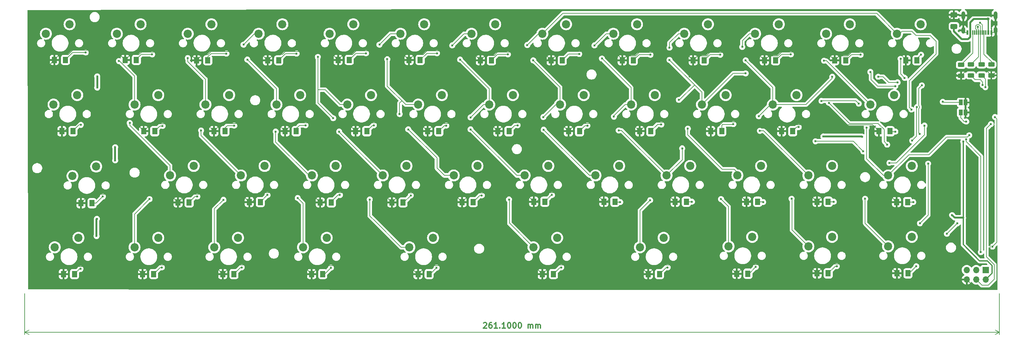
<source format=gbr>
%TF.GenerationSoftware,KiCad,Pcbnew,8.0.8-8.0.8-0~ubuntu24.04.1*%
%TF.CreationDate,2025-01-23T16:14:33-05:00*%
%TF.ProjectId,40 Keyboard,3430204b-6579-4626-9f61-72642e6b6963,4*%
%TF.SameCoordinates,Original*%
%TF.FileFunction,Copper,L1,Top*%
%TF.FilePolarity,Positive*%
%FSLAX46Y46*%
G04 Gerber Fmt 4.6, Leading zero omitted, Abs format (unit mm)*
G04 Created by KiCad (PCBNEW 8.0.8-8.0.8-0~ubuntu24.04.1) date 2025-01-23 16:14:33*
%MOMM*%
%LPD*%
G01*
G04 APERTURE LIST*
G04 Aperture macros list*
%AMRoundRect*
0 Rectangle with rounded corners*
0 $1 Rounding radius*
0 $2 $3 $4 $5 $6 $7 $8 $9 X,Y pos of 4 corners*
0 Add a 4 corners polygon primitive as box body*
4,1,4,$2,$3,$4,$5,$6,$7,$8,$9,$2,$3,0*
0 Add four circle primitives for the rounded corners*
1,1,$1+$1,$2,$3*
1,1,$1+$1,$4,$5*
1,1,$1+$1,$6,$7*
1,1,$1+$1,$8,$9*
0 Add four rect primitives between the rounded corners*
20,1,$1+$1,$2,$3,$4,$5,0*
20,1,$1+$1,$4,$5,$6,$7,0*
20,1,$1+$1,$6,$7,$8,$9,0*
20,1,$1+$1,$8,$9,$2,$3,0*%
G04 Aperture macros list end*
%ADD10C,0.300000*%
%TA.AperFunction,NonConductor*%
%ADD11C,0.300000*%
%TD*%
%TA.AperFunction,NonConductor*%
%ADD12C,0.200000*%
%TD*%
%TA.AperFunction,SMDPad,CuDef*%
%ADD13RoundRect,0.250001X-0.462499X-0.624999X0.462499X-0.624999X0.462499X0.624999X-0.462499X0.624999X0*%
%TD*%
%TA.AperFunction,SMDPad,CuDef*%
%ADD14R,1.000000X1.500000*%
%TD*%
%TA.AperFunction,ComponentPad*%
%ADD15C,2.200000*%
%TD*%
%TA.AperFunction,SMDPad,CuDef*%
%ADD16RoundRect,0.250000X0.650000X-0.412500X0.650000X0.412500X-0.650000X0.412500X-0.650000X-0.412500X0*%
%TD*%
%TA.AperFunction,SMDPad,CuDef*%
%ADD17RoundRect,0.250000X-0.625000X0.312500X-0.625000X-0.312500X0.625000X-0.312500X0.625000X0.312500X0*%
%TD*%
%TA.AperFunction,SMDPad,CuDef*%
%ADD18R,0.590000X1.150000*%
%TD*%
%TA.AperFunction,SMDPad,CuDef*%
%ADD19R,0.298000X1.150000*%
%TD*%
%TA.AperFunction,ComponentPad*%
%ADD20O,1.000000X2.200000*%
%TD*%
%TA.AperFunction,ComponentPad*%
%ADD21O,1.000000X1.800000*%
%TD*%
%TA.AperFunction,ComponentPad*%
%ADD22R,1.700000X1.700000*%
%TD*%
%TA.AperFunction,ComponentPad*%
%ADD23O,1.700000X1.700000*%
%TD*%
%TA.AperFunction,ViaPad*%
%ADD24C,0.600000*%
%TD*%
%TA.AperFunction,ViaPad*%
%ADD25C,0.800000*%
%TD*%
%TA.AperFunction,Conductor*%
%ADD26C,0.500000*%
%TD*%
%TA.AperFunction,Conductor*%
%ADD27C,0.300000*%
%TD*%
%TA.AperFunction,Conductor*%
%ADD28C,0.200000*%
%TD*%
G04 APERTURE END LIST*
D10*
D11*
X139382144Y-153021185D02*
X139453572Y-152949757D01*
X139453572Y-152949757D02*
X139596430Y-152878328D01*
X139596430Y-152878328D02*
X139953572Y-152878328D01*
X139953572Y-152878328D02*
X140096430Y-152949757D01*
X140096430Y-152949757D02*
X140167858Y-153021185D01*
X140167858Y-153021185D02*
X140239287Y-153164042D01*
X140239287Y-153164042D02*
X140239287Y-153306900D01*
X140239287Y-153306900D02*
X140167858Y-153521185D01*
X140167858Y-153521185D02*
X139310715Y-154378328D01*
X139310715Y-154378328D02*
X140239287Y-154378328D01*
X141525001Y-152878328D02*
X141239286Y-152878328D01*
X141239286Y-152878328D02*
X141096429Y-152949757D01*
X141096429Y-152949757D02*
X141025001Y-153021185D01*
X141025001Y-153021185D02*
X140882143Y-153235471D01*
X140882143Y-153235471D02*
X140810715Y-153521185D01*
X140810715Y-153521185D02*
X140810715Y-154092614D01*
X140810715Y-154092614D02*
X140882143Y-154235471D01*
X140882143Y-154235471D02*
X140953572Y-154306900D01*
X140953572Y-154306900D02*
X141096429Y-154378328D01*
X141096429Y-154378328D02*
X141382143Y-154378328D01*
X141382143Y-154378328D02*
X141525001Y-154306900D01*
X141525001Y-154306900D02*
X141596429Y-154235471D01*
X141596429Y-154235471D02*
X141667858Y-154092614D01*
X141667858Y-154092614D02*
X141667858Y-153735471D01*
X141667858Y-153735471D02*
X141596429Y-153592614D01*
X141596429Y-153592614D02*
X141525001Y-153521185D01*
X141525001Y-153521185D02*
X141382143Y-153449757D01*
X141382143Y-153449757D02*
X141096429Y-153449757D01*
X141096429Y-153449757D02*
X140953572Y-153521185D01*
X140953572Y-153521185D02*
X140882143Y-153592614D01*
X140882143Y-153592614D02*
X140810715Y-153735471D01*
X143096429Y-154378328D02*
X142239286Y-154378328D01*
X142667857Y-154378328D02*
X142667857Y-152878328D01*
X142667857Y-152878328D02*
X142525000Y-153092614D01*
X142525000Y-153092614D02*
X142382143Y-153235471D01*
X142382143Y-153235471D02*
X142239286Y-153306900D01*
X143739285Y-154235471D02*
X143810714Y-154306900D01*
X143810714Y-154306900D02*
X143739285Y-154378328D01*
X143739285Y-154378328D02*
X143667857Y-154306900D01*
X143667857Y-154306900D02*
X143739285Y-154235471D01*
X143739285Y-154235471D02*
X143739285Y-154378328D01*
X145239286Y-154378328D02*
X144382143Y-154378328D01*
X144810714Y-154378328D02*
X144810714Y-152878328D01*
X144810714Y-152878328D02*
X144667857Y-153092614D01*
X144667857Y-153092614D02*
X144525000Y-153235471D01*
X144525000Y-153235471D02*
X144382143Y-153306900D01*
X146167857Y-152878328D02*
X146310714Y-152878328D01*
X146310714Y-152878328D02*
X146453571Y-152949757D01*
X146453571Y-152949757D02*
X146525000Y-153021185D01*
X146525000Y-153021185D02*
X146596428Y-153164042D01*
X146596428Y-153164042D02*
X146667857Y-153449757D01*
X146667857Y-153449757D02*
X146667857Y-153806900D01*
X146667857Y-153806900D02*
X146596428Y-154092614D01*
X146596428Y-154092614D02*
X146525000Y-154235471D01*
X146525000Y-154235471D02*
X146453571Y-154306900D01*
X146453571Y-154306900D02*
X146310714Y-154378328D01*
X146310714Y-154378328D02*
X146167857Y-154378328D01*
X146167857Y-154378328D02*
X146025000Y-154306900D01*
X146025000Y-154306900D02*
X145953571Y-154235471D01*
X145953571Y-154235471D02*
X145882142Y-154092614D01*
X145882142Y-154092614D02*
X145810714Y-153806900D01*
X145810714Y-153806900D02*
X145810714Y-153449757D01*
X145810714Y-153449757D02*
X145882142Y-153164042D01*
X145882142Y-153164042D02*
X145953571Y-153021185D01*
X145953571Y-153021185D02*
X146025000Y-152949757D01*
X146025000Y-152949757D02*
X146167857Y-152878328D01*
X147596428Y-152878328D02*
X147739285Y-152878328D01*
X147739285Y-152878328D02*
X147882142Y-152949757D01*
X147882142Y-152949757D02*
X147953571Y-153021185D01*
X147953571Y-153021185D02*
X148024999Y-153164042D01*
X148024999Y-153164042D02*
X148096428Y-153449757D01*
X148096428Y-153449757D02*
X148096428Y-153806900D01*
X148096428Y-153806900D02*
X148024999Y-154092614D01*
X148024999Y-154092614D02*
X147953571Y-154235471D01*
X147953571Y-154235471D02*
X147882142Y-154306900D01*
X147882142Y-154306900D02*
X147739285Y-154378328D01*
X147739285Y-154378328D02*
X147596428Y-154378328D01*
X147596428Y-154378328D02*
X147453571Y-154306900D01*
X147453571Y-154306900D02*
X147382142Y-154235471D01*
X147382142Y-154235471D02*
X147310713Y-154092614D01*
X147310713Y-154092614D02*
X147239285Y-153806900D01*
X147239285Y-153806900D02*
X147239285Y-153449757D01*
X147239285Y-153449757D02*
X147310713Y-153164042D01*
X147310713Y-153164042D02*
X147382142Y-153021185D01*
X147382142Y-153021185D02*
X147453571Y-152949757D01*
X147453571Y-152949757D02*
X147596428Y-152878328D01*
X149024999Y-152878328D02*
X149167856Y-152878328D01*
X149167856Y-152878328D02*
X149310713Y-152949757D01*
X149310713Y-152949757D02*
X149382142Y-153021185D01*
X149382142Y-153021185D02*
X149453570Y-153164042D01*
X149453570Y-153164042D02*
X149524999Y-153449757D01*
X149524999Y-153449757D02*
X149524999Y-153806900D01*
X149524999Y-153806900D02*
X149453570Y-154092614D01*
X149453570Y-154092614D02*
X149382142Y-154235471D01*
X149382142Y-154235471D02*
X149310713Y-154306900D01*
X149310713Y-154306900D02*
X149167856Y-154378328D01*
X149167856Y-154378328D02*
X149024999Y-154378328D01*
X149024999Y-154378328D02*
X148882142Y-154306900D01*
X148882142Y-154306900D02*
X148810713Y-154235471D01*
X148810713Y-154235471D02*
X148739284Y-154092614D01*
X148739284Y-154092614D02*
X148667856Y-153806900D01*
X148667856Y-153806900D02*
X148667856Y-153449757D01*
X148667856Y-153449757D02*
X148739284Y-153164042D01*
X148739284Y-153164042D02*
X148810713Y-153021185D01*
X148810713Y-153021185D02*
X148882142Y-152949757D01*
X148882142Y-152949757D02*
X149024999Y-152878328D01*
X151310712Y-154378328D02*
X151310712Y-153378328D01*
X151310712Y-153521185D02*
X151382141Y-153449757D01*
X151382141Y-153449757D02*
X151524998Y-153378328D01*
X151524998Y-153378328D02*
X151739284Y-153378328D01*
X151739284Y-153378328D02*
X151882141Y-153449757D01*
X151882141Y-153449757D02*
X151953570Y-153592614D01*
X151953570Y-153592614D02*
X151953570Y-154378328D01*
X151953570Y-153592614D02*
X152024998Y-153449757D01*
X152024998Y-153449757D02*
X152167855Y-153378328D01*
X152167855Y-153378328D02*
X152382141Y-153378328D01*
X152382141Y-153378328D02*
X152524998Y-153449757D01*
X152524998Y-153449757D02*
X152596427Y-153592614D01*
X152596427Y-153592614D02*
X152596427Y-154378328D01*
X153310712Y-154378328D02*
X153310712Y-153378328D01*
X153310712Y-153521185D02*
X153382141Y-153449757D01*
X153382141Y-153449757D02*
X153524998Y-153378328D01*
X153524998Y-153378328D02*
X153739284Y-153378328D01*
X153739284Y-153378328D02*
X153882141Y-153449757D01*
X153882141Y-153449757D02*
X153953570Y-153592614D01*
X153953570Y-153592614D02*
X153953570Y-154378328D01*
X153953570Y-153592614D02*
X154024998Y-153449757D01*
X154024998Y-153449757D02*
X154167855Y-153378328D01*
X154167855Y-153378328D02*
X154382141Y-153378328D01*
X154382141Y-153378328D02*
X154524998Y-153449757D01*
X154524998Y-153449757D02*
X154596427Y-153592614D01*
X154596427Y-153592614D02*
X154596427Y-154378328D01*
D12*
X277575000Y-145125000D02*
X277575000Y-156086420D01*
X16475000Y-145125000D02*
X16475000Y-156086420D01*
X277575000Y-155500000D02*
X16475000Y-155500000D01*
X277575000Y-155500000D02*
X16475000Y-155500000D01*
X277575000Y-155500000D02*
X276448496Y-156086421D01*
X277575000Y-155500000D02*
X276448496Y-154913579D01*
X16475000Y-155500000D02*
X17601504Y-154913579D01*
X16475000Y-155500000D02*
X17601504Y-156086421D01*
D13*
%TO.P,D60,1,K*%
%TO.N,GND*%
X233425000Y-82600000D03*
%TO.P,D60,2,A*%
%TO.N,Net-(D60-A)*%
X236400000Y-82600000D03*
%TD*%
%TO.P,D89,1,K*%
%TO.N,GND*%
X93325000Y-139900000D03*
%TO.P,D89,2,A*%
%TO.N,Net-(D89-A)*%
X96300000Y-139900000D03*
%TD*%
D14*
%TO.P,J3,1,1*%
%TO.N,GND*%
X268500000Y-96600000D03*
%TO.P,J3,2,2*%
%TO.N,RSET*%
X267200000Y-96600000D03*
%TD*%
D15*
%TO.P,SW8,1,1*%
%TO.N,/Matrix/D_C8R1*%
X161490000Y-72920000D03*
%TO.P,SW8,2,2*%
%TO.N,COL_8*%
X155140000Y-75460000D03*
%TD*%
%TO.P,SW42,1,1*%
%TO.N,/Matrix/D_C9R4*%
X187615000Y-130170000D03*
%TO.P,SW42,2,2*%
%TO.N,COL_9*%
X181265000Y-132710000D03*
%TD*%
D13*
%TO.P,D51,1,K*%
%TO.N,GND*%
X62525000Y-82600000D03*
%TO.P,D51,2,A*%
%TO.N,Net-(D51-A)*%
X65500000Y-82600000D03*
%TD*%
D15*
%TO.P,SW6,1,1*%
%TO.N,/Matrix/D_C6R1*%
X123490000Y-72920000D03*
%TO.P,SW6,2,2*%
%TO.N,COL_6*%
X117140000Y-75460000D03*
%TD*%
%TO.P,SW41,1,1*%
%TO.N,/Matrix/D_C5R4*%
X125865000Y-130170000D03*
%TO.P,SW41,2,2*%
%TO.N,COL_5*%
X119515000Y-132710000D03*
%TD*%
D13*
%TO.P,D72,1,K*%
%TO.N,GND*%
X219225000Y-101600000D03*
%TO.P,D72,2,A*%
%TO.N,Net-(D72-A)*%
X222200000Y-101600000D03*
%TD*%
D15*
%TO.P,SW31,1,1*%
%TO.N,/Matrix/D_C7R3*%
X156740000Y-110920000D03*
%TO.P,SW31,2,2*%
%TO.N,COL_7*%
X150390000Y-113460000D03*
%TD*%
%TO.P,SW20,1,1*%
%TO.N,/Matrix/D_C8R2*%
X166240000Y-91920000D03*
%TO.P,SW20,2,2*%
%TO.N,COL_8*%
X159890000Y-94460000D03*
%TD*%
%TO.P,SW19,1,1*%
%TO.N,/Matrix/D_C7R2*%
X147240000Y-91920000D03*
%TO.P,SW19,2,2*%
%TO.N,COL_7*%
X140890000Y-94460000D03*
%TD*%
D13*
%TO.P,D77,1,K*%
%TO.N,GND*%
X95625000Y-120700000D03*
%TO.P,D77,2,A*%
%TO.N,Net-(D77-A)*%
X98600000Y-120700000D03*
%TD*%
%TO.P,D83,1,K*%
%TO.N,GND*%
X209825000Y-120500000D03*
%TO.P,D83,2,A*%
%TO.N,Net-(D83-A)*%
X212800000Y-120500000D03*
%TD*%
D16*
%TO.P,C2,1*%
%TO.N,USB_VBUS_5*%
X265400000Y-73500000D03*
%TO.P,C2,2*%
%TO.N,GND*%
X265400000Y-70375000D03*
%TD*%
D15*
%TO.P,SW44,1,1*%
%TO.N,/Matrix/D_C8R4*%
X256490000Y-72920000D03*
%TO.P,SW44,2,2*%
%TO.N,COL_8*%
X250140000Y-75460000D03*
%TD*%
D13*
%TO.P,D79,1,K*%
%TO.N,GND*%
X133625000Y-120600000D03*
%TO.P,D79,2,A*%
%TO.N,Net-(D79-A)*%
X136600000Y-120600000D03*
%TD*%
D15*
%TO.P,SW24,1,1*%
%TO.N,/Matrix/D_C12R2*%
X249365000Y-91920000D03*
%TO.P,SW24,2,2*%
%TO.N,COL_12*%
X243015000Y-94460000D03*
%TD*%
%TO.P,SW21,1,1*%
%TO.N,/Matrix/D_C9R2*%
X185240000Y-91920000D03*
%TO.P,SW21,2,2*%
%TO.N,COL_9*%
X178890000Y-94460000D03*
%TD*%
D13*
%TO.P,D69,1,K*%
%TO.N,GND*%
X162125000Y-101600000D03*
%TO.P,D69,2,A*%
%TO.N,Net-(D69-A)*%
X165100000Y-101600000D03*
%TD*%
D15*
%TO.P,SW34,1,1*%
%TO.N,/Matrix/D_C10R3*%
X213740000Y-110920000D03*
%TO.P,SW34,2,2*%
%TO.N,COL_10*%
X207390000Y-113460000D03*
%TD*%
%TO.P,SW15,1,1*%
%TO.N,/Matrix/D_C3R2*%
X71240000Y-91920000D03*
%TO.P,SW15,2,2*%
%TO.N,COL_3*%
X64890000Y-94460000D03*
%TD*%
%TO.P,SW13,1,1*%
%TO.N,/Matrix/D_C1R2*%
X30540000Y-91920000D03*
%TO.P,SW13,2,2*%
%TO.N,COL_1*%
X24190000Y-94460000D03*
%TD*%
%TO.P,SW12,1,1*%
%TO.N,/Matrix/D_C12R1*%
X237490000Y-72920000D03*
%TO.P,SW12,2,2*%
%TO.N,COL_12*%
X231140000Y-75460000D03*
%TD*%
D13*
%TO.P,D52,1,K*%
%TO.N,GND*%
X81525000Y-82600000D03*
%TO.P,D52,2,A*%
%TO.N,Net-(D52-A)*%
X84500000Y-82600000D03*
%TD*%
%TO.P,D54,1,K*%
%TO.N,GND*%
X119425000Y-82500000D03*
%TO.P,D54,2,A*%
%TO.N,Net-(D54-A)*%
X122400000Y-82500000D03*
%TD*%
D17*
%TO.P,R19,1*%
%TO.N,Net-(J1-CC1)*%
X275400000Y-83700000D03*
%TO.P,R19,2*%
%TO.N,GND*%
X275400000Y-86625000D03*
%TD*%
D15*
%TO.P,SW17,1,1*%
%TO.N,/Matrix/D_C5R2*%
X109240000Y-91920000D03*
%TO.P,SW17,2,2*%
%TO.N,COL_5*%
X102890000Y-94460000D03*
%TD*%
D17*
%TO.P,R16,1*%
%TO.N,32U4_USB_DN*%
X269900000Y-83700000D03*
%TO.P,R16,2*%
%TO.N,Net-(U2-D-)*%
X269900000Y-86625000D03*
%TD*%
D13*
%TO.P,D57,1,K*%
%TO.N,GND*%
X176525000Y-82600000D03*
%TO.P,D57,2,A*%
%TO.N,Net-(D57-A)*%
X179500000Y-82600000D03*
%TD*%
%TO.P,D75,1,K*%
%TO.N,GND*%
X57525000Y-120700000D03*
%TO.P,D75,2,A*%
%TO.N,Net-(D75-A)*%
X60500000Y-120700000D03*
%TD*%
%TO.P,D90,1,K*%
%TO.N,GND*%
X121825000Y-139900000D03*
%TO.P,D90,2,A*%
%TO.N,Net-(D90-A)*%
X124800000Y-139900000D03*
%TD*%
D15*
%TO.P,SW38,1,1*%
%TO.N,/Matrix/D_C2R4*%
X52240000Y-130170000D03*
%TO.P,SW38,2,2*%
%TO.N,COL_2*%
X45890000Y-132710000D03*
%TD*%
D13*
%TO.P,D65,1,K*%
%TO.N,GND*%
X86225000Y-101600000D03*
%TO.P,D65,2,A*%
%TO.N,Net-(D65-A)*%
X89200000Y-101600000D03*
%TD*%
%TO.P,D70,1,K*%
%TO.N,GND*%
X181225000Y-101600000D03*
%TO.P,D70,2,A*%
%TO.N,Net-(D70-A)*%
X184200000Y-101600000D03*
%TD*%
%TO.P,D71,1,K*%
%TO.N,GND*%
X200225000Y-101600000D03*
%TO.P,D71,2,A*%
%TO.N,Net-(D71-A)*%
X203200000Y-101600000D03*
%TD*%
D15*
%TO.P,SW46,1,1*%
%TO.N,/Matrix/D_C10R4*%
X211365000Y-129920000D03*
%TO.P,SW46,2,2*%
%TO.N,COL_10*%
X205015000Y-132460000D03*
%TD*%
%TO.P,SW45,1,1*%
%TO.N,/Matrix/D_C11R4*%
X232740000Y-129920000D03*
%TO.P,SW45,2,2*%
%TO.N,COL_11*%
X226390000Y-132460000D03*
%TD*%
D13*
%TO.P,D91,1,K*%
%TO.N,GND*%
X155125000Y-139900000D03*
%TO.P,D91,2,A*%
%TO.N,Net-(D91-A)*%
X158100000Y-139900000D03*
%TD*%
%TO.P,D64,1,K*%
%TO.N,GND*%
X67125000Y-101600000D03*
%TO.P,D64,2,A*%
%TO.N,Net-(D64-A)*%
X70100000Y-101600000D03*
%TD*%
%TO.P,D73,1,K*%
%TO.N,GND*%
X245312500Y-101600000D03*
%TO.P,D73,2,A*%
%TO.N,Net-(D73-A)*%
X248287500Y-101600000D03*
%TD*%
D15*
%TO.P,SW35,1,1*%
%TO.N,/Matrix/D_C11R3*%
X232740000Y-110920000D03*
%TO.P,SW35,2,2*%
%TO.N,COL_11*%
X226390000Y-113460000D03*
%TD*%
%TO.P,SW48,1,1*%
%TO.N,/Matrix/D_C12R4*%
X254115000Y-129920000D03*
%TO.P,SW48,2,2*%
%TO.N,COL_12*%
X247765000Y-132460000D03*
%TD*%
%TO.P,SW39,1,1*%
%TO.N,/Matrix/D_C3R4*%
X73615000Y-130170000D03*
%TO.P,SW39,2,2*%
%TO.N,COL_3*%
X67265000Y-132710000D03*
%TD*%
D13*
%TO.P,D55,1,K*%
%TO.N,GND*%
X138525000Y-82600000D03*
%TO.P,D55,2,A*%
%TO.N,Net-(D55-A)*%
X141500000Y-82600000D03*
%TD*%
%TO.P,D78,1,K*%
%TO.N,GND*%
X114825000Y-120700000D03*
%TO.P,D78,2,A*%
%TO.N,Net-(D78-A)*%
X117800000Y-120700000D03*
%TD*%
%TO.P,D76,1,K*%
%TO.N,GND*%
X76625000Y-120600000D03*
%TO.P,D76,2,A*%
%TO.N,Net-(D76-A)*%
X79600000Y-120600000D03*
%TD*%
%TO.P,D81,1,K*%
%TO.N,GND*%
X171600000Y-120500000D03*
%TO.P,D81,2,A*%
%TO.N,Net-(D81-A)*%
X174575000Y-120500000D03*
%TD*%
D15*
%TO.P,SW18,1,1*%
%TO.N,/Matrix/D_C6R2*%
X128240000Y-91920000D03*
%TO.P,SW18,2,2*%
%TO.N,COL_6*%
X121890000Y-94460000D03*
%TD*%
D13*
%TO.P,D48,1,K*%
%TO.N,GND*%
X24400000Y-82500000D03*
%TO.P,D48,2,A*%
%TO.N,Net-(D48-A)*%
X27375000Y-82500000D03*
%TD*%
%TO.P,D92,1,K*%
%TO.N,GND*%
X183525000Y-139900000D03*
%TO.P,D92,2,A*%
%TO.N,Net-(D92-A)*%
X186500000Y-139900000D03*
%TD*%
%TO.P,D56,1,K*%
%TO.N,GND*%
X157500000Y-82600000D03*
%TO.P,D56,2,A*%
%TO.N,Net-(D56-A)*%
X160475000Y-82600000D03*
%TD*%
D15*
%TO.P,SW11,1,1*%
%TO.N,/Matrix/D_C11R1*%
X218490000Y-72920000D03*
%TO.P,SW11,2,2*%
%TO.N,COL_11*%
X212140000Y-75460000D03*
%TD*%
%TO.P,SW33,1,1*%
%TO.N,/Matrix/D_C9R3*%
X194740000Y-110920000D03*
%TO.P,SW33,2,2*%
%TO.N,COL_9*%
X188390000Y-113460000D03*
%TD*%
%TO.P,SW9,1,1*%
%TO.N,/Matrix/D_C9R1*%
X180490000Y-72920000D03*
%TO.P,SW9,2,2*%
%TO.N,COL_9*%
X174140000Y-75460000D03*
%TD*%
%TO.P,SW10,1,1*%
%TO.N,/Matrix/D_C10R1*%
X199490000Y-72920000D03*
%TO.P,SW10,2,2*%
%TO.N,COL_10*%
X193140000Y-75460000D03*
%TD*%
%TO.P,SW36,1,1*%
%TO.N,/Matrix/D_C12R3*%
X254115000Y-110920000D03*
%TO.P,SW36,2,2*%
%TO.N,COL_12*%
X247765000Y-113460000D03*
%TD*%
D13*
%TO.P,D93,1,K*%
%TO.N,GND*%
X207225000Y-139800000D03*
%TO.P,D93,2,A*%
%TO.N,Net-(D93-A)*%
X210200000Y-139800000D03*
%TD*%
D15*
%TO.P,SW40,1,1*%
%TO.N,/Matrix/D_C4R4*%
X97365000Y-130170000D03*
%TO.P,SW40,2,2*%
%TO.N,COL_4*%
X91015000Y-132710000D03*
%TD*%
%TO.P,SW5,1,1*%
%TO.N,/Matrix/D_C5R1*%
X104490000Y-72920000D03*
%TO.P,SW5,2,2*%
%TO.N,COL_5*%
X98140000Y-75460000D03*
%TD*%
D13*
%TO.P,D63,1,K*%
%TO.N,GND*%
X48325000Y-101600000D03*
%TO.P,D63,2,A*%
%TO.N,Net-(D63-A)*%
X51300000Y-101600000D03*
%TD*%
D15*
%TO.P,SW14,1,1*%
%TO.N,/Matrix/D_C2R2*%
X52240000Y-91945000D03*
%TO.P,SW14,2,2*%
%TO.N,COL_2*%
X45890000Y-94485000D03*
%TD*%
%TO.P,SW32,1,1*%
%TO.N,/Matrix/D_C8R3*%
X175740000Y-110920000D03*
%TO.P,SW32,2,2*%
%TO.N,COL_8*%
X169390000Y-113460000D03*
%TD*%
D13*
%TO.P,D53,1,K*%
%TO.N,GND*%
X100425000Y-82500000D03*
%TO.P,D53,2,A*%
%TO.N,Net-(D53-A)*%
X103400000Y-82500000D03*
%TD*%
%TO.P,D67,1,K*%
%TO.N,GND*%
X124425000Y-101600000D03*
%TO.P,D67,2,A*%
%TO.N,Net-(D67-A)*%
X127400000Y-101600000D03*
%TD*%
%TO.P,D84,1,K*%
%TO.N,GND*%
X228725000Y-120500000D03*
%TO.P,D84,2,A*%
%TO.N,Net-(D84-A)*%
X231700000Y-120500000D03*
%TD*%
D15*
%TO.P,SW27,1,1*%
%TO.N,/Matrix/D_C3R3*%
X80740000Y-110920000D03*
%TO.P,SW27,2,2*%
%TO.N,COL_3*%
X74390000Y-113460000D03*
%TD*%
D13*
%TO.P,D82,1,K*%
%TO.N,GND*%
X190725000Y-120500000D03*
%TO.P,D82,2,A*%
%TO.N,Net-(D82-A)*%
X193700000Y-120500000D03*
%TD*%
D15*
%TO.P,SW7,1,1*%
%TO.N,/Matrix/D_C7R1*%
X142490000Y-72920000D03*
%TO.P,SW7,2,2*%
%TO.N,COL_7*%
X136140000Y-75460000D03*
%TD*%
%TO.P,SW29,1,1*%
%TO.N,/Matrix/D_C5R3*%
X118740000Y-110920000D03*
%TO.P,SW29,2,2*%
%TO.N,COL_5*%
X112390000Y-113460000D03*
%TD*%
%TO.P,SW25,1,1*%
%TO.N,/Matrix/D_C1R3*%
X35615000Y-111070000D03*
%TO.P,SW25,2,2*%
%TO.N,COL_1*%
X29265000Y-113610000D03*
%TD*%
D13*
%TO.P,D68,1,K*%
%TO.N,GND*%
X143225000Y-101600000D03*
%TO.P,D68,2,A*%
%TO.N,Net-(D68-A)*%
X146200000Y-101600000D03*
%TD*%
%TO.P,D86,1,K*%
%TO.N,GND*%
X26825000Y-139900000D03*
%TO.P,D86,2,A*%
%TO.N,Net-(D86-A)*%
X29800000Y-139900000D03*
%TD*%
%TO.P,D85,1,K*%
%TO.N,GND*%
X250025000Y-120600000D03*
%TO.P,D85,2,A*%
%TO.N,Net-(D85-A)*%
X253000000Y-120600000D03*
%TD*%
D17*
%TO.P,R17,1*%
%TO.N,32U4_USB_DP*%
X272800000Y-83700000D03*
%TO.P,R17,2*%
%TO.N,Net-(U2-D+)*%
X272800000Y-86625000D03*
%TD*%
D15*
%TO.P,SW2,1,1*%
%TO.N,/Matrix/D_C2R1*%
X47490000Y-72920000D03*
%TO.P,SW2,2,2*%
%TO.N,COL_2*%
X41140000Y-75460000D03*
%TD*%
%TO.P,SW28,1,1*%
%TO.N,/Matrix/D_C4R3*%
X99740000Y-110920000D03*
%TO.P,SW28,2,2*%
%TO.N,COL_4*%
X93390000Y-113460000D03*
%TD*%
%TO.P,SW23,1,1*%
%TO.N,/Matrix/D_C11R2*%
X223240000Y-91920000D03*
%TO.P,SW23,2,2*%
%TO.N,COL_11*%
X216890000Y-94460000D03*
%TD*%
D17*
%TO.P,R18,1*%
%TO.N,Net-(J1-CC2)*%
X267300000Y-83800000D03*
%TO.P,R18,2*%
%TO.N,GND*%
X267300000Y-86725000D03*
%TD*%
D13*
%TO.P,D59,1,K*%
%TO.N,GND*%
X214625000Y-82600000D03*
%TO.P,D59,2,A*%
%TO.N,Net-(D59-A)*%
X217600000Y-82600000D03*
%TD*%
D15*
%TO.P,SW3,1,1*%
%TO.N,/Matrix/D_C3R1*%
X66490000Y-72920000D03*
%TO.P,SW3,2,2*%
%TO.N,COL_3*%
X60140000Y-75460000D03*
%TD*%
D13*
%TO.P,D87,1,K*%
%TO.N,GND*%
X48025000Y-139900000D03*
%TO.P,D87,2,A*%
%TO.N,Net-(D87-A)*%
X51000000Y-139900000D03*
%TD*%
%TO.P,D58,1,K*%
%TO.N,GND*%
X195525000Y-82600000D03*
%TO.P,D58,2,A*%
%TO.N,Net-(D58-A)*%
X198500000Y-82600000D03*
%TD*%
%TO.P,D88,1,K*%
%TO.N,GND*%
X69525000Y-139900000D03*
%TO.P,D88,2,A*%
%TO.N,Net-(D88-A)*%
X72500000Y-139900000D03*
%TD*%
D18*
%TO.P,J1,A1B12,GND1*%
%TO.N,GND*%
X275400000Y-75150000D03*
%TO.P,J1,A4B9,VBUS1*%
%TO.N,USB_VBUS_5*%
X274600000Y-75150000D03*
D19*
%TO.P,J1,A5,CC1*%
%TO.N,Net-(J1-CC1)*%
X273450000Y-75150000D03*
%TO.P,J1,A6,DP1*%
%TO.N,32U4_USB_DP*%
X272450000Y-75150000D03*
%TO.P,J1,A7,DN1*%
%TO.N,32U4_USB_DN*%
X271950000Y-75150000D03*
%TO.P,J1,A8,SBU1*%
%TO.N,unconnected-(J1-SBU1-PadA8)*%
X270950000Y-75150000D03*
D18*
%TO.P,J1,B1A12,GND2*%
%TO.N,GND*%
X269000000Y-75150000D03*
%TO.P,J1,B4A9,VBUS2*%
%TO.N,USB_VBUS_5*%
X269800000Y-75150000D03*
D19*
%TO.P,J1,B5,CC2*%
%TO.N,Net-(J1-CC2)*%
X270450000Y-75150000D03*
%TO.P,J1,B6,DP2*%
%TO.N,32U4_USB_DP*%
X271450000Y-75150000D03*
%TO.P,J1,B7,DN2*%
%TO.N,32U4_USB_DN*%
X272950000Y-75150000D03*
%TO.P,J1,B8,SBU2*%
%TO.N,unconnected-(J1-SBU2-PadB8)*%
X273950000Y-75150000D03*
D20*
%TO.P,J1,SH1,SHIELD1*%
%TO.N,GND*%
X276520000Y-70575000D03*
%TO.P,J1,SH2,SHIELD2*%
X267880000Y-70575000D03*
D21*
%TO.P,J1,SH3,SHIELD3*%
X276520000Y-74575000D03*
%TO.P,J1,SH4,SHIELD4*%
X267880000Y-74575000D03*
%TD*%
D15*
%TO.P,SW4,1,1*%
%TO.N,/Matrix/D_C4R1*%
X85490000Y-72920000D03*
%TO.P,SW4,2,2*%
%TO.N,COL_4*%
X79140000Y-75460000D03*
%TD*%
%TO.P,SW22,1,1*%
%TO.N,/Matrix/D_C10R2*%
X204240000Y-91920000D03*
%TO.P,SW22,2,2*%
%TO.N,COL_10*%
X197890000Y-94460000D03*
%TD*%
D22*
%TO.P,U1,1,MISO*%
%TO.N,MISO*%
X273900000Y-138800000D03*
D23*
%TO.P,U1,2,VCC*%
%TO.N,USB_VBUS_5*%
X273900000Y-141340000D03*
%TO.P,U1,3,SCK*%
%TO.N,SCK*%
X271360000Y-138800000D03*
%TO.P,U1,4,MOSI*%
%TO.N,MOSI*%
X271360000Y-141340000D03*
%TO.P,U1,5,RSET*%
%TO.N,RSET*%
X268820000Y-138800000D03*
%TO.P,U1,6,GND*%
%TO.N,GND*%
X268820000Y-141340000D03*
%TD*%
D13*
%TO.P,D62,1,K*%
%TO.N,GND*%
X26425000Y-101600000D03*
%TO.P,D62,2,A*%
%TO.N,Net-(D62-A)*%
X29400000Y-101600000D03*
%TD*%
%TO.P,D50,1,K*%
%TO.N,GND*%
X250100000Y-139700000D03*
%TO.P,D50,2,A*%
%TO.N,Net-(D50-A)*%
X253075000Y-139700000D03*
%TD*%
%TO.P,D61,1,K*%
%TO.N,GND*%
X252525000Y-82600000D03*
%TO.P,D61,2,A*%
%TO.N,Net-(D61-A)*%
X255500000Y-82600000D03*
%TD*%
%TO.P,D80,1,K*%
%TO.N,GND*%
X152825000Y-120500000D03*
%TO.P,D80,2,A*%
%TO.N,Net-(D80-A)*%
X155800000Y-120500000D03*
%TD*%
%TO.P,D49,1,K*%
%TO.N,GND*%
X43400000Y-82500000D03*
%TO.P,D49,2,A*%
%TO.N,Net-(D49-A)*%
X46375000Y-82500000D03*
%TD*%
D14*
%TO.P,J4,1,1*%
%TO.N,Net-(U2-PE2)*%
X267200000Y-93900000D03*
%TO.P,J4,2,2*%
%TO.N,GND*%
X268500000Y-93900000D03*
%TD*%
D13*
%TO.P,D94,1,K*%
%TO.N,GND*%
X228725000Y-139700000D03*
%TO.P,D94,2,A*%
%TO.N,Net-(D94-A)*%
X231700000Y-139700000D03*
%TD*%
%TO.P,D74,1,K*%
%TO.N,GND*%
X31525000Y-120900000D03*
%TO.P,D74,2,A*%
%TO.N,Net-(D74-A)*%
X34500000Y-120900000D03*
%TD*%
D15*
%TO.P,SW1,1,1*%
%TO.N,/Matrix/D_C1R1*%
X28490000Y-72920000D03*
%TO.P,SW1,2,2*%
%TO.N,COL_1*%
X22140000Y-75460000D03*
%TD*%
%TO.P,SW43,1,1*%
%TO.N,/Matrix/D_C7R4*%
X159115000Y-130170000D03*
%TO.P,SW43,2,2*%
%TO.N,COL_7*%
X152765000Y-132710000D03*
%TD*%
%TO.P,SW16,1,1*%
%TO.N,/Matrix/D_C4R2*%
X90240000Y-91920000D03*
%TO.P,SW16,2,2*%
%TO.N,COL_4*%
X83890000Y-94460000D03*
%TD*%
%TO.P,SW30,1,1*%
%TO.N,/Matrix/D_C6R3*%
X137740000Y-110920000D03*
%TO.P,SW30,2,2*%
%TO.N,COL_6*%
X131390000Y-113460000D03*
%TD*%
D13*
%TO.P,D66,1,K*%
%TO.N,GND*%
X105125000Y-101600000D03*
%TO.P,D66,2,A*%
%TO.N,Net-(D66-A)*%
X108100000Y-101600000D03*
%TD*%
D15*
%TO.P,SW37,1,1*%
%TO.N,/Matrix/D_C1R4*%
X30865000Y-130170000D03*
%TO.P,SW37,2,2*%
%TO.N,COL_1*%
X24515000Y-132710000D03*
%TD*%
%TO.P,SW26,1,1*%
%TO.N,/Matrix/D_C2R3*%
X61740000Y-110920000D03*
%TO.P,SW26,2,2*%
%TO.N,COL_2*%
X55390000Y-113460000D03*
%TD*%
D24*
%TO.N,USB_VBUS_5*%
X267900000Y-104400000D03*
D25*
X274500000Y-71500000D03*
D24*
X264900000Y-124100000D03*
%TO.N,GND*%
X194600000Y-86900000D03*
X148800000Y-86900000D03*
X39300000Y-134900000D03*
X264100000Y-76200000D03*
X233200000Y-98500000D03*
X98500000Y-81900000D03*
X58800000Y-86800000D03*
X87300000Y-113500000D03*
X127400000Y-124800000D03*
X60700000Y-135200000D03*
X265500000Y-95100000D03*
X271500000Y-112100000D03*
X266800000Y-108000000D03*
X244200000Y-79600000D03*
X106800000Y-113600000D03*
X96800000Y-94400000D03*
X141400000Y-136100000D03*
X28400000Y-105400000D03*
X193000000Y-81400000D03*
X135300000Y-93600000D03*
X271100000Y-127900000D03*
X225400000Y-78900000D03*
X116900000Y-86800000D03*
X55600000Y-80200000D03*
X156800000Y-82300000D03*
X259200000Y-104400000D03*
X87800000Y-105700000D03*
X265600000Y-92000000D03*
X173100000Y-94300000D03*
X172500000Y-134700000D03*
X239600000Y-113100000D03*
X30600000Y-124600000D03*
X236200000Y-106700000D03*
X219800000Y-134100000D03*
X173700000Y-81500000D03*
%TO.N,RSET*%
X268700000Y-99000000D03*
X268700000Y-103800000D03*
X272600000Y-134000000D03*
%TO.N,Net-(U2-PE2)*%
X262400000Y-93700000D03*
%TO.N,SCK*%
X275700000Y-132550000D03*
X276400000Y-97800000D03*
%TO.N,MOSI*%
X275300000Y-99700000D03*
%TO.N,ROW_4*%
X256800000Y-89300000D03*
X256300000Y-126300000D03*
X251100000Y-82200000D03*
X252200000Y-87300000D03*
X256200000Y-102300000D03*
X258500000Y-110300000D03*
%TO.N,COL_5*%
X95000000Y-81700000D03*
X108900000Y-119900000D03*
X248100000Y-110100000D03*
X99100000Y-98100000D03*
X257500000Y-100100000D03*
X100700000Y-101700000D03*
%TO.N,COL_7*%
X229900000Y-93500000D03*
X131000000Y-78600000D03*
X135900000Y-97900000D03*
X146200000Y-119900000D03*
X133100000Y-82400000D03*
X239900000Y-94200000D03*
X135900000Y-101100000D03*
%TO.N,COL_6*%
X111500000Y-78400000D03*
X116900000Y-97000000D03*
X119200000Y-101100000D03*
X113600000Y-82300000D03*
X247500000Y-105200000D03*
X231900000Y-94000000D03*
%TO.N,COL_2*%
X41700000Y-82800000D03*
X44600000Y-99400000D03*
X49900000Y-119800000D03*
%TO.N,COL_3*%
X60140000Y-82000000D03*
X69700000Y-120000000D03*
X63700000Y-101400000D03*
X263500000Y-129100000D03*
X266300000Y-126300000D03*
%TO.N,COL_4*%
X75100000Y-78400000D03*
X83700000Y-101700000D03*
X76100000Y-82400000D03*
X89600000Y-119500000D03*
%TO.N,COL_8*%
X151100000Y-78500000D03*
X155400000Y-97800000D03*
X155500000Y-101200000D03*
X152700000Y-82600000D03*
X254000000Y-95800000D03*
%TO.N,COL_9*%
X228300000Y-104300000D03*
X174300000Y-97700000D03*
X254200000Y-104100000D03*
X171100000Y-82100000D03*
X255500000Y-95100000D03*
X169100000Y-78600000D03*
X184000000Y-120100000D03*
X192600000Y-106200000D03*
X175600000Y-101400000D03*
X241100000Y-107000000D03*
%TO.N,COL_10*%
X249700000Y-89500000D03*
X203000000Y-119800000D03*
X191700000Y-93200000D03*
X194100000Y-100900000D03*
X243000000Y-85700000D03*
X189200000Y-82500000D03*
X209600000Y-86100000D03*
X189200000Y-79200000D03*
%TO.N,COL_11*%
X221900000Y-119700000D03*
X208700000Y-79000000D03*
X250300000Y-88500000D03*
X213400000Y-101500000D03*
X213100000Y-97600000D03*
X232800000Y-87000000D03*
X245100000Y-87000000D03*
X209600000Y-82600000D03*
%TO.N,COL_12*%
X241600000Y-119700000D03*
X269500000Y-102700000D03*
X242000000Y-100600000D03*
X230600000Y-82700000D03*
%TO.N,32U4_USB_DN*%
X272400000Y-72500000D03*
X271800000Y-73600000D03*
%TO.N,Net-(U2-D-)*%
X273100000Y-89200000D03*
%TO.N,Net-(U2-D+)*%
X273800000Y-89800000D03*
%TO.N,Net-(D48-A)*%
X32800000Y-80500000D03*
%TO.N,Net-(D49-A)*%
X50600000Y-81000000D03*
%TO.N,Net-(D50-A)*%
X255300000Y-137800000D03*
%TO.N,Net-(D51-A)*%
X70500000Y-80800000D03*
%TO.N,Net-(D52-A)*%
X89300000Y-80800000D03*
%TO.N,Net-(D53-A)*%
X107900000Y-80700000D03*
%TO.N,Net-(D54-A)*%
X126900000Y-80700000D03*
%TO.N,Net-(D55-A)*%
X145900000Y-81000000D03*
%TO.N,Net-(D56-A)*%
X165000000Y-80900000D03*
%TO.N,Net-(D57-A)*%
X184100000Y-81100000D03*
%TO.N,Net-(D58-A)*%
X202800000Y-81100000D03*
%TO.N,Net-(D59-A)*%
X221700000Y-81000000D03*
%TO.N,Net-(D60-A)*%
X240400000Y-81100000D03*
%TO.N,Net-(D61-A)*%
X256600000Y-81100000D03*
%TO.N,Net-(D62-A)*%
X31500000Y-99900000D03*
%TO.N,Net-(D63-A)*%
X53400000Y-100200000D03*
%TO.N,Net-(D64-A)*%
X72600000Y-100100000D03*
%TO.N,Net-(D65-A)*%
X91700000Y-100000000D03*
%TO.N,Net-(D66-A)*%
X110000000Y-100000000D03*
%TO.N,Net-(D67-A)*%
X129400000Y-100100000D03*
%TO.N,Net-(D68-A)*%
X148500000Y-100000000D03*
%TO.N,Net-(D69-A)*%
X167200000Y-100100000D03*
%TO.N,Net-(D70-A)*%
X187000000Y-99800000D03*
%TO.N,Net-(D71-A)*%
X206300000Y-99700000D03*
%TO.N,Net-(D72-A)*%
X223800000Y-100500000D03*
%TO.N,Net-(D73-A)*%
X249700000Y-101700000D03*
%TO.N,Net-(D74-A)*%
X37400000Y-119100000D03*
%TO.N,Net-(D75-A)*%
X62700000Y-119100000D03*
%TO.N,Net-(D76-A)*%
X81500000Y-118700000D03*
%TO.N,Net-(D77-A)*%
X100900000Y-118700000D03*
%TO.N,Net-(D78-A)*%
X119900000Y-118800000D03*
%TO.N,Net-(D79-A)*%
X138900000Y-118800000D03*
%TO.N,Net-(D80-A)*%
X157700000Y-118700000D03*
%TO.N,Net-(D81-A)*%
X176000000Y-120600000D03*
%TO.N,Net-(D82-A)*%
X195200000Y-120500000D03*
%TO.N,Net-(D83-A)*%
X214300000Y-120600000D03*
%TO.N,Net-(D84-A)*%
X233200000Y-120500000D03*
%TO.N,Net-(D85-A)*%
X254500000Y-120600000D03*
%TO.N,Net-(D86-A)*%
X31400000Y-138500000D03*
%TO.N,Net-(D87-A)*%
X53200000Y-138100000D03*
%TO.N,Net-(D88-A)*%
X74600000Y-138100000D03*
%TO.N,Net-(D89-A)*%
X98500000Y-138200000D03*
%TO.N,Net-(D90-A)*%
X126800000Y-138200000D03*
%TO.N,Net-(D91-A)*%
X160200000Y-138100000D03*
%TO.N,Net-(D92-A)*%
X188700000Y-138100000D03*
%TO.N,Net-(D93-A)*%
X212300000Y-138000000D03*
%TO.N,Net-(D94-A)*%
X234000000Y-137800000D03*
%TO.N,/LED Circuit/LED_5V*%
X35700000Y-129700000D03*
X40700000Y-105900000D03*
X230400000Y-103000000D03*
X40700000Y-109400000D03*
X35900000Y-86900000D03*
X240800000Y-103100000D03*
X35900000Y-89900000D03*
X35800000Y-125100000D03*
%TD*%
D26*
%TO.N,USB_VBUS_5*%
X269200000Y-76900000D02*
X269800000Y-76300000D01*
D27*
X267900000Y-124800000D02*
X267900000Y-132000000D01*
D26*
X267900000Y-124800000D02*
X265600000Y-124800000D01*
X269800000Y-76300000D02*
X269800000Y-75150000D01*
D27*
X275600000Y-139640000D02*
X273900000Y-141340000D01*
X267900000Y-132000000D02*
X272250000Y-136350000D01*
D26*
X274500000Y-71500000D02*
X270700000Y-71500000D01*
D27*
X274350000Y-136350000D02*
X275600000Y-137600000D01*
D26*
X269800000Y-72400000D02*
X269800000Y-75150000D01*
X270700000Y-71500000D02*
X269800000Y-72400000D01*
D27*
X274500000Y-71500000D02*
X274600000Y-71600000D01*
X267900000Y-104400000D02*
X267900000Y-124800000D01*
X272250000Y-136350000D02*
X274350000Y-136350000D01*
D26*
X265600000Y-124800000D02*
X264900000Y-124100000D01*
X267500000Y-76900000D02*
X269200000Y-76900000D01*
D27*
X275600000Y-137600000D02*
X275600000Y-139640000D01*
D26*
X265400000Y-73500000D02*
X265400000Y-74800000D01*
X265400000Y-74800000D02*
X267500000Y-76900000D01*
D27*
X274600000Y-71600000D02*
X274600000Y-75150000D01*
D28*
%TO.N,GND*%
X234625000Y-81400000D02*
X233425000Y-82600000D01*
X120825000Y-81100000D02*
X119425000Y-82500000D01*
X126525000Y-99500000D02*
X141125000Y-99500000D01*
X50425000Y-137500000D02*
X48025000Y-139900000D01*
X268820000Y-141340000D02*
X261900000Y-141340000D01*
X269000000Y-75150000D02*
X268455000Y-75150000D01*
X76625000Y-120600000D02*
X77337499Y-120600000D01*
X69225000Y-99500000D02*
X84125000Y-99500000D01*
X209825000Y-120500000D02*
X210537499Y-120500000D01*
X231225000Y-80400000D02*
X219234314Y-80400000D01*
X263150000Y-83375000D02*
X263150000Y-83350000D01*
D26*
X267880000Y-70575000D02*
X267880000Y-74575000D01*
D28*
X215800000Y-81425000D02*
X214625000Y-82600000D01*
D26*
X276520000Y-70575000D02*
X276520000Y-74575000D01*
D28*
X22500000Y-114600000D02*
X20500000Y-116600000D01*
X155937499Y-118100000D02*
X169200000Y-118100000D01*
X275945000Y-75150000D02*
X276520000Y-74575000D01*
X265400000Y-70375000D02*
X267680000Y-70375000D01*
X185925000Y-137500000D02*
X183525000Y-139900000D01*
X261900000Y-141340000D02*
X251740000Y-141340000D01*
X262600000Y-73175000D02*
X265400000Y-70375000D01*
X275300000Y-94500000D02*
X275400000Y-94400000D01*
X85534314Y-81000000D02*
X83125000Y-81000000D01*
X176525000Y-82325000D02*
X174400000Y-80200000D01*
X276875000Y-74930000D02*
X276520000Y-74575000D01*
X104234314Y-81100000D02*
X101825000Y-81100000D01*
X276100000Y-100400000D02*
X276100000Y-99300000D01*
X20550000Y-97350000D02*
X24800000Y-101600000D01*
X204925000Y-137500000D02*
X185925000Y-137500000D01*
X251740000Y-141340000D02*
X250100000Y-139700000D01*
X262600000Y-82800000D02*
X262600000Y-73175000D01*
X117325000Y-118200000D02*
X131225000Y-118200000D01*
X57525000Y-120700000D02*
X59725000Y-118500000D01*
X209625000Y-137400000D02*
X207225000Y-139800000D01*
X67125000Y-101600000D02*
X69225000Y-99500000D01*
X228725000Y-139700000D02*
X226425000Y-137400000D01*
X40800000Y-79900000D02*
X29334314Y-79900000D01*
X102925000Y-99400000D02*
X105125000Y-101600000D01*
X275400000Y-75150000D02*
X275945000Y-75150000D01*
X133625000Y-120600000D02*
X136025000Y-118200000D01*
X98125000Y-80200000D02*
X86334314Y-80200000D01*
X98937499Y-118100000D02*
X112225000Y-118100000D01*
X216725000Y-99100000D02*
X219225000Y-101600000D01*
X24400000Y-82500000D02*
X20500000Y-86400000D01*
X20500000Y-133207944D02*
X22045000Y-134752944D01*
X69525000Y-139900000D02*
X67125000Y-137500000D01*
X143225000Y-101600000D02*
X145425000Y-99400000D01*
X250100000Y-139700000D02*
X247600000Y-137200000D01*
X23100000Y-119200000D02*
X24800000Y-120900000D01*
X90925000Y-137500000D02*
X71925000Y-137500000D01*
X263150000Y-83350000D02*
X262600000Y-82800000D01*
X158800000Y-81300000D02*
X157500000Y-82600000D01*
X203437499Y-99100000D02*
X216725000Y-99100000D01*
X276900000Y-135948529D02*
X275100000Y-134148529D01*
X212525000Y-80500000D02*
X200034314Y-80500000D01*
X157525000Y-137500000D02*
X155125000Y-139900000D01*
X267300000Y-86725000D02*
X268925000Y-85100000D01*
X271080000Y-143600000D02*
X275000000Y-143600000D01*
X233425000Y-82600000D02*
X231225000Y-80400000D01*
X264900000Y-110400000D02*
X264900000Y-110950000D01*
X181125000Y-137500000D02*
X157525000Y-137500000D01*
X62525000Y-82600000D02*
X60325000Y-80400000D01*
X121700000Y-139900000D02*
X119400000Y-137600000D01*
X86334314Y-80200000D02*
X85534314Y-81000000D01*
X25800000Y-81100000D02*
X24400000Y-82500000D01*
X81525000Y-82600000D02*
X79125000Y-80200000D01*
X188325000Y-118100000D02*
X190725000Y-120500000D01*
X207225000Y-139800000D02*
X204925000Y-137500000D01*
X121825000Y-139900000D02*
X121700000Y-139900000D01*
X93025000Y-118100000D02*
X95625000Y-120700000D01*
X276100000Y-99300000D02*
X274850000Y-98050000D01*
X162125000Y-101600000D02*
X164225000Y-99500000D01*
X59725000Y-118500000D02*
X74525000Y-118500000D01*
X136025000Y-118200000D02*
X150525000Y-118200000D01*
X268500000Y-93900000D02*
X268500000Y-96600000D01*
X228725000Y-120500000D02*
X231025000Y-118200000D01*
X28134314Y-81100000D02*
X25800000Y-81100000D01*
X65534314Y-81100000D02*
X64025000Y-81100000D01*
X252525000Y-82425000D02*
X250600000Y-80500000D01*
X267680000Y-70375000D02*
X267880000Y-70575000D01*
X200034314Y-80500000D02*
X199134314Y-81400000D01*
X250600000Y-80500000D02*
X237934314Y-80500000D01*
X28600000Y-100100000D02*
X30100000Y-100100000D01*
X114825000Y-120700000D02*
X117325000Y-118200000D01*
X124125000Y-137600000D02*
X121825000Y-139900000D01*
X243612500Y-99900000D02*
X245312500Y-101600000D01*
X275400000Y-93900000D02*
X275400000Y-86625000D01*
X197825000Y-99200000D02*
X200225000Y-101600000D01*
X160800000Y-81300000D02*
X158800000Y-81300000D01*
X161900000Y-80200000D02*
X160800000Y-81300000D01*
X24800000Y-101600000D02*
X26425000Y-101600000D01*
X22500000Y-103700000D02*
X22500000Y-114600000D01*
X93325000Y-139900000D02*
X90925000Y-137500000D01*
X247625000Y-118200000D02*
X250025000Y-120600000D01*
X276900000Y-141700000D02*
X276900000Y-135948529D01*
X274850000Y-98050000D02*
X275400000Y-97500000D01*
X259200000Y-104400000D02*
X260700000Y-104400000D01*
X31525000Y-120900000D02*
X33925000Y-118500000D01*
X117025000Y-80100000D02*
X105234314Y-80100000D01*
X65125000Y-99600000D02*
X67125000Y-101600000D01*
X124425000Y-101600000D02*
X126525000Y-99500000D01*
X105125000Y-101600000D02*
X107325000Y-99400000D01*
X157500000Y-82600000D02*
X155300000Y-80400000D01*
X155125000Y-139900000D02*
X152825000Y-137600000D01*
X183625000Y-99200000D02*
X197825000Y-99200000D01*
X31800000Y-98400000D02*
X45125000Y-98400000D01*
X261900000Y-114400000D02*
X261900000Y-141340000D01*
X27100000Y-101600000D02*
X28600000Y-100100000D01*
X275000000Y-143600000D02*
X276900000Y-141700000D01*
X60325000Y-80400000D02*
X47734314Y-80400000D01*
X45125000Y-98400000D02*
X48325000Y-101600000D01*
X181225000Y-101600000D02*
X183625000Y-99200000D01*
X264400000Y-111900000D02*
X261900000Y-114400000D01*
X145425000Y-99400000D02*
X159925000Y-99400000D01*
X231225000Y-137200000D02*
X228725000Y-139700000D01*
X183525000Y-139900000D02*
X181125000Y-137500000D01*
X124234314Y-80100000D02*
X123234314Y-81100000D01*
X275400000Y-97500000D02*
X275400000Y-94400000D01*
X276875000Y-85450000D02*
X276875000Y-74930000D01*
X143134314Y-80400000D02*
X142234314Y-81300000D01*
X273875000Y-85100000D02*
X275400000Y-86625000D01*
X96337499Y-120700000D02*
X98937499Y-118100000D01*
X159925000Y-99400000D02*
X162125000Y-101600000D01*
X47734314Y-80400000D02*
X47034314Y-81100000D01*
X79125000Y-80200000D02*
X66434314Y-80200000D01*
X190725000Y-120500000D02*
X191437499Y-120500000D01*
X20500000Y-116600000D02*
X20500000Y-133207944D01*
X174400000Y-80200000D02*
X161900000Y-80200000D01*
X29334314Y-79900000D02*
X28134314Y-81100000D01*
X264000000Y-101100000D02*
X271800000Y-101100000D01*
X150525000Y-118200000D02*
X152825000Y-120500000D01*
X66434314Y-80200000D02*
X65534314Y-81100000D01*
X28825000Y-137900000D02*
X26825000Y-139900000D01*
X48025000Y-139900000D02*
X46025000Y-137900000D01*
X264900000Y-110950000D02*
X264400000Y-111450000D01*
X252525000Y-82600000D02*
X252525000Y-82425000D01*
X131225000Y-118200000D02*
X133625000Y-120600000D01*
X275400000Y-94400000D02*
X275400000Y-93900000D01*
X20500000Y-86400000D02*
X20500000Y-97300000D01*
X176525000Y-82600000D02*
X176525000Y-82325000D01*
X207225000Y-117900000D02*
X209825000Y-120500000D01*
X275100000Y-101400000D02*
X276100000Y-100400000D01*
X180109314Y-81425000D02*
X177700000Y-81425000D01*
X22045000Y-136445000D02*
X25500000Y-139900000D01*
X195525000Y-82600000D02*
X193425000Y-80500000D01*
X264900000Y-107900000D02*
X266700000Y-107900000D01*
X219225000Y-101600000D02*
X220925000Y-99900000D01*
X193425000Y-80500000D02*
X181034314Y-80500000D01*
X105234314Y-80100000D02*
X104234314Y-81100000D01*
X268500000Y-93900000D02*
X275400000Y-93900000D01*
X177700000Y-81425000D02*
X176525000Y-82600000D01*
X112225000Y-118100000D02*
X114825000Y-120700000D01*
X43400000Y-82500000D02*
X40800000Y-79900000D01*
X200937499Y-101600000D02*
X203437499Y-99100000D01*
X48325000Y-101600000D02*
X50325000Y-99600000D01*
X268925000Y-85100000D02*
X273875000Y-85100000D01*
X20500000Y-101700000D02*
X22500000Y-103700000D01*
X171600000Y-120500000D02*
X172312499Y-120500000D01*
X219234314Y-80400000D02*
X218209314Y-81425000D01*
X153537499Y-120500000D02*
X155937499Y-118100000D01*
X64025000Y-81100000D02*
X62525000Y-82600000D01*
X218209314Y-81425000D02*
X215800000Y-81425000D01*
X142234314Y-81300000D02*
X139825000Y-81300000D01*
X237934314Y-80500000D02*
X237034314Y-81400000D01*
X264900000Y-107900000D02*
X264900000Y-110400000D01*
X266700000Y-107900000D02*
X266800000Y-108000000D01*
X71925000Y-137500000D02*
X69525000Y-139900000D01*
X164225000Y-99500000D02*
X179125000Y-99500000D01*
X33925000Y-118500000D02*
X55325000Y-118500000D01*
X25500000Y-139900000D02*
X26825000Y-139900000D01*
X46025000Y-137900000D02*
X28825000Y-137900000D01*
X231025000Y-118200000D02*
X247625000Y-118200000D01*
X79837499Y-118100000D02*
X93025000Y-118100000D01*
X119425000Y-82500000D02*
X117025000Y-80100000D01*
X86225000Y-101600000D02*
X88425000Y-99400000D01*
X172312499Y-120500000D02*
X174712499Y-118100000D01*
X169200000Y-118100000D02*
X171600000Y-120500000D01*
X20550000Y-97350000D02*
X20500000Y-97400000D01*
X84125000Y-99500000D02*
X86225000Y-101600000D01*
X247600000Y-137200000D02*
X231225000Y-137200000D01*
X107325000Y-99400000D02*
X122225000Y-99400000D01*
X123234314Y-81100000D02*
X120825000Y-81100000D01*
X100425000Y-82500000D02*
X98125000Y-80200000D01*
X220925000Y-99900000D02*
X243612500Y-99900000D01*
X181034314Y-80500000D02*
X180109314Y-81425000D01*
X22045000Y-134752944D02*
X22045000Y-136445000D01*
X23100000Y-119200000D02*
X20500000Y-116600000D01*
X139825000Y-81300000D02*
X138525000Y-82600000D01*
X268455000Y-75150000D02*
X267880000Y-74575000D01*
X214625000Y-82600000D02*
X212525000Y-80500000D01*
X67125000Y-137500000D02*
X50425000Y-137500000D01*
X88425000Y-99400000D02*
X102925000Y-99400000D01*
X271800000Y-101100000D02*
X274850000Y-98050000D01*
X266500000Y-86725000D02*
X263150000Y-83375000D01*
X138525000Y-82600000D02*
X136025000Y-80100000D01*
X141125000Y-99500000D02*
X143225000Y-101600000D01*
X20500000Y-101600000D02*
X20500000Y-101700000D01*
X275700000Y-86625000D02*
X276875000Y-85450000D01*
X20500000Y-97300000D02*
X20550000Y-97350000D01*
D26*
X267880000Y-70575000D02*
X276520000Y-70575000D01*
D28*
X26425000Y-101600000D02*
X27100000Y-101600000D01*
X174712499Y-118100000D02*
X188325000Y-118100000D01*
X179125000Y-99500000D02*
X181225000Y-101600000D01*
X77337499Y-120600000D02*
X79837499Y-118100000D01*
X119400000Y-137600000D02*
X95625000Y-137600000D01*
X155300000Y-80400000D02*
X143134314Y-80400000D01*
X95625000Y-120700000D02*
X96337499Y-120700000D01*
X122225000Y-99400000D02*
X124425000Y-101600000D01*
X264400000Y-111450000D02*
X264400000Y-111900000D01*
X194037499Y-117900000D02*
X207225000Y-117900000D01*
X74525000Y-118500000D02*
X76625000Y-120600000D01*
X83125000Y-81000000D02*
X81525000Y-82600000D01*
X212937499Y-118100000D02*
X226325000Y-118100000D01*
X136025000Y-80100000D02*
X124234314Y-80100000D01*
X152825000Y-120500000D02*
X153537499Y-120500000D01*
X20500000Y-97400000D02*
X20500000Y-101700000D01*
X226325000Y-118100000D02*
X228725000Y-120500000D01*
X47034314Y-81100000D02*
X44800000Y-81100000D01*
X199134314Y-81400000D02*
X196725000Y-81400000D01*
X275100000Y-134148529D02*
X275100000Y-101400000D01*
X55325000Y-118500000D02*
X57525000Y-120700000D01*
X226425000Y-137400000D02*
X209625000Y-137400000D01*
X200225000Y-101600000D02*
X200937499Y-101600000D01*
X210537499Y-120500000D02*
X212937499Y-118100000D01*
X50325000Y-99600000D02*
X65125000Y-99600000D01*
X101825000Y-81100000D02*
X100425000Y-82500000D01*
X260700000Y-104400000D02*
X264000000Y-101100000D01*
X44800000Y-81100000D02*
X43400000Y-82500000D01*
X196725000Y-81400000D02*
X195525000Y-82600000D01*
X268820000Y-141340000D02*
X271080000Y-143600000D01*
X31525000Y-120900000D02*
X24800000Y-120900000D01*
X152825000Y-137600000D02*
X124125000Y-137600000D01*
X191437499Y-120500000D02*
X194037499Y-117900000D01*
X30100000Y-100100000D02*
X31800000Y-98400000D01*
X237034314Y-81400000D02*
X234625000Y-81400000D01*
X95625000Y-137600000D02*
X93325000Y-139900000D01*
%TO.N,RSET*%
X268200000Y-99000000D02*
X267200000Y-98000000D01*
X268700000Y-104400000D02*
X272600000Y-108300000D01*
X268700000Y-103800000D02*
X268700000Y-104400000D01*
X268700000Y-99000000D02*
X268200000Y-99000000D01*
X267200000Y-98000000D02*
X267200000Y-96600000D01*
X272600000Y-108300000D02*
X272600000Y-134000000D01*
%TO.N,Net-(U2-PE2)*%
X262400000Y-93700000D02*
X262600000Y-93900000D01*
X262600000Y-93900000D02*
X267200000Y-93900000D01*
%TO.N,SCK*%
X276400000Y-97800000D02*
X276900000Y-98300000D01*
X276900000Y-98300000D02*
X276900000Y-131350000D01*
X276900000Y-131350000D02*
X275700000Y-132550000D01*
%TO.N,MOSI*%
X274100000Y-135300000D02*
X276200000Y-137400000D01*
X276200000Y-137400000D02*
X276200000Y-141300000D01*
X274600000Y-142900000D02*
X272920000Y-142900000D01*
X276200000Y-141300000D02*
X274600000Y-142900000D01*
X274100000Y-100900000D02*
X274100000Y-135300000D01*
X275300000Y-99700000D02*
X274100000Y-100900000D01*
X272920000Y-142900000D02*
X271360000Y-141340000D01*
%TO.N,ROW_4*%
X256000000Y-95448529D02*
X256000000Y-102100000D01*
X256000000Y-102100000D02*
X256200000Y-102300000D01*
X256800000Y-89300000D02*
X256000000Y-90100000D01*
X256100000Y-94851471D02*
X256100000Y-95348529D01*
X258500000Y-110300000D02*
X258500000Y-124100000D01*
X256000000Y-94751471D02*
X256100000Y-94851471D01*
X258500000Y-124100000D02*
X256300000Y-126300000D01*
X256000000Y-90100000D02*
X256000000Y-94751471D01*
X252200000Y-87300000D02*
X251100000Y-86200000D01*
X256100000Y-95348529D02*
X256000000Y-95448529D01*
X251100000Y-86200000D02*
X251100000Y-82200000D01*
%TO.N,COL_5*%
X100700000Y-101700000D02*
X100800000Y-101800000D01*
X108900000Y-124300000D02*
X108900000Y-119900000D01*
X95000000Y-94000000D02*
X99100000Y-98100000D01*
X100800000Y-101870000D02*
X112390000Y-113460000D01*
X100800000Y-101800000D02*
X100800000Y-101870000D01*
X97000000Y-90500000D02*
X100960000Y-94460000D01*
X119515000Y-132710000D02*
X117310000Y-132710000D01*
X257500000Y-102548529D02*
X249948529Y-110100000D01*
X95000000Y-90500000D02*
X97000000Y-90500000D01*
X110500000Y-125900000D02*
X108900000Y-124300000D01*
X117310000Y-132710000D02*
X110500000Y-125900000D01*
X95000000Y-81700000D02*
X95000000Y-88500000D01*
X257500000Y-100100000D02*
X257500000Y-102548529D01*
X249948529Y-110100000D02*
X248100000Y-110100000D01*
X100960000Y-94460000D02*
X102890000Y-94460000D01*
X95000000Y-88500000D02*
X95000000Y-94000000D01*
%TO.N,COL_7*%
X134140000Y-75460000D02*
X131000000Y-78600000D01*
X239100000Y-93400000D02*
X239900000Y-94200000D01*
X140890000Y-94460000D02*
X139340000Y-94460000D01*
X148260000Y-113460000D02*
X150390000Y-113460000D01*
X139340000Y-94460000D02*
X135900000Y-97900000D01*
X146300000Y-126100000D02*
X146300000Y-120000000D01*
X146300000Y-126245000D02*
X146300000Y-126100000D01*
X133100000Y-82400000D02*
X140890000Y-90190000D01*
X135900000Y-101100000D02*
X148260000Y-113460000D01*
X229900000Y-93500000D02*
X230000000Y-93400000D01*
X152765000Y-132710000D02*
X146300000Y-126245000D01*
X136140000Y-75460000D02*
X134140000Y-75460000D01*
X146300000Y-120000000D02*
X146200000Y-119900000D01*
X140890000Y-90190000D02*
X140890000Y-94460000D01*
X230000000Y-93400000D02*
X239100000Y-93400000D01*
%TO.N,COL_6*%
X247500000Y-105200000D02*
X246700000Y-104400000D01*
X126900000Y-111500000D02*
X128860000Y-113460000D01*
X113600000Y-89500000D02*
X118560000Y-94460000D01*
X116900000Y-94000000D02*
X116900000Y-97000000D01*
X126900000Y-108800000D02*
X126900000Y-111500000D01*
X117500000Y-93400000D02*
X116900000Y-94000000D01*
X117140000Y-75460000D02*
X114440000Y-75460000D01*
X245084744Y-99500000D02*
X237400000Y-99500000D01*
X113600000Y-82300000D02*
X113600000Y-89500000D01*
X246700000Y-101115256D02*
X245084744Y-99500000D01*
X246700000Y-104400000D02*
X246700000Y-101115256D01*
X119200000Y-101100000D02*
X126900000Y-108800000D01*
X118560000Y-94460000D02*
X121890000Y-94460000D01*
X114440000Y-75460000D02*
X111500000Y-78400000D01*
X128860000Y-113460000D02*
X131390000Y-113460000D01*
X237400000Y-99500000D02*
X231900000Y-94000000D01*
%TO.N,COL_2*%
X45890000Y-86862244D02*
X45890000Y-94485000D01*
X44600000Y-100000000D02*
X55390000Y-110790000D01*
X41700000Y-82800000D02*
X41827756Y-82800000D01*
X45890000Y-132710000D02*
X45890000Y-123810000D01*
X44600000Y-99400000D02*
X44600000Y-100000000D01*
X41827756Y-82800000D02*
X45890000Y-86862244D01*
X55390000Y-110790000D02*
X55390000Y-113460000D01*
X45890000Y-123810000D02*
X49900000Y-119800000D01*
%TO.N,COL_3*%
X63700000Y-101400000D02*
X63700000Y-102770000D01*
X60140000Y-82000000D02*
X60140000Y-82940000D01*
X67265000Y-132710000D02*
X67265000Y-122435000D01*
X63700000Y-102770000D02*
X74390000Y-113460000D01*
X67265000Y-122435000D02*
X69700000Y-120000000D01*
X64890000Y-87690000D02*
X64890000Y-94460000D01*
X60140000Y-82940000D02*
X64890000Y-87690000D01*
X263500000Y-129100000D02*
X266300000Y-126300000D01*
%TO.N,COL_4*%
X91015000Y-120915000D02*
X89600000Y-119500000D01*
X78040000Y-75460000D02*
X75100000Y-78400000D01*
X83700000Y-101700000D02*
X83700000Y-104500000D01*
X83890000Y-90190000D02*
X83890000Y-94460000D01*
X91015000Y-132710000D02*
X91015000Y-120915000D01*
X79140000Y-75460000D02*
X78040000Y-75460000D01*
X92660000Y-113460000D02*
X93390000Y-113460000D01*
X83700000Y-104500000D02*
X92660000Y-113460000D01*
X76100000Y-82400000D02*
X83890000Y-90190000D01*
%TO.N,COL_8*%
X159890000Y-89790000D02*
X159890000Y-94460000D01*
X154140000Y-75460000D02*
X151100000Y-78500000D01*
X255173402Y-75900000D02*
X259000000Y-75900000D01*
X259000000Y-75900000D02*
X260600000Y-77500000D01*
X260600000Y-77500000D02*
X260600000Y-80900000D01*
X254073402Y-74800000D02*
X255173402Y-75900000D01*
X250840000Y-75460000D02*
X251500000Y-74800000D01*
X160600000Y-70000000D02*
X155140000Y-75460000D01*
X260600000Y-80900000D02*
X253400000Y-88100000D01*
X152700000Y-82600000D02*
X159890000Y-89790000D01*
X253400000Y-88100000D02*
X253400000Y-95200000D01*
X155500000Y-101200000D02*
X167760000Y-113460000D01*
X159890000Y-94460000D02*
X158740000Y-94460000D01*
X250140000Y-75460000D02*
X250840000Y-75460000D01*
X155140000Y-75460000D02*
X154140000Y-75460000D01*
X158740000Y-94460000D02*
X155400000Y-97800000D01*
X253400000Y-95200000D02*
X254000000Y-95800000D01*
X250140000Y-75460000D02*
X244680000Y-70000000D01*
X251500000Y-74800000D02*
X254073402Y-74800000D01*
X167760000Y-113460000D02*
X169390000Y-113460000D01*
X244680000Y-70000000D02*
X160600000Y-70000000D01*
%TO.N,COL_9*%
X192600000Y-109250000D02*
X188390000Y-113460000D01*
X192600000Y-106200000D02*
X192600000Y-109250000D01*
X177334366Y-94460000D02*
X174300000Y-97494366D01*
X228300000Y-104300000D02*
X238400000Y-104300000D01*
X171100000Y-82100000D02*
X178890000Y-89890000D01*
X255400000Y-95200000D02*
X255500000Y-95100000D01*
X176330000Y-101400000D02*
X188390000Y-113460000D01*
X174140000Y-75460000D02*
X172240000Y-75460000D01*
X178890000Y-94460000D02*
X177334366Y-94460000D01*
X238400000Y-104300000D02*
X241100000Y-107000000D01*
X255400000Y-102900000D02*
X255400000Y-95200000D01*
X181265000Y-122835000D02*
X184000000Y-120100000D01*
X175600000Y-101400000D02*
X176330000Y-101400000D01*
X254200000Y-104100000D02*
X255400000Y-102900000D01*
X178890000Y-89890000D02*
X178890000Y-94460000D01*
X174300000Y-97494366D02*
X174300000Y-97700000D01*
X181265000Y-132710000D02*
X181265000Y-122835000D01*
X172240000Y-75460000D02*
X169100000Y-78600000D01*
%TO.N,COL_10*%
X193140000Y-75460000D02*
X191584366Y-75460000D01*
X195900000Y-89200000D02*
X191900000Y-93200000D01*
X195900000Y-89200000D02*
X197890000Y-91190000D01*
X243200000Y-85900000D02*
X243200000Y-87734899D01*
X206250000Y-86100000D02*
X209600000Y-86100000D01*
X206500000Y-111800000D02*
X207390000Y-112690000D01*
X205015000Y-132460000D02*
X205015000Y-121815000D01*
X205015000Y-121815000D02*
X203000000Y-119800000D01*
X243000000Y-85700000D02*
X243200000Y-85900000D01*
X189200000Y-82500000D02*
X195900000Y-89200000D01*
X197890000Y-94460000D02*
X206250000Y-86100000D01*
X203284314Y-111800000D02*
X206500000Y-111800000D01*
X189200000Y-77844366D02*
X189200000Y-79200000D01*
X191584366Y-75460000D02*
X189200000Y-77844366D01*
X194100000Y-100900000D02*
X194100000Y-102615686D01*
X191900000Y-93200000D02*
X191700000Y-93200000D01*
X243200000Y-87734899D02*
X244965101Y-89500000D01*
X194100000Y-102615686D02*
X203284314Y-111800000D01*
X197890000Y-91190000D02*
X197890000Y-94460000D01*
X207390000Y-112690000D02*
X207390000Y-113460000D01*
X244965101Y-89500000D02*
X249700000Y-89500000D01*
%TO.N,COL_11*%
X247924899Y-88500000D02*
X250300000Y-88500000D01*
X225740000Y-94460000D02*
X228700000Y-91500000D01*
X209600000Y-82600000D02*
X216890000Y-89890000D01*
X226390000Y-132460000D02*
X222000000Y-128070000D01*
X212140000Y-75460000D02*
X210584366Y-75460000D01*
X245100000Y-87000000D02*
X246424899Y-87000000D01*
X208700000Y-77344366D02*
X208700000Y-79000000D01*
X228700000Y-91500000D02*
X232800000Y-87400000D01*
X216890000Y-94460000D02*
X216240000Y-94460000D01*
X213400000Y-101500000D02*
X214430000Y-101500000D01*
X210584366Y-75460000D02*
X208700000Y-77344366D01*
X216240000Y-94460000D02*
X213100000Y-97600000D01*
X216890000Y-89890000D02*
X216890000Y-94460000D01*
X222000000Y-128070000D02*
X222000000Y-126700000D01*
X246424899Y-87000000D02*
X247924899Y-88500000D01*
X216890000Y-94460000D02*
X225740000Y-94460000D01*
X222000000Y-119800000D02*
X221900000Y-119700000D01*
X222000000Y-126700000D02*
X222000000Y-119800000D01*
X214430000Y-101500000D02*
X226390000Y-113460000D01*
X232800000Y-87400000D02*
X232800000Y-87000000D01*
%TO.N,COL_12*%
X246460000Y-113460000D02*
X247765000Y-113460000D01*
X242000000Y-109000000D02*
X246460000Y-113460000D01*
X269000000Y-103200000D02*
X263400000Y-103200000D01*
X263400000Y-103200000D02*
X258700000Y-107900000D01*
X242000000Y-100600000D02*
X242000000Y-109000000D01*
X253325000Y-107900000D02*
X247765000Y-113460000D01*
X241600000Y-126295000D02*
X247765000Y-132460000D01*
X231255000Y-82700000D02*
X243015000Y-94460000D01*
X258700000Y-107900000D02*
X253325000Y-107900000D01*
X241600000Y-119700000D02*
X241600000Y-126295000D01*
X230600000Y-82700000D02*
X231255000Y-82700000D01*
X269500000Y-102700000D02*
X269000000Y-103200000D01*
%TO.N,32U4_USB_DP*%
X272450000Y-83350000D02*
X272450000Y-75150000D01*
X272450000Y-73400000D02*
X272450000Y-75150000D01*
X271200000Y-74141685D02*
X271200000Y-73351471D01*
X271450000Y-74391685D02*
X271200000Y-74141685D01*
X271551471Y-73000000D02*
X272050000Y-73000000D01*
X271200000Y-73351471D02*
X271551471Y-73000000D01*
X272050000Y-73000000D02*
X272450000Y-73400000D01*
X272800000Y-83700000D02*
X272450000Y-83350000D01*
X271450000Y-75150000D02*
X271450000Y-74391685D01*
%TO.N,32U4_USB_DN*%
X272950000Y-73050000D02*
X272950000Y-75150000D01*
X271950000Y-74326000D02*
X271950000Y-75150000D01*
X269900000Y-83700000D02*
X271950000Y-81650000D01*
X271950000Y-81650000D02*
X271950000Y-75150000D01*
X271800000Y-73600000D02*
X271824000Y-73624000D01*
X271824000Y-74200000D02*
X271950000Y-74326000D01*
X272400000Y-72500000D02*
X272950000Y-73050000D01*
X271824000Y-73624000D02*
X271824000Y-74200000D01*
%TO.N,Net-(U2-D-)*%
X272500000Y-87800000D02*
X271075000Y-87800000D01*
X271075000Y-87800000D02*
X269900000Y-86625000D01*
X273100000Y-88400000D02*
X272500000Y-87800000D01*
X273100000Y-89200000D02*
X273100000Y-88400000D01*
%TO.N,Net-(U2-D+)*%
X273800000Y-89800000D02*
X273800000Y-87625000D01*
X273800000Y-87625000D02*
X272800000Y-86625000D01*
%TO.N,Net-(D48-A)*%
X27375000Y-82425000D02*
X27375000Y-82500000D01*
X32800000Y-80500000D02*
X29300000Y-80500000D01*
X29300000Y-80500000D02*
X27375000Y-82425000D01*
%TO.N,Net-(D49-A)*%
X46375000Y-82325000D02*
X46375000Y-82500000D01*
X50600000Y-81000000D02*
X47700000Y-81000000D01*
X47700000Y-81000000D02*
X46375000Y-82325000D01*
%TO.N,Net-(D50-A)*%
X255300000Y-137800000D02*
X253400000Y-139700000D01*
X253400000Y-139700000D02*
X253075000Y-139700000D01*
%TO.N,Net-(D51-A)*%
X66600000Y-80800000D02*
X70100000Y-80800000D01*
X70100000Y-80800000D02*
X70500000Y-80800000D01*
X65500000Y-81700000D02*
X66400000Y-80800000D01*
X66400000Y-80800000D02*
X66600000Y-80800000D01*
X65500000Y-82600000D02*
X65500000Y-81700000D01*
%TO.N,Net-(D52-A)*%
X84500000Y-82600000D02*
X86300000Y-80800000D01*
X86300000Y-80800000D02*
X89300000Y-80800000D01*
%TO.N,Net-(D53-A)*%
X107900000Y-80700000D02*
X105200000Y-80700000D01*
X105200000Y-80700000D02*
X103400000Y-82500000D01*
%TO.N,Net-(D54-A)*%
X124200000Y-80700000D02*
X122400000Y-82500000D01*
X126900000Y-80700000D02*
X124200000Y-80700000D01*
%TO.N,Net-(D55-A)*%
X141500000Y-82600000D02*
X143100000Y-81000000D01*
X143100000Y-81000000D02*
X145900000Y-81000000D01*
%TO.N,Net-(D56-A)*%
X165000000Y-80900000D02*
X162175000Y-80900000D01*
X162175000Y-80900000D02*
X160475000Y-82600000D01*
%TO.N,Net-(D57-A)*%
X181000000Y-81100000D02*
X179500000Y-82600000D01*
X184100000Y-81100000D02*
X181000000Y-81100000D01*
%TO.N,Net-(D58-A)*%
X202800000Y-81100000D02*
X200000000Y-81100000D01*
X200000000Y-81100000D02*
X198500000Y-82600000D01*
%TO.N,Net-(D59-A)*%
X221700000Y-81000000D02*
X219200000Y-81000000D01*
X219200000Y-81000000D02*
X217600000Y-82600000D01*
%TO.N,Net-(D60-A)*%
X237900000Y-81100000D02*
X236400000Y-82600000D01*
X240400000Y-81100000D02*
X237900000Y-81100000D01*
%TO.N,Net-(D61-A)*%
X256600000Y-81100000D02*
X255500000Y-82200000D01*
X255500000Y-82200000D02*
X255500000Y-82600000D01*
%TO.N,Net-(D62-A)*%
X31500000Y-99900000D02*
X31000000Y-99900000D01*
X29400000Y-101500000D02*
X29400000Y-101600000D01*
X31000000Y-99900000D02*
X29400000Y-101500000D01*
%TO.N,Net-(D63-A)*%
X52700000Y-100200000D02*
X51300000Y-101600000D01*
X53400000Y-100200000D02*
X52700000Y-100200000D01*
%TO.N,Net-(D64-A)*%
X70700000Y-100100000D02*
X70100000Y-100700000D01*
X70100000Y-100700000D02*
X70100000Y-101600000D01*
X72600000Y-100100000D02*
X70700000Y-100100000D01*
%TO.N,Net-(D65-A)*%
X90100000Y-100000000D02*
X89200000Y-100900000D01*
X89200000Y-100900000D02*
X89200000Y-101600000D01*
X91700000Y-100000000D02*
X90100000Y-100000000D01*
%TO.N,Net-(D66-A)*%
X109700000Y-100000000D02*
X108100000Y-101600000D01*
X110000000Y-100000000D02*
X109700000Y-100000000D01*
%TO.N,Net-(D67-A)*%
X128900000Y-100100000D02*
X127400000Y-101600000D01*
X129400000Y-100100000D02*
X128900000Y-100100000D01*
%TO.N,Net-(D68-A)*%
X147800000Y-100000000D02*
X146200000Y-101600000D01*
X148500000Y-100000000D02*
X147800000Y-100000000D01*
%TO.N,Net-(D69-A)*%
X167200000Y-100100000D02*
X166600000Y-100100000D01*
X166600000Y-100100000D02*
X165100000Y-101600000D01*
%TO.N,Net-(D70-A)*%
X186000000Y-99800000D02*
X184200000Y-101600000D01*
X187000000Y-99800000D02*
X186000000Y-99800000D01*
%TO.N,Net-(D71-A)*%
X203400000Y-99800000D02*
X203200000Y-100000000D01*
X206200000Y-99800000D02*
X203400000Y-99800000D01*
X203200000Y-100000000D02*
X203200000Y-101600000D01*
X206300000Y-99700000D02*
X206200000Y-99800000D01*
%TO.N,Net-(D72-A)*%
X223800000Y-100500000D02*
X223300000Y-100500000D01*
X223300000Y-100500000D02*
X222200000Y-101600000D01*
%TO.N,Net-(D73-A)*%
X248387500Y-101700000D02*
X248287500Y-101600000D01*
X249700000Y-101700000D02*
X248387500Y-101700000D01*
%TO.N,Net-(D74-A)*%
X37400000Y-119100000D02*
X35600000Y-120900000D01*
X35600000Y-120900000D02*
X34500000Y-120900000D01*
%TO.N,Net-(D75-A)*%
X62700000Y-119100000D02*
X62100000Y-119100000D01*
X62100000Y-119100000D02*
X60500000Y-120700000D01*
%TO.N,Net-(D76-A)*%
X81500000Y-118700000D02*
X79600000Y-120600000D01*
%TO.N,Net-(D77-A)*%
X100900000Y-118700000D02*
X100400000Y-118700000D01*
X98600000Y-120500000D02*
X98600000Y-120700000D01*
X100400000Y-118700000D02*
X98600000Y-120500000D01*
%TO.N,Net-(D78-A)*%
X119900000Y-118800000D02*
X118000000Y-120700000D01*
X118000000Y-120700000D02*
X117800000Y-120700000D01*
%TO.N,Net-(D79-A)*%
X138900000Y-118800000D02*
X138400000Y-118800000D01*
X138400000Y-118800000D02*
X136600000Y-120600000D01*
%TO.N,Net-(D80-A)*%
X157600000Y-118700000D02*
X155800000Y-120500000D01*
X157700000Y-118700000D02*
X157600000Y-118700000D01*
%TO.N,Net-(D81-A)*%
X174700000Y-120600000D02*
X174600000Y-120500000D01*
X176000000Y-120600000D02*
X174700000Y-120600000D01*
X174600000Y-120500000D02*
X174575000Y-120500000D01*
%TO.N,Net-(D82-A)*%
X195200000Y-120500000D02*
X193700000Y-120500000D01*
%TO.N,Net-(D83-A)*%
X214300000Y-120600000D02*
X214200000Y-120500000D01*
X214200000Y-120500000D02*
X212800000Y-120500000D01*
%TO.N,Net-(D84-A)*%
X233200000Y-120500000D02*
X231700000Y-120500000D01*
%TO.N,Net-(D85-A)*%
X254500000Y-120600000D02*
X253000000Y-120600000D01*
%TO.N,Net-(D86-A)*%
X31200000Y-138500000D02*
X29800000Y-139900000D01*
X31400000Y-138500000D02*
X31200000Y-138500000D01*
%TO.N,Net-(D87-A)*%
X53200000Y-138100000D02*
X52800000Y-138100000D01*
X52800000Y-138100000D02*
X51000000Y-139900000D01*
%TO.N,Net-(D88-A)*%
X74600000Y-138100000D02*
X74300000Y-138100000D01*
X74300000Y-138100000D02*
X72500000Y-139900000D01*
%TO.N,Net-(D89-A)*%
X96800000Y-139900000D02*
X96300000Y-139900000D01*
X98500000Y-138200000D02*
X96800000Y-139900000D01*
%TO.N,Net-(D90-A)*%
X125100000Y-139900000D02*
X124800000Y-139900000D01*
X126800000Y-138200000D02*
X125100000Y-139900000D01*
%TO.N,Net-(D91-A)*%
X159900000Y-138100000D02*
X158100000Y-139900000D01*
X160200000Y-138100000D02*
X159900000Y-138100000D01*
%TO.N,Net-(D92-A)*%
X188300000Y-138100000D02*
X186500000Y-139900000D01*
X188700000Y-138100000D02*
X188300000Y-138100000D01*
%TO.N,Net-(D93-A)*%
X212300000Y-138000000D02*
X210500000Y-139800000D01*
X210500000Y-139800000D02*
X210200000Y-139800000D01*
%TO.N,Net-(D94-A)*%
X234000000Y-137800000D02*
X233600000Y-137800000D01*
X233600000Y-137800000D02*
X231700000Y-139700000D01*
%TO.N,Net-(J1-CC2)*%
X267300000Y-83800000D02*
X270450000Y-80650000D01*
X270450000Y-80650000D02*
X270450000Y-75150000D01*
%TO.N,Net-(J1-CC1)*%
X275700000Y-83200000D02*
X275700000Y-83700000D01*
X273450000Y-75150000D02*
X273450000Y-80950000D01*
X273450000Y-80950000D02*
X275700000Y-83200000D01*
D26*
%TO.N,/LED Circuit/LED_5V*%
X240700000Y-103000000D02*
X240800000Y-103100000D01*
X35700000Y-125200000D02*
X35700000Y-129700000D01*
X35900000Y-86900000D02*
X35900000Y-89900000D01*
X40700000Y-105900000D02*
X40700000Y-109400000D01*
X35800000Y-125100000D02*
X35700000Y-125200000D01*
X230400000Y-103000000D02*
X240700000Y-103000000D01*
%TD*%
%TA.AperFunction,Conductor*%
%TO.N,GND*%
G36*
X267383829Y-68895185D02*
G01*
X267429584Y-68947989D01*
X267439528Y-69017147D01*
X267410503Y-69080703D01*
X267385681Y-69102602D01*
X267242537Y-69198248D01*
X267242533Y-69198251D01*
X267103251Y-69337533D01*
X267103248Y-69337537D01*
X266993814Y-69501315D01*
X266993809Y-69501324D01*
X266947171Y-69613921D01*
X266903330Y-69668324D01*
X266837036Y-69690389D01*
X266769337Y-69673110D01*
X266727071Y-69631565D01*
X266642315Y-69494154D01*
X266518345Y-69370184D01*
X266369124Y-69278143D01*
X266369119Y-69278141D01*
X266202697Y-69222994D01*
X266202690Y-69222993D01*
X266099986Y-69212500D01*
X265650000Y-69212500D01*
X265650000Y-70125000D01*
X266806000Y-70125000D01*
X266873039Y-70144685D01*
X266918794Y-70197489D01*
X266930000Y-70249000D01*
X266930000Y-70325000D01*
X267580000Y-70325000D01*
X267580000Y-70825000D01*
X266874000Y-70825000D01*
X266806961Y-70805315D01*
X266761206Y-70752511D01*
X266750000Y-70701000D01*
X266750000Y-70625000D01*
X265650000Y-70625000D01*
X265650000Y-71537499D01*
X266099972Y-71537499D01*
X266099986Y-71537498D01*
X266202697Y-71527005D01*
X266369119Y-71471858D01*
X266369124Y-71471856D01*
X266518345Y-71379815D01*
X266642316Y-71255844D01*
X266642317Y-71255842D01*
X266653773Y-71237270D01*
X266705719Y-71190544D01*
X266774682Y-71179320D01*
X266838764Y-71207162D01*
X266877622Y-71265229D01*
X266880930Y-71278173D01*
X266918427Y-71466681D01*
X266918430Y-71466693D01*
X266993807Y-71648671D01*
X266993814Y-71648684D01*
X267103248Y-71812462D01*
X267103251Y-71812466D01*
X267242533Y-71951748D01*
X267242537Y-71951751D01*
X267406315Y-72061185D01*
X267406328Y-72061192D01*
X267588308Y-72136569D01*
X267630000Y-72144862D01*
X267630000Y-71341988D01*
X267639940Y-71359205D01*
X267695795Y-71415060D01*
X267764204Y-71454556D01*
X267840504Y-71475000D01*
X267919496Y-71475000D01*
X267995796Y-71454556D01*
X268064205Y-71415060D01*
X268120060Y-71359205D01*
X268130000Y-71341988D01*
X268130000Y-72144862D01*
X268171690Y-72136569D01*
X268171692Y-72136569D01*
X268353671Y-72061192D01*
X268353684Y-72061185D01*
X268517462Y-71951751D01*
X268517466Y-71951748D01*
X268656748Y-71812466D01*
X268656751Y-71812462D01*
X268766185Y-71648684D01*
X268766192Y-71648671D01*
X268841569Y-71466693D01*
X268841572Y-71466681D01*
X268879999Y-71273495D01*
X268880000Y-71273492D01*
X268880000Y-70825000D01*
X268180000Y-70825000D01*
X268180000Y-70325000D01*
X268880000Y-70325000D01*
X268880000Y-69876508D01*
X268879999Y-69876504D01*
X268841572Y-69683318D01*
X268841569Y-69683306D01*
X268766192Y-69501328D01*
X268766185Y-69501315D01*
X268656751Y-69337537D01*
X268656748Y-69337533D01*
X268517466Y-69198251D01*
X268517462Y-69198248D01*
X268374319Y-69102602D01*
X268329514Y-69048990D01*
X268320807Y-68979665D01*
X268350962Y-68916637D01*
X268410405Y-68879918D01*
X268443210Y-68875500D01*
X275956790Y-68875500D01*
X276023829Y-68895185D01*
X276069584Y-68947989D01*
X276079528Y-69017147D01*
X276050503Y-69080703D01*
X276025681Y-69102602D01*
X275882537Y-69198248D01*
X275882533Y-69198251D01*
X275743251Y-69337533D01*
X275743248Y-69337537D01*
X275633814Y-69501315D01*
X275633807Y-69501328D01*
X275558430Y-69683306D01*
X275558427Y-69683318D01*
X275520000Y-69876504D01*
X275520000Y-70325000D01*
X276220000Y-70325000D01*
X276220000Y-70825000D01*
X275520000Y-70825000D01*
X275520000Y-71002917D01*
X275500315Y-71069956D01*
X275447511Y-71115711D01*
X275378353Y-71125655D01*
X275314797Y-71096630D01*
X275288613Y-71064917D01*
X275232534Y-70967785D01*
X275105870Y-70827111D01*
X274952734Y-70715851D01*
X274952729Y-70715848D01*
X274779807Y-70638857D01*
X274779802Y-70638855D01*
X274634001Y-70607865D01*
X274594646Y-70599500D01*
X274405354Y-70599500D01*
X274372897Y-70606398D01*
X274220197Y-70638855D01*
X274220192Y-70638857D01*
X274047270Y-70715848D01*
X274047265Y-70715851D01*
X274033548Y-70725818D01*
X273967742Y-70749298D01*
X273960663Y-70749500D01*
X270626080Y-70749500D01*
X270481092Y-70778340D01*
X270481082Y-70778343D01*
X270344511Y-70834912D01*
X270344498Y-70834919D01*
X270221584Y-70917048D01*
X270221580Y-70917051D01*
X269217052Y-71921578D01*
X269217046Y-71921585D01*
X269179074Y-71978415D01*
X269179075Y-71978416D01*
X269134913Y-72044508D01*
X269078343Y-72181082D01*
X269078340Y-72181092D01*
X269049500Y-72326079D01*
X269049500Y-73761905D01*
X269029815Y-73828944D01*
X268977011Y-73874699D01*
X268907853Y-73884643D01*
X268844297Y-73855618D01*
X268810939Y-73809358D01*
X268766190Y-73701324D01*
X268766185Y-73701315D01*
X268656751Y-73537537D01*
X268656748Y-73537533D01*
X268517466Y-73398251D01*
X268517462Y-73398248D01*
X268353684Y-73288814D01*
X268353671Y-73288807D01*
X268171691Y-73213429D01*
X268171683Y-73213427D01*
X268130000Y-73205135D01*
X268130000Y-74008011D01*
X268120060Y-73990795D01*
X268064205Y-73934940D01*
X267995796Y-73895444D01*
X267919496Y-73875000D01*
X267840504Y-73875000D01*
X267764204Y-73895444D01*
X267695795Y-73934940D01*
X267639940Y-73990795D01*
X267630000Y-74008011D01*
X267630000Y-73205136D01*
X267629999Y-73205135D01*
X267588316Y-73213427D01*
X267588308Y-73213429D01*
X267406328Y-73288807D01*
X267406315Y-73288814D01*
X267242537Y-73398248D01*
X267242533Y-73398251D01*
X267103251Y-73537533D01*
X267103248Y-73537537D01*
X267027601Y-73650750D01*
X266973988Y-73695555D01*
X266904663Y-73704262D01*
X266841636Y-73674107D01*
X266804917Y-73614664D01*
X266800499Y-73581863D01*
X266800499Y-73037492D01*
X266789999Y-72934703D01*
X266734814Y-72768166D01*
X266642712Y-72618844D01*
X266518656Y-72494788D01*
X266369334Y-72402686D01*
X266202797Y-72347501D01*
X266202795Y-72347500D01*
X266100010Y-72337000D01*
X264699998Y-72337000D01*
X264699981Y-72337001D01*
X264597203Y-72347500D01*
X264597200Y-72347501D01*
X264430668Y-72402685D01*
X264430663Y-72402687D01*
X264281342Y-72494789D01*
X264157289Y-72618842D01*
X264065187Y-72768163D01*
X264065186Y-72768166D01*
X264010001Y-72934703D01*
X264010001Y-72934704D01*
X264010000Y-72934704D01*
X263999500Y-73037483D01*
X263999500Y-73962501D01*
X263999501Y-73962519D01*
X264010000Y-74065296D01*
X264010001Y-74065299D01*
X264065185Y-74231831D01*
X264065187Y-74231836D01*
X264091926Y-74275187D01*
X264157288Y-74381156D01*
X264281344Y-74505212D01*
X264430666Y-74597314D01*
X264564505Y-74641664D01*
X264621949Y-74681436D01*
X264648772Y-74745951D01*
X264649500Y-74759369D01*
X264649500Y-74873918D01*
X264649500Y-74873920D01*
X264649499Y-74873920D01*
X264678340Y-75018907D01*
X264678343Y-75018917D01*
X264734913Y-75155490D01*
X264734918Y-75155499D01*
X264742720Y-75167175D01*
X264742722Y-75167177D01*
X264817051Y-75278420D01*
X264817052Y-75278421D01*
X266402477Y-76863844D01*
X266917048Y-77378415D01*
X266917049Y-77378416D01*
X266972045Y-77433412D01*
X267021585Y-77482952D01*
X267144498Y-77565080D01*
X267144511Y-77565087D01*
X267281082Y-77621656D01*
X267281087Y-77621658D01*
X267281091Y-77621658D01*
X267281092Y-77621659D01*
X267426079Y-77650500D01*
X267426082Y-77650500D01*
X269273920Y-77650500D01*
X269371462Y-77631096D01*
X269418913Y-77621658D01*
X269555495Y-77565084D01*
X269604729Y-77532186D01*
X269656611Y-77497520D01*
X269723287Y-77476644D01*
X269790667Y-77495129D01*
X269837357Y-77547108D01*
X269849500Y-77600624D01*
X269849500Y-80349902D01*
X269829815Y-80416941D01*
X269813181Y-80437583D01*
X267550082Y-82700681D01*
X267488759Y-82734166D01*
X267462401Y-82737000D01*
X266624998Y-82737000D01*
X266624980Y-82737001D01*
X266522203Y-82747500D01*
X266522200Y-82747501D01*
X266355668Y-82802685D01*
X266355663Y-82802687D01*
X266206342Y-82894789D01*
X266082289Y-83018842D01*
X265990187Y-83168163D01*
X265990185Y-83168168D01*
X265969757Y-83229816D01*
X265935001Y-83334703D01*
X265935001Y-83334704D01*
X265935000Y-83334704D01*
X265924500Y-83437483D01*
X265924500Y-84162501D01*
X265924501Y-84162519D01*
X265935000Y-84265296D01*
X265935001Y-84265299D01*
X265990185Y-84431831D01*
X265990186Y-84431834D01*
X266082288Y-84581156D01*
X266206344Y-84705212D01*
X266355666Y-84797314D01*
X266522203Y-84852499D01*
X266624991Y-84863000D01*
X267975008Y-84862999D01*
X268077797Y-84852499D01*
X268244334Y-84797314D01*
X268393656Y-84705212D01*
X268517712Y-84581156D01*
X268536318Y-84550989D01*
X268588262Y-84504266D01*
X268657224Y-84493042D01*
X268721307Y-84520883D01*
X268729537Y-84528405D01*
X268806344Y-84605212D01*
X268955666Y-84697314D01*
X269122203Y-84752499D01*
X269224991Y-84763000D01*
X270575008Y-84762999D01*
X270677797Y-84752499D01*
X270844334Y-84697314D01*
X270993656Y-84605212D01*
X271117712Y-84481156D01*
X271209814Y-84331834D01*
X271232294Y-84263991D01*
X271272065Y-84206549D01*
X271336580Y-84179725D01*
X271405356Y-84192039D01*
X271456557Y-84239582D01*
X271467704Y-84263991D01*
X271490184Y-84331828D01*
X271490186Y-84331834D01*
X271582288Y-84481156D01*
X271706344Y-84605212D01*
X271855666Y-84697314D01*
X272022203Y-84752499D01*
X272124991Y-84763000D01*
X273475008Y-84762999D01*
X273577797Y-84752499D01*
X273744334Y-84697314D01*
X273893656Y-84605212D01*
X274012319Y-84486549D01*
X274073642Y-84453064D01*
X274143334Y-84458048D01*
X274187681Y-84486549D01*
X274306344Y-84605212D01*
X274455666Y-84697314D01*
X274622203Y-84752499D01*
X274724991Y-84763000D01*
X276075008Y-84762999D01*
X276177797Y-84752499D01*
X276344334Y-84697314D01*
X276493656Y-84605212D01*
X276617712Y-84481156D01*
X276709814Y-84331834D01*
X276764999Y-84165297D01*
X276775500Y-84062509D01*
X276775499Y-83337492D01*
X276770174Y-83285368D01*
X276764999Y-83234703D01*
X276764998Y-83234700D01*
X276762045Y-83225789D01*
X276709814Y-83068166D01*
X276617712Y-82918844D01*
X276493656Y-82794788D01*
X276344334Y-82702686D01*
X276177797Y-82647501D01*
X276177795Y-82647500D01*
X276075016Y-82637000D01*
X276075009Y-82637000D01*
X276037597Y-82637000D01*
X275970558Y-82617315D01*
X275949916Y-82600681D01*
X274086819Y-80737583D01*
X274053334Y-80676260D01*
X274050500Y-80649902D01*
X274050500Y-76347242D01*
X274070185Y-76280203D01*
X274122989Y-76234448D01*
X274161236Y-76223954D01*
X274188754Y-76220996D01*
X274215250Y-76220996D01*
X274257127Y-76225500D01*
X274942872Y-76225499D01*
X274942873Y-76225498D01*
X274942886Y-76225498D01*
X274966300Y-76222980D01*
X274989097Y-76220530D01*
X275015607Y-76220530D01*
X275057169Y-76224999D01*
X275057181Y-76225000D01*
X275150000Y-76225000D01*
X275150000Y-76221380D01*
X275169685Y-76154341D01*
X275199683Y-76122118D01*
X275252546Y-76082546D01*
X275338796Y-75967331D01*
X275389091Y-75832483D01*
X275395500Y-75772873D01*
X275395499Y-74527128D01*
X275389091Y-74467517D01*
X275381391Y-74446873D01*
X275338797Y-74332671D01*
X275338796Y-74332669D01*
X275275233Y-74247760D01*
X275250816Y-74182296D01*
X275250500Y-74173449D01*
X275250500Y-72034321D01*
X275267113Y-71972321D01*
X275278991Y-71951748D01*
X275327179Y-71868284D01*
X275385674Y-71688256D01*
X275388176Y-71664449D01*
X275414759Y-71599837D01*
X275472056Y-71559851D01*
X275541875Y-71557191D01*
X275602049Y-71592700D01*
X275626057Y-71629959D01*
X275633809Y-71648674D01*
X275633814Y-71648684D01*
X275743248Y-71812462D01*
X275743251Y-71812466D01*
X275882533Y-71951748D01*
X275882537Y-71951751D01*
X276046315Y-72061185D01*
X276046328Y-72061192D01*
X276228308Y-72136569D01*
X276270000Y-72144862D01*
X276270000Y-71341988D01*
X276279940Y-71359205D01*
X276335795Y-71415060D01*
X276404204Y-71454556D01*
X276480504Y-71475000D01*
X276559496Y-71475000D01*
X276635796Y-71454556D01*
X276704205Y-71415060D01*
X276760060Y-71359205D01*
X276770000Y-71341988D01*
X276770000Y-72144862D01*
X276811690Y-72136569D01*
X276811692Y-72136569D01*
X276903048Y-72098729D01*
X276972517Y-72091260D01*
X277034996Y-72122535D01*
X277070648Y-72182624D01*
X277074500Y-72213290D01*
X277074500Y-73136709D01*
X277054815Y-73203748D01*
X277002011Y-73249503D01*
X276932853Y-73259447D01*
X276903048Y-73251270D01*
X276811691Y-73213429D01*
X276811683Y-73213427D01*
X276770000Y-73205135D01*
X276770000Y-74008011D01*
X276760060Y-73990795D01*
X276704205Y-73934940D01*
X276635796Y-73895444D01*
X276559496Y-73875000D01*
X276480504Y-73875000D01*
X276404204Y-73895444D01*
X276335795Y-73934940D01*
X276279940Y-73990795D01*
X276270000Y-74008011D01*
X276270000Y-73205136D01*
X276269999Y-73205135D01*
X276228316Y-73213427D01*
X276228308Y-73213429D01*
X276046328Y-73288807D01*
X276046315Y-73288814D01*
X275882537Y-73398248D01*
X275882533Y-73398251D01*
X275743251Y-73537533D01*
X275743248Y-73537537D01*
X275633814Y-73701315D01*
X275633807Y-73701328D01*
X275558430Y-73883306D01*
X275558427Y-73883316D01*
X275546157Y-73944999D01*
X275552557Y-73952798D01*
X275593039Y-73964685D01*
X275638794Y-74017489D01*
X275650000Y-74069000D01*
X275650000Y-76225000D01*
X275742828Y-76225000D01*
X275742844Y-76224999D01*
X275802372Y-76218598D01*
X275802379Y-76218596D01*
X275937086Y-76168354D01*
X275937093Y-76168350D01*
X276052186Y-76082190D01*
X276123072Y-75987501D01*
X276179006Y-75945630D01*
X276246530Y-75940195D01*
X276270000Y-75944863D01*
X276270000Y-75141988D01*
X276279940Y-75159205D01*
X276335795Y-75215060D01*
X276404204Y-75254556D01*
X276480504Y-75275000D01*
X276559496Y-75275000D01*
X276635796Y-75254556D01*
X276704205Y-75215060D01*
X276760060Y-75159205D01*
X276770000Y-75141988D01*
X276770000Y-75944862D01*
X276811690Y-75936569D01*
X276811692Y-75936569D01*
X276903048Y-75898729D01*
X276972517Y-75891260D01*
X277034996Y-75922535D01*
X277070648Y-75982624D01*
X277074500Y-76013290D01*
X277074500Y-97054047D01*
X277054815Y-97121086D01*
X277002011Y-97166841D01*
X276932853Y-97176785D01*
X276884528Y-97159041D01*
X276749523Y-97074211D01*
X276579254Y-97014631D01*
X276579249Y-97014630D01*
X276400004Y-96994435D01*
X276399996Y-96994435D01*
X276220750Y-97014630D01*
X276220745Y-97014631D01*
X276050476Y-97074211D01*
X275897737Y-97170184D01*
X275770184Y-97297737D01*
X275674211Y-97450476D01*
X275614631Y-97620745D01*
X275614630Y-97620750D01*
X275594435Y-97799996D01*
X275594435Y-97800003D01*
X275614630Y-97979249D01*
X275614631Y-97979254D01*
X275674211Y-98149523D01*
X275737045Y-98249522D01*
X275770184Y-98302262D01*
X275897738Y-98429816D01*
X276050478Y-98525789D01*
X276216455Y-98583867D01*
X276273230Y-98624588D01*
X276298978Y-98689540D01*
X276299500Y-98700908D01*
X276299500Y-99402885D01*
X276279815Y-99469924D01*
X276227011Y-99515679D01*
X276157853Y-99525623D01*
X276094297Y-99496598D01*
X276058459Y-99443840D01*
X276025790Y-99350480D01*
X276025789Y-99350478D01*
X275929816Y-99197738D01*
X275802262Y-99070184D01*
X275766551Y-99047745D01*
X275649523Y-98974211D01*
X275479254Y-98914631D01*
X275479249Y-98914630D01*
X275300004Y-98894435D01*
X275299996Y-98894435D01*
X275120750Y-98914630D01*
X275120745Y-98914631D01*
X274950476Y-98974211D01*
X274797737Y-99070184D01*
X274670184Y-99197737D01*
X274574210Y-99350478D01*
X274514630Y-99520750D01*
X274504837Y-99607668D01*
X274477770Y-99672082D01*
X274469298Y-99681465D01*
X273731286Y-100419478D01*
X273619481Y-100531282D01*
X273619479Y-100531285D01*
X273608398Y-100550478D01*
X273579518Y-100600501D01*
X273540423Y-100668215D01*
X273499499Y-100820943D01*
X273499499Y-100820945D01*
X273499499Y-100989046D01*
X273499500Y-100989059D01*
X273499500Y-133496523D01*
X273479815Y-133563562D01*
X273427011Y-133609317D01*
X273357853Y-133619261D01*
X273294297Y-133590236D01*
X273270507Y-133562496D01*
X273229815Y-133497737D01*
X273227550Y-133494896D01*
X273226659Y-133492713D01*
X273226112Y-133491843D01*
X273226264Y-133491747D01*
X273201144Y-133430209D01*
X273200500Y-133417587D01*
X273200500Y-108389059D01*
X273200501Y-108389046D01*
X273200501Y-108220945D01*
X273200501Y-108220943D01*
X273159577Y-108068215D01*
X273108102Y-107979058D01*
X273080520Y-107931284D01*
X272968716Y-107819480D01*
X272968715Y-107819479D01*
X272964385Y-107815149D01*
X272964374Y-107815139D01*
X269446693Y-104297458D01*
X269413208Y-104236135D01*
X269418192Y-104166443D01*
X269423354Y-104156076D01*
X269422769Y-104155795D01*
X269425786Y-104149529D01*
X269425787Y-104149523D01*
X269425789Y-104149522D01*
X269485368Y-103979255D01*
X269487292Y-103962181D01*
X269505565Y-103800003D01*
X269505565Y-103799997D01*
X269486620Y-103631856D01*
X269498674Y-103563034D01*
X269546023Y-103511654D01*
X269595952Y-103494753D01*
X269679255Y-103485368D01*
X269849522Y-103425789D01*
X270002262Y-103329816D01*
X270129816Y-103202262D01*
X270225789Y-103049522D01*
X270285368Y-102879255D01*
X270285369Y-102879249D01*
X270305565Y-102700003D01*
X270305565Y-102699996D01*
X270285369Y-102520750D01*
X270285368Y-102520745D01*
X270278231Y-102500349D01*
X270225789Y-102350478D01*
X270224444Y-102348338D01*
X270151079Y-102231578D01*
X270129816Y-102197738D01*
X270002262Y-102070184D01*
X269938017Y-102029816D01*
X269849523Y-101974211D01*
X269679254Y-101914631D01*
X269679249Y-101914630D01*
X269500004Y-101894435D01*
X269499996Y-101894435D01*
X269320750Y-101914630D01*
X269320745Y-101914631D01*
X269150476Y-101974211D01*
X268997737Y-102070184D01*
X268870184Y-102197737D01*
X268774211Y-102350477D01*
X268716133Y-102516455D01*
X268675411Y-102573231D01*
X268610458Y-102598978D01*
X268599091Y-102599500D01*
X263486670Y-102599500D01*
X263486654Y-102599499D01*
X263479058Y-102599499D01*
X263320943Y-102599499D01*
X263244579Y-102619961D01*
X263168214Y-102640423D01*
X263168209Y-102640426D01*
X263031290Y-102719475D01*
X263031282Y-102719481D01*
X258487584Y-107263181D01*
X258426261Y-107296666D01*
X258399903Y-107299500D01*
X253897626Y-107299500D01*
X253830587Y-107279815D01*
X253784832Y-107227011D01*
X253774888Y-107157853D01*
X253803913Y-107094297D01*
X253809945Y-107087819D01*
X255783134Y-105114630D01*
X257980520Y-102917245D01*
X258059577Y-102780313D01*
X258100501Y-102627586D01*
X258100501Y-102469471D01*
X258100501Y-102461876D01*
X258100500Y-102461858D01*
X258100500Y-100682412D01*
X258120185Y-100615373D01*
X258127555Y-100605097D01*
X258129810Y-100602267D01*
X258129816Y-100602262D01*
X258225789Y-100449522D01*
X258285368Y-100279255D01*
X258286923Y-100265454D01*
X258305565Y-100100003D01*
X258305565Y-100099996D01*
X258285369Y-99920750D01*
X258285368Y-99920745D01*
X258279890Y-99905091D01*
X258225789Y-99750478D01*
X258225188Y-99749522D01*
X258162955Y-99650478D01*
X258129816Y-99597738D01*
X258002262Y-99470184D01*
X257960336Y-99443840D01*
X257849523Y-99374211D01*
X257679254Y-99314631D01*
X257679249Y-99314630D01*
X257500004Y-99294435D01*
X257499996Y-99294435D01*
X257320750Y-99314630D01*
X257320745Y-99314631D01*
X257150476Y-99374211D01*
X256997737Y-99470184D01*
X256870182Y-99597739D01*
X256829493Y-99662496D01*
X256777158Y-99708787D01*
X256708105Y-99719434D01*
X256644257Y-99691059D01*
X256605885Y-99632669D01*
X256600500Y-99596523D01*
X256600500Y-95715863D01*
X256617113Y-95653863D01*
X256659577Y-95580313D01*
X256699509Y-95431284D01*
X256700500Y-95427587D01*
X256700500Y-95269472D01*
X256700500Y-94772414D01*
X256697060Y-94759577D01*
X256694621Y-94750476D01*
X256680527Y-94697873D01*
X256659577Y-94619687D01*
X256620242Y-94551555D01*
X256617112Y-94546134D01*
X256600500Y-94484135D01*
X256600500Y-93699996D01*
X261594435Y-93699996D01*
X261594435Y-93700003D01*
X261614630Y-93879249D01*
X261614631Y-93879254D01*
X261674211Y-94049523D01*
X261755724Y-94179249D01*
X261770184Y-94202262D01*
X261897738Y-94329816D01*
X262050478Y-94425789D01*
X262152294Y-94461416D01*
X262220745Y-94485368D01*
X262220750Y-94485369D01*
X262399997Y-94505565D01*
X262400000Y-94505565D01*
X262475129Y-94497099D01*
X262512817Y-94499924D01*
X262512881Y-94499440D01*
X262520940Y-94500501D01*
X262520943Y-94500501D01*
X262686654Y-94500501D01*
X262686670Y-94500500D01*
X266075501Y-94500500D01*
X266142540Y-94520185D01*
X266188295Y-94572989D01*
X266199501Y-94624500D01*
X266199501Y-94697872D01*
X266205908Y-94757483D01*
X266256202Y-94892328D01*
X266256206Y-94892335D01*
X266342452Y-95007544D01*
X266342455Y-95007547D01*
X266457664Y-95093793D01*
X266457671Y-95093797D01*
X266564972Y-95133818D01*
X266620906Y-95175689D01*
X266645323Y-95241154D01*
X266630471Y-95309427D01*
X266581066Y-95358832D01*
X266564972Y-95366182D01*
X266457671Y-95406202D01*
X266457664Y-95406206D01*
X266342455Y-95492452D01*
X266342452Y-95492455D01*
X266256206Y-95607664D01*
X266256202Y-95607671D01*
X266205908Y-95742517D01*
X266199501Y-95802116D01*
X266199500Y-95802135D01*
X266199500Y-97397870D01*
X266199501Y-97397876D01*
X266205908Y-97457483D01*
X266256202Y-97592328D01*
X266256206Y-97592335D01*
X266342452Y-97707544D01*
X266342455Y-97707547D01*
X266457664Y-97793793D01*
X266457673Y-97793798D01*
X266518831Y-97816608D01*
X266574765Y-97858478D01*
X266599183Y-97923942D01*
X266599499Y-97932790D01*
X266599499Y-98079054D01*
X266599498Y-98079054D01*
X266640423Y-98231785D01*
X266652667Y-98252993D01*
X266664918Y-98274211D01*
X266719479Y-98368714D01*
X266719481Y-98368717D01*
X266838349Y-98487585D01*
X266838354Y-98487589D01*
X267831284Y-99480520D01*
X267831286Y-99480521D01*
X267831290Y-99480524D01*
X267900956Y-99520745D01*
X267968216Y-99559577D01*
X268120943Y-99600501D01*
X268120945Y-99600501D01*
X268129002Y-99601562D01*
X268128711Y-99603767D01*
X268184628Y-99620186D01*
X268194903Y-99627555D01*
X268197737Y-99629815D01*
X268197738Y-99629816D01*
X268246915Y-99660716D01*
X268342450Y-99720745D01*
X268350478Y-99725789D01*
X268471719Y-99768213D01*
X268520745Y-99785368D01*
X268520750Y-99785369D01*
X268699996Y-99805565D01*
X268700000Y-99805565D01*
X268700004Y-99805565D01*
X268879249Y-99785369D01*
X268879252Y-99785368D01*
X268879255Y-99785368D01*
X269049522Y-99725789D01*
X269202262Y-99629816D01*
X269329816Y-99502262D01*
X269425789Y-99349522D01*
X269485368Y-99179255D01*
X269485369Y-99179249D01*
X269505565Y-99000003D01*
X269505565Y-98999996D01*
X269485369Y-98820750D01*
X269485368Y-98820745D01*
X269463244Y-98757518D01*
X269425789Y-98650478D01*
X269403265Y-98614632D01*
X269349971Y-98529815D01*
X269329816Y-98497738D01*
X269202262Y-98370184D01*
X269138017Y-98329816D01*
X269049523Y-98274211D01*
X268879254Y-98214631D01*
X268879249Y-98214630D01*
X268700004Y-98194435D01*
X268699996Y-98194435D01*
X268520750Y-98214630D01*
X268520742Y-98214632D01*
X268403994Y-98255484D01*
X268334215Y-98259045D01*
X268275360Y-98226125D01*
X268110914Y-98061678D01*
X268077431Y-98000358D01*
X268082415Y-97930667D01*
X268124286Y-97874733D01*
X268189751Y-97850316D01*
X268198597Y-97850000D01*
X268250000Y-97850000D01*
X268750000Y-97850000D01*
X269047828Y-97850000D01*
X269047844Y-97849999D01*
X269107372Y-97843598D01*
X269107379Y-97843596D01*
X269242086Y-97793354D01*
X269242093Y-97793350D01*
X269357187Y-97707190D01*
X269357190Y-97707187D01*
X269443350Y-97592093D01*
X269443354Y-97592086D01*
X269493596Y-97457379D01*
X269493598Y-97457372D01*
X269499999Y-97397844D01*
X269500000Y-97397827D01*
X269500000Y-96850000D01*
X268750000Y-96850000D01*
X268750000Y-97850000D01*
X268250000Y-97850000D01*
X268250000Y-95350000D01*
X268237681Y-95337681D01*
X268204196Y-95276358D01*
X268209180Y-95206666D01*
X268237681Y-95162319D01*
X268250000Y-95150000D01*
X268750000Y-95150000D01*
X268762319Y-95162319D01*
X268795804Y-95223642D01*
X268790820Y-95293334D01*
X268762319Y-95337681D01*
X268750000Y-95350000D01*
X268750000Y-96350000D01*
X269500000Y-96350000D01*
X269500000Y-95802172D01*
X269499999Y-95802155D01*
X269493598Y-95742627D01*
X269493596Y-95742620D01*
X269443354Y-95607913D01*
X269443350Y-95607906D01*
X269357190Y-95492812D01*
X269357187Y-95492809D01*
X269242093Y-95406649D01*
X269242086Y-95406645D01*
X269133598Y-95366182D01*
X269077664Y-95324311D01*
X269053247Y-95258847D01*
X269068099Y-95190574D01*
X269117504Y-95141168D01*
X269133598Y-95133818D01*
X269242086Y-95093354D01*
X269242093Y-95093350D01*
X269357187Y-95007190D01*
X269357190Y-95007187D01*
X269443350Y-94892093D01*
X269443354Y-94892086D01*
X269493596Y-94757379D01*
X269493598Y-94757372D01*
X269499999Y-94697844D01*
X269500000Y-94697827D01*
X269500000Y-94150000D01*
X268750000Y-94150000D01*
X268750000Y-95150000D01*
X268250000Y-95150000D01*
X268250000Y-93650000D01*
X268750000Y-93650000D01*
X269500000Y-93650000D01*
X269500000Y-93102172D01*
X269499999Y-93102155D01*
X269493598Y-93042627D01*
X269493596Y-93042620D01*
X269443354Y-92907913D01*
X269443350Y-92907906D01*
X269357190Y-92792812D01*
X269357187Y-92792809D01*
X269242093Y-92706649D01*
X269242086Y-92706645D01*
X269107379Y-92656403D01*
X269107372Y-92656401D01*
X269047844Y-92650000D01*
X268750000Y-92650000D01*
X268750000Y-93650000D01*
X268250000Y-93650000D01*
X268250000Y-92650000D01*
X267952155Y-92650000D01*
X267892624Y-92656401D01*
X267885073Y-92658186D01*
X267884684Y-92656542D01*
X267824348Y-92660853D01*
X267807614Y-92655939D01*
X267807483Y-92655908D01*
X267747883Y-92649501D01*
X267747881Y-92649500D01*
X267747873Y-92649500D01*
X267747864Y-92649500D01*
X266652129Y-92649500D01*
X266652123Y-92649501D01*
X266592516Y-92655908D01*
X266457671Y-92706202D01*
X266457664Y-92706206D01*
X266342455Y-92792452D01*
X266342452Y-92792455D01*
X266256206Y-92907664D01*
X266256202Y-92907671D01*
X266205908Y-93042517D01*
X266199501Y-93102116D01*
X266199500Y-93102135D01*
X266199500Y-93175500D01*
X266179815Y-93242539D01*
X266127011Y-93288294D01*
X266075500Y-93299500D01*
X263162290Y-93299500D01*
X263095251Y-93279815D01*
X263057297Y-93241473D01*
X263029817Y-93197739D01*
X262902262Y-93070184D01*
X262749523Y-92974211D01*
X262579254Y-92914631D01*
X262579249Y-92914630D01*
X262400004Y-92894435D01*
X262399996Y-92894435D01*
X262220750Y-92914630D01*
X262220745Y-92914631D01*
X262050476Y-92974211D01*
X261897737Y-93070184D01*
X261770184Y-93197737D01*
X261674211Y-93350476D01*
X261614631Y-93520745D01*
X261614630Y-93520750D01*
X261594435Y-93699996D01*
X256600500Y-93699996D01*
X256600500Y-90400096D01*
X256620185Y-90333057D01*
X256636815Y-90312419D01*
X256818535Y-90130698D01*
X256879856Y-90097215D01*
X256892311Y-90095163D01*
X256979255Y-90085368D01*
X257149522Y-90025789D01*
X257302262Y-89929816D01*
X257429816Y-89802262D01*
X257525789Y-89649522D01*
X257585368Y-89479255D01*
X257585369Y-89479249D01*
X257605565Y-89300003D01*
X257605565Y-89299996D01*
X257585369Y-89120750D01*
X257585368Y-89120745D01*
X257525788Y-88950476D01*
X257462955Y-88850478D01*
X257429816Y-88797738D01*
X257302262Y-88670184D01*
X257255880Y-88641040D01*
X257149523Y-88574211D01*
X256979254Y-88514631D01*
X256979249Y-88514630D01*
X256800004Y-88494435D01*
X256799996Y-88494435D01*
X256620750Y-88514630D01*
X256620745Y-88514631D01*
X256450476Y-88574211D01*
X256297737Y-88670184D01*
X256170184Y-88797737D01*
X256074210Y-88950478D01*
X256014630Y-89120750D01*
X256004837Y-89207668D01*
X255977770Y-89272082D01*
X255969298Y-89281465D01*
X255631286Y-89619478D01*
X255519481Y-89731282D01*
X255519479Y-89731285D01*
X255519190Y-89731786D01*
X255479518Y-89800501D01*
X255440423Y-89868215D01*
X255399499Y-90020943D01*
X255399499Y-90020945D01*
X255399499Y-90189046D01*
X255399500Y-90189059D01*
X255399500Y-94199092D01*
X255379815Y-94266131D01*
X255327011Y-94311886D01*
X255316463Y-94316130D01*
X255260093Y-94335854D01*
X255150478Y-94374210D01*
X254997737Y-94470184D01*
X254870184Y-94597737D01*
X254774211Y-94750476D01*
X254714631Y-94920745D01*
X254714630Y-94920749D01*
X254696439Y-95082206D01*
X254669372Y-95146620D01*
X254611778Y-95186175D01*
X254541941Y-95188312D01*
X254507247Y-95173316D01*
X254349521Y-95074210D01*
X254193381Y-95019575D01*
X254179255Y-95014632D01*
X254179254Y-95014631D01*
X254179249Y-95014630D01*
X254110616Y-95006897D01*
X254046202Y-94979830D01*
X254006647Y-94922235D01*
X254000500Y-94883677D01*
X254000500Y-88400097D01*
X254020185Y-88333058D01*
X254036819Y-88312416D01*
X255261749Y-87087486D01*
X265925001Y-87087486D01*
X265935494Y-87190197D01*
X265990641Y-87356619D01*
X266082684Y-87505845D01*
X266206654Y-87629815D01*
X266355875Y-87721856D01*
X266355880Y-87721858D01*
X266522302Y-87777005D01*
X266522309Y-87777006D01*
X266625019Y-87787499D01*
X267049999Y-87787499D01*
X267050000Y-87787498D01*
X267050000Y-86975000D01*
X265925001Y-86975000D01*
X265925001Y-87087486D01*
X255261749Y-87087486D01*
X255986722Y-86362513D01*
X265925000Y-86362513D01*
X265925000Y-86475000D01*
X267050000Y-86475000D01*
X267050000Y-85662500D01*
X267550000Y-85662500D01*
X267550000Y-87787499D01*
X267974972Y-87787499D01*
X267974986Y-87787498D01*
X268077697Y-87777005D01*
X268244119Y-87721858D01*
X268244124Y-87721856D01*
X268393345Y-87629815D01*
X268517318Y-87505842D01*
X268535953Y-87475629D01*
X268587900Y-87428903D01*
X268656862Y-87417679D01*
X268720945Y-87445521D01*
X268729174Y-87453042D01*
X268806344Y-87530212D01*
X268955666Y-87622314D01*
X269122203Y-87677499D01*
X269224991Y-87688000D01*
X270062402Y-87687999D01*
X270129441Y-87707683D01*
X270150083Y-87724318D01*
X270590139Y-88164374D01*
X270590149Y-88164385D01*
X270594479Y-88168715D01*
X270594480Y-88168716D01*
X270706284Y-88280520D01*
X270761531Y-88312416D01*
X270793095Y-88330639D01*
X270793097Y-88330641D01*
X270824437Y-88348735D01*
X270843215Y-88359577D01*
X270995943Y-88400501D01*
X270995946Y-88400501D01*
X271161653Y-88400501D01*
X271161669Y-88400500D01*
X272199903Y-88400500D01*
X272266942Y-88420185D01*
X272287584Y-88436819D01*
X272430482Y-88579717D01*
X272463967Y-88641040D01*
X272458983Y-88710732D01*
X272447795Y-88733370D01*
X272374211Y-88850476D01*
X272314631Y-89020745D01*
X272314630Y-89020750D01*
X272294435Y-89199996D01*
X272294435Y-89200003D01*
X272314630Y-89379249D01*
X272314631Y-89379254D01*
X272374211Y-89549523D01*
X272442506Y-89658213D01*
X272470184Y-89702262D01*
X272597738Y-89829816D01*
X272750478Y-89925789D01*
X272920745Y-89985368D01*
X272943286Y-89987907D01*
X273007699Y-90014973D01*
X273046444Y-90070173D01*
X273074209Y-90149519D01*
X273149322Y-90269061D01*
X273170184Y-90302262D01*
X273297738Y-90429816D01*
X273351726Y-90463739D01*
X273432565Y-90514534D01*
X273450478Y-90525789D01*
X273461984Y-90529815D01*
X273620745Y-90585368D01*
X273620750Y-90585369D01*
X273799996Y-90605565D01*
X273800000Y-90605565D01*
X273800004Y-90605565D01*
X273979249Y-90585369D01*
X273979252Y-90585368D01*
X273979255Y-90585368D01*
X274149522Y-90525789D01*
X274302262Y-90429816D01*
X274429816Y-90302262D01*
X274525789Y-90149522D01*
X274585368Y-89979255D01*
X274585390Y-89979059D01*
X274605565Y-89800003D01*
X274605565Y-89799996D01*
X274585369Y-89620750D01*
X274585368Y-89620745D01*
X274574435Y-89589500D01*
X274525789Y-89450478D01*
X274507228Y-89420939D01*
X274492645Y-89397730D01*
X274429816Y-89297738D01*
X274429814Y-89297736D01*
X274429813Y-89297734D01*
X274427550Y-89294896D01*
X274426659Y-89292715D01*
X274426111Y-89291842D01*
X274426264Y-89291745D01*
X274401144Y-89230209D01*
X274400500Y-89217587D01*
X274400500Y-87775227D01*
X274420185Y-87708188D01*
X274472989Y-87662433D01*
X274542147Y-87652489D01*
X274563504Y-87657521D01*
X274622302Y-87677005D01*
X274622309Y-87677006D01*
X274725019Y-87687499D01*
X275149999Y-87687499D01*
X275650000Y-87687499D01*
X276074972Y-87687499D01*
X276074986Y-87687498D01*
X276177697Y-87677005D01*
X276344119Y-87621858D01*
X276344124Y-87621856D01*
X276493345Y-87529815D01*
X276617315Y-87405845D01*
X276709356Y-87256624D01*
X276709358Y-87256619D01*
X276764505Y-87090197D01*
X276764506Y-87090190D01*
X276774999Y-86987486D01*
X276775000Y-86987473D01*
X276775000Y-86875000D01*
X275650000Y-86875000D01*
X275650000Y-87687499D01*
X275149999Y-87687499D01*
X275150000Y-87687498D01*
X275150000Y-86375000D01*
X275650000Y-86375000D01*
X276774999Y-86375000D01*
X276774999Y-86262528D01*
X276774998Y-86262513D01*
X276764505Y-86159802D01*
X276709358Y-85993380D01*
X276709356Y-85993375D01*
X276617315Y-85844154D01*
X276493345Y-85720184D01*
X276344124Y-85628143D01*
X276344119Y-85628141D01*
X276177697Y-85572994D01*
X276177690Y-85572993D01*
X276074986Y-85562500D01*
X275650000Y-85562500D01*
X275650000Y-86375000D01*
X275150000Y-86375000D01*
X275150000Y-85562500D01*
X274725028Y-85562500D01*
X274725012Y-85562501D01*
X274622302Y-85572994D01*
X274455880Y-85628141D01*
X274455875Y-85628143D01*
X274306657Y-85720182D01*
X274188034Y-85838805D01*
X274126711Y-85872289D01*
X274057019Y-85867305D01*
X274012672Y-85838804D01*
X273893657Y-85719789D01*
X273893656Y-85719788D01*
X273744334Y-85627686D01*
X273577797Y-85572501D01*
X273577795Y-85572500D01*
X273475010Y-85562000D01*
X272124998Y-85562000D01*
X272124981Y-85562001D01*
X272022203Y-85572500D01*
X272022200Y-85572501D01*
X271855668Y-85627685D01*
X271855663Y-85627687D01*
X271706342Y-85719789D01*
X271582289Y-85843842D01*
X271490187Y-85993163D01*
X271490186Y-85993166D01*
X271471512Y-86049522D01*
X271467706Y-86061007D01*
X271427933Y-86118451D01*
X271363417Y-86145274D01*
X271294641Y-86132959D01*
X271243441Y-86085415D01*
X271232294Y-86061007D01*
X271209814Y-85993166D01*
X271117712Y-85843844D01*
X270993656Y-85719788D01*
X270844334Y-85627686D01*
X270677797Y-85572501D01*
X270677795Y-85572500D01*
X270575010Y-85562000D01*
X269224998Y-85562000D01*
X269224981Y-85562001D01*
X269122203Y-85572500D01*
X269122200Y-85572501D01*
X268955668Y-85627685D01*
X268955663Y-85627687D01*
X268806342Y-85719789D01*
X268682287Y-85843844D01*
X268663411Y-85874448D01*
X268611463Y-85921172D01*
X268542500Y-85932393D01*
X268478418Y-85904550D01*
X268470192Y-85897031D01*
X268393345Y-85820184D01*
X268244124Y-85728143D01*
X268244119Y-85728141D01*
X268077697Y-85672994D01*
X268077690Y-85672993D01*
X267974986Y-85662500D01*
X267550000Y-85662500D01*
X267050000Y-85662500D01*
X266625028Y-85662500D01*
X266625012Y-85662501D01*
X266522302Y-85672994D01*
X266355880Y-85728141D01*
X266355875Y-85728143D01*
X266206654Y-85820184D01*
X266082684Y-85944154D01*
X265990643Y-86093375D01*
X265990641Y-86093380D01*
X265935494Y-86259802D01*
X265935493Y-86259809D01*
X265925000Y-86362513D01*
X255986722Y-86362513D01*
X257496737Y-84852498D01*
X261080520Y-81268716D01*
X261159577Y-81131784D01*
X261200501Y-80979057D01*
X261200501Y-80820942D01*
X261200501Y-80813347D01*
X261200500Y-80813329D01*
X261200500Y-79393713D01*
X264749500Y-79393713D01*
X264749500Y-79606287D01*
X264753227Y-79629816D01*
X264781062Y-79805565D01*
X264782754Y-79816243D01*
X264847214Y-80014631D01*
X264848444Y-80018414D01*
X264944951Y-80207820D01*
X265069890Y-80379786D01*
X265220213Y-80530109D01*
X265392179Y-80655048D01*
X265392181Y-80655049D01*
X265392184Y-80655051D01*
X265581588Y-80751557D01*
X265783757Y-80817246D01*
X265993713Y-80850500D01*
X265993714Y-80850500D01*
X266206286Y-80850500D01*
X266206287Y-80850500D01*
X266416243Y-80817246D01*
X266618412Y-80751557D01*
X266807816Y-80655051D01*
X266855028Y-80620750D01*
X266979786Y-80530109D01*
X266979788Y-80530106D01*
X266979792Y-80530104D01*
X267130104Y-80379792D01*
X267130106Y-80379788D01*
X267130109Y-80379786D01*
X267255048Y-80207820D01*
X267255047Y-80207820D01*
X267255051Y-80207816D01*
X267351557Y-80018412D01*
X267417246Y-79816243D01*
X267450500Y-79606287D01*
X267450500Y-79393713D01*
X267417246Y-79183757D01*
X267351557Y-78981588D01*
X267255051Y-78792184D01*
X267255049Y-78792181D01*
X267255048Y-78792179D01*
X267130109Y-78620213D01*
X266979786Y-78469890D01*
X266807820Y-78344951D01*
X266618414Y-78248444D01*
X266618413Y-78248443D01*
X266618412Y-78248443D01*
X266416243Y-78182754D01*
X266416241Y-78182753D01*
X266416240Y-78182753D01*
X266254957Y-78157208D01*
X266206287Y-78149500D01*
X265993713Y-78149500D01*
X265945042Y-78157208D01*
X265783760Y-78182753D01*
X265581585Y-78248444D01*
X265392179Y-78344951D01*
X265220213Y-78469890D01*
X265069890Y-78620213D01*
X264944951Y-78792179D01*
X264848444Y-78981585D01*
X264782753Y-79183760D01*
X264775459Y-79229815D01*
X264749500Y-79393713D01*
X261200500Y-79393713D01*
X261200500Y-77589060D01*
X261200501Y-77589047D01*
X261200501Y-77420944D01*
X261198419Y-77413173D01*
X261159577Y-77268216D01*
X261134563Y-77224890D01*
X261080524Y-77131290D01*
X261080518Y-77131282D01*
X259487590Y-75538355D01*
X259487588Y-75538352D01*
X259368717Y-75419481D01*
X259368716Y-75419480D01*
X259264960Y-75359577D01*
X259264959Y-75359576D01*
X259231783Y-75340422D01*
X259175881Y-75325443D01*
X259079057Y-75299499D01*
X258920943Y-75299499D01*
X258913347Y-75299499D01*
X258913331Y-75299500D01*
X255473499Y-75299500D01*
X255406460Y-75279815D01*
X255385818Y-75263181D01*
X254560992Y-74438355D01*
X254560990Y-74438352D01*
X254442119Y-74319481D01*
X254442118Y-74319480D01*
X254355306Y-74269360D01*
X254355306Y-74269359D01*
X254355302Y-74269358D01*
X254305187Y-74240423D01*
X254152459Y-74199499D01*
X253994345Y-74199499D01*
X253986749Y-74199499D01*
X253986733Y-74199500D01*
X251586669Y-74199500D01*
X251586653Y-74199499D01*
X251579057Y-74199499D01*
X251420943Y-74199499D01*
X251261387Y-74242252D01*
X251191537Y-74240589D01*
X251148763Y-74216768D01*
X251083659Y-74161164D01*
X251083657Y-74161162D01*
X251083655Y-74161161D01*
X251083653Y-74161160D01*
X250868859Y-74029533D01*
X250636110Y-73933126D01*
X250391151Y-73874317D01*
X250140000Y-73854551D01*
X249888848Y-73874317D01*
X249643887Y-73933127D01*
X249643886Y-73933127D01*
X249592073Y-73954588D01*
X249522604Y-73962055D01*
X249460125Y-73930779D01*
X249456942Y-73927707D01*
X248449235Y-72920000D01*
X254884551Y-72920000D01*
X254904317Y-73171151D01*
X254963126Y-73416110D01*
X255059533Y-73648859D01*
X255191160Y-73863653D01*
X255191161Y-73863656D01*
X255209086Y-73884643D01*
X255354776Y-74055224D01*
X255448772Y-74135504D01*
X255546343Y-74218838D01*
X255546346Y-74218839D01*
X255761140Y-74350466D01*
X255973317Y-74438352D01*
X255993889Y-74446873D01*
X256238852Y-74505683D01*
X256490000Y-74525449D01*
X256741148Y-74505683D01*
X256986111Y-74446873D01*
X257218859Y-74350466D01*
X257433659Y-74218836D01*
X257625224Y-74055224D01*
X257788836Y-73863659D01*
X257920466Y-73648859D01*
X258016873Y-73416111D01*
X258075683Y-73171148D01*
X258095449Y-72920000D01*
X258075683Y-72668852D01*
X258016873Y-72423889D01*
X258008091Y-72402687D01*
X257920466Y-72191140D01*
X257788839Y-71976346D01*
X257788838Y-71976343D01*
X257706370Y-71879786D01*
X257625224Y-71784776D01*
X257443957Y-71629959D01*
X257433656Y-71621161D01*
X257433653Y-71621160D01*
X257218859Y-71489533D01*
X256986110Y-71393126D01*
X256741151Y-71334317D01*
X256490000Y-71314551D01*
X256238848Y-71334317D01*
X255993889Y-71393126D01*
X255761140Y-71489533D01*
X255546346Y-71621160D01*
X255546343Y-71621161D01*
X255354776Y-71784776D01*
X255191161Y-71976343D01*
X255191160Y-71976346D01*
X255059533Y-72191140D01*
X254963126Y-72423889D01*
X254904317Y-72668848D01*
X254884551Y-72920000D01*
X248449235Y-72920000D01*
X246366721Y-70837486D01*
X264000001Y-70837486D01*
X264010494Y-70940197D01*
X264065641Y-71106619D01*
X264065643Y-71106624D01*
X264157684Y-71255845D01*
X264281654Y-71379815D01*
X264430875Y-71471856D01*
X264430880Y-71471858D01*
X264597302Y-71527005D01*
X264597309Y-71527006D01*
X264700019Y-71537499D01*
X265149999Y-71537499D01*
X265150000Y-71537498D01*
X265150000Y-70625000D01*
X264000001Y-70625000D01*
X264000001Y-70837486D01*
X246366721Y-70837486D01*
X245441748Y-69912513D01*
X264000000Y-69912513D01*
X264000000Y-70125000D01*
X265150000Y-70125000D01*
X265150000Y-69212500D01*
X264700028Y-69212500D01*
X264700012Y-69212501D01*
X264597302Y-69222994D01*
X264430880Y-69278141D01*
X264430875Y-69278143D01*
X264281654Y-69370184D01*
X264157684Y-69494154D01*
X264065643Y-69643375D01*
X264065641Y-69643380D01*
X264010494Y-69809802D01*
X264010493Y-69809809D01*
X264000000Y-69912513D01*
X245441748Y-69912513D01*
X245167590Y-69638355D01*
X245167588Y-69638352D01*
X245048717Y-69519481D01*
X245048716Y-69519480D01*
X244961904Y-69469360D01*
X244961904Y-69469359D01*
X244961900Y-69469358D01*
X244911785Y-69440423D01*
X244759057Y-69399499D01*
X244600943Y-69399499D01*
X244593347Y-69399499D01*
X244593331Y-69399500D01*
X160679057Y-69399500D01*
X160520943Y-69399500D01*
X160368215Y-69440423D01*
X160368214Y-69440423D01*
X160368212Y-69440424D01*
X160368209Y-69440425D01*
X160318096Y-69469359D01*
X160318095Y-69469360D01*
X160275150Y-69494154D01*
X160231285Y-69519479D01*
X160231282Y-69519481D01*
X160119478Y-69631286D01*
X155823056Y-73927707D01*
X155761733Y-73961192D01*
X155692041Y-73956208D01*
X155687923Y-73954587D01*
X155636113Y-73933127D01*
X155391151Y-73874317D01*
X155140000Y-73854551D01*
X154888848Y-73874317D01*
X154643889Y-73933126D01*
X154411140Y-74029533D01*
X154196346Y-74161160D01*
X154196343Y-74161161D01*
X154004776Y-74324776D01*
X153841161Y-74516343D01*
X153841160Y-74516346D01*
X153709533Y-74731140D01*
X153613129Y-74963881D01*
X153613128Y-74963886D01*
X153613127Y-74963889D01*
X153567127Y-75155490D01*
X153566399Y-75158524D01*
X153533506Y-75217257D01*
X151081465Y-77669298D01*
X151020142Y-77702783D01*
X151007668Y-77704837D01*
X150920750Y-77714630D01*
X150750478Y-77774210D01*
X150597737Y-77870184D01*
X150470184Y-77997737D01*
X150374211Y-78150476D01*
X150314631Y-78320745D01*
X150314630Y-78320750D01*
X150294435Y-78499996D01*
X150294435Y-78500003D01*
X150314630Y-78679249D01*
X150314631Y-78679254D01*
X150374211Y-78849523D01*
X150437045Y-78949522D01*
X150470184Y-79002262D01*
X150597738Y-79129816D01*
X150750478Y-79225789D01*
X150920745Y-79285368D01*
X150920750Y-79285369D01*
X151099996Y-79305565D01*
X151100000Y-79305565D01*
X151100004Y-79305565D01*
X151279249Y-79285369D01*
X151279252Y-79285368D01*
X151279255Y-79285368D01*
X151449522Y-79225789D01*
X151602262Y-79129816D01*
X151729816Y-79002262D01*
X151825789Y-78849522D01*
X151885368Y-78679255D01*
X151895161Y-78592329D01*
X151922226Y-78527918D01*
X151930690Y-78518543D01*
X152557819Y-77891415D01*
X152619142Y-77857930D01*
X152688834Y-77862914D01*
X152744767Y-77904786D01*
X152769184Y-77970250D01*
X152769500Y-77979096D01*
X152769500Y-78086610D01*
X152795453Y-78250476D01*
X152796598Y-78257701D01*
X152850127Y-78422445D01*
X152928768Y-78576788D01*
X153030586Y-78716928D01*
X153153072Y-78839414D01*
X153293212Y-78941232D01*
X153447555Y-79019873D01*
X153612299Y-79073402D01*
X153783389Y-79100500D01*
X153783390Y-79100500D01*
X153956610Y-79100500D01*
X153956611Y-79100500D01*
X154127701Y-79073402D01*
X154292445Y-79019873D01*
X154446788Y-78941232D01*
X154586928Y-78839414D01*
X154709414Y-78716928D01*
X154811232Y-78576788D01*
X154889873Y-78422445D01*
X154943402Y-78257701D01*
X154970500Y-78086611D01*
X154970500Y-77913389D01*
X154960854Y-77852486D01*
X156699500Y-77852486D01*
X156699500Y-78147513D01*
X156722308Y-78320750D01*
X156738007Y-78439993D01*
X156812212Y-78716930D01*
X156814361Y-78724951D01*
X156814364Y-78724961D01*
X156927254Y-78997500D01*
X156927258Y-78997510D01*
X157074761Y-79252993D01*
X157254352Y-79487040D01*
X157254358Y-79487047D01*
X157462952Y-79695641D01*
X157462959Y-79695647D01*
X157697006Y-79875238D01*
X157952489Y-80022741D01*
X157952490Y-80022741D01*
X157952493Y-80022743D01*
X158225048Y-80135639D01*
X158510007Y-80211993D01*
X158802494Y-80250500D01*
X158802501Y-80250500D01*
X159097499Y-80250500D01*
X159097506Y-80250500D01*
X159389993Y-80211993D01*
X159674952Y-80135639D01*
X159947507Y-80022743D01*
X160202994Y-79875238D01*
X160437042Y-79695646D01*
X160645646Y-79487042D01*
X160825238Y-79252994D01*
X160972743Y-78997507D01*
X161085639Y-78724952D01*
X161161993Y-78439993D01*
X161200500Y-78147506D01*
X161200500Y-77913389D01*
X162929500Y-77913389D01*
X162929500Y-78086610D01*
X162955453Y-78250476D01*
X162956598Y-78257701D01*
X163010127Y-78422445D01*
X163088768Y-78576788D01*
X163190586Y-78716928D01*
X163313072Y-78839414D01*
X163453212Y-78941232D01*
X163607555Y-79019873D01*
X163772299Y-79073402D01*
X163943389Y-79100500D01*
X163943390Y-79100500D01*
X164116610Y-79100500D01*
X164116611Y-79100500D01*
X164287701Y-79073402D01*
X164452445Y-79019873D01*
X164606788Y-78941232D01*
X164746928Y-78839414D01*
X164869414Y-78716928D01*
X164954370Y-78599996D01*
X168294435Y-78599996D01*
X168294435Y-78600003D01*
X168314630Y-78779249D01*
X168314631Y-78779254D01*
X168374211Y-78949523D01*
X168424662Y-79029815D01*
X168470184Y-79102262D01*
X168597738Y-79229816D01*
X168750478Y-79325789D01*
X168818306Y-79349523D01*
X168920745Y-79385368D01*
X168920750Y-79385369D01*
X169099996Y-79405565D01*
X169100000Y-79405565D01*
X169100004Y-79405565D01*
X169279249Y-79385369D01*
X169279252Y-79385368D01*
X169279255Y-79385368D01*
X169449522Y-79325789D01*
X169602262Y-79229816D01*
X169729816Y-79102262D01*
X169825789Y-78949522D01*
X169885368Y-78779255D01*
X169895161Y-78692329D01*
X169922226Y-78627918D01*
X169930690Y-78618543D01*
X172452417Y-76096819D01*
X172513740Y-76063334D01*
X172540098Y-76060500D01*
X172573512Y-76060500D01*
X172640551Y-76080185D01*
X172686306Y-76132989D01*
X172688073Y-76137048D01*
X172709532Y-76188856D01*
X172709533Y-76188858D01*
X172841160Y-76403653D01*
X172841161Y-76403656D01*
X172841164Y-76403659D01*
X173004776Y-76595224D01*
X173051135Y-76634818D01*
X173118783Y-76692595D01*
X173156976Y-76751102D01*
X173157474Y-76820970D01*
X173120121Y-76880016D01*
X173056774Y-76909494D01*
X173018854Y-76909358D01*
X172956611Y-76899500D01*
X172783389Y-76899500D01*
X172743728Y-76905781D01*
X172612302Y-76926597D01*
X172447552Y-76980128D01*
X172293211Y-77058768D01*
X172219148Y-77112579D01*
X172153072Y-77160586D01*
X172153070Y-77160588D01*
X172153069Y-77160588D01*
X172030588Y-77283069D01*
X172030588Y-77283070D01*
X172030586Y-77283072D01*
X172009665Y-77311867D01*
X171928768Y-77423211D01*
X171850128Y-77577552D01*
X171796597Y-77742302D01*
X171769500Y-77913389D01*
X171769500Y-78086610D01*
X171795453Y-78250476D01*
X171796598Y-78257701D01*
X171850127Y-78422445D01*
X171928768Y-78576788D01*
X172030586Y-78716928D01*
X172153072Y-78839414D01*
X172293212Y-78941232D01*
X172447555Y-79019873D01*
X172612299Y-79073402D01*
X172783389Y-79100500D01*
X172783390Y-79100500D01*
X172956610Y-79100500D01*
X172956611Y-79100500D01*
X173127701Y-79073402D01*
X173292445Y-79019873D01*
X173446788Y-78941232D01*
X173586928Y-78839414D01*
X173709414Y-78716928D01*
X173811232Y-78576788D01*
X173889873Y-78422445D01*
X173943402Y-78257701D01*
X173970500Y-78086611D01*
X173970500Y-77913389D01*
X173960854Y-77852486D01*
X175699500Y-77852486D01*
X175699500Y-78147513D01*
X175722308Y-78320750D01*
X175738007Y-78439993D01*
X175812212Y-78716930D01*
X175814361Y-78724951D01*
X175814364Y-78724961D01*
X175927254Y-78997500D01*
X175927258Y-78997510D01*
X176074761Y-79252993D01*
X176254352Y-79487040D01*
X176254358Y-79487047D01*
X176462952Y-79695641D01*
X176462959Y-79695647D01*
X176697006Y-79875238D01*
X176952489Y-80022741D01*
X176952490Y-80022741D01*
X176952493Y-80022743D01*
X177225048Y-80135639D01*
X177510007Y-80211993D01*
X177802494Y-80250500D01*
X177802501Y-80250500D01*
X178097499Y-80250500D01*
X178097506Y-80250500D01*
X178389993Y-80211993D01*
X178674952Y-80135639D01*
X178947507Y-80022743D01*
X179202994Y-79875238D01*
X179437042Y-79695646D01*
X179645646Y-79487042D01*
X179825238Y-79252994D01*
X179855836Y-79199996D01*
X188394435Y-79199996D01*
X188394435Y-79200003D01*
X188414630Y-79379249D01*
X188414631Y-79379254D01*
X188474211Y-79549523D01*
X188570184Y-79702262D01*
X188697738Y-79829816D01*
X188767633Y-79873734D01*
X188832721Y-79914632D01*
X188850478Y-79925789D01*
X188988860Y-79974211D01*
X189020745Y-79985368D01*
X189020750Y-79985369D01*
X189199996Y-80005565D01*
X189200000Y-80005565D01*
X189200004Y-80005565D01*
X189379249Y-79985369D01*
X189379252Y-79985368D01*
X189379255Y-79985368D01*
X189549522Y-79925789D01*
X189702262Y-79829816D01*
X189829816Y-79702262D01*
X189925789Y-79549522D01*
X189985368Y-79379255D01*
X189991392Y-79325789D01*
X190005565Y-79200003D01*
X190005565Y-79199996D01*
X189985369Y-79020750D01*
X189985368Y-79020745D01*
X189985062Y-79019871D01*
X189925789Y-78850478D01*
X189925188Y-78849522D01*
X189889157Y-78792179D01*
X189829816Y-78697738D01*
X189829814Y-78697736D01*
X189829813Y-78697734D01*
X189827550Y-78694896D01*
X189826659Y-78692715D01*
X189826111Y-78691842D01*
X189826264Y-78691745D01*
X189801144Y-78630209D01*
X189800500Y-78617587D01*
X189800500Y-78144463D01*
X189820185Y-78077424D01*
X189836819Y-78056782D01*
X190668711Y-77224890D01*
X191596492Y-76297108D01*
X191657813Y-76263625D01*
X191727505Y-76268609D01*
X191783438Y-76310481D01*
X191789890Y-76319988D01*
X191841164Y-76403659D01*
X192004776Y-76595224D01*
X192051135Y-76634818D01*
X192118783Y-76692595D01*
X192156976Y-76751102D01*
X192157474Y-76820970D01*
X192120121Y-76880016D01*
X192056774Y-76909494D01*
X192018854Y-76909358D01*
X191956611Y-76899500D01*
X191783389Y-76899500D01*
X191743728Y-76905781D01*
X191612302Y-76926597D01*
X191447552Y-76980128D01*
X191293211Y-77058768D01*
X191219148Y-77112579D01*
X191153072Y-77160586D01*
X191153070Y-77160588D01*
X191153069Y-77160588D01*
X191030588Y-77283069D01*
X191030588Y-77283070D01*
X191030586Y-77283072D01*
X191009665Y-77311867D01*
X190928768Y-77423211D01*
X190850128Y-77577552D01*
X190796597Y-77742302D01*
X190769500Y-77913389D01*
X190769500Y-78086610D01*
X190795453Y-78250476D01*
X190796598Y-78257701D01*
X190850127Y-78422445D01*
X190928768Y-78576788D01*
X191030586Y-78716928D01*
X191153072Y-78839414D01*
X191293212Y-78941232D01*
X191447555Y-79019873D01*
X191612299Y-79073402D01*
X191783389Y-79100500D01*
X191783390Y-79100500D01*
X191956610Y-79100500D01*
X191956611Y-79100500D01*
X192127701Y-79073402D01*
X192292445Y-79019873D01*
X192446788Y-78941232D01*
X192586928Y-78839414D01*
X192709414Y-78716928D01*
X192811232Y-78576788D01*
X192889873Y-78422445D01*
X192943402Y-78257701D01*
X192970500Y-78086611D01*
X192970500Y-77913389D01*
X192960854Y-77852486D01*
X194699500Y-77852486D01*
X194699500Y-78147513D01*
X194722308Y-78320750D01*
X194738007Y-78439993D01*
X194812212Y-78716930D01*
X194814361Y-78724951D01*
X194814364Y-78724961D01*
X194927254Y-78997500D01*
X194927258Y-78997510D01*
X195074761Y-79252993D01*
X195254352Y-79487040D01*
X195254358Y-79487047D01*
X195462952Y-79695641D01*
X195462959Y-79695647D01*
X195697006Y-79875238D01*
X195952489Y-80022741D01*
X195952490Y-80022741D01*
X195952493Y-80022743D01*
X196225048Y-80135639D01*
X196510007Y-80211993D01*
X196802494Y-80250500D01*
X196802501Y-80250500D01*
X197097499Y-80250500D01*
X197097506Y-80250500D01*
X197389993Y-80211993D01*
X197674952Y-80135639D01*
X197947507Y-80022743D01*
X198202994Y-79875238D01*
X198437042Y-79695646D01*
X198645646Y-79487042D01*
X198825238Y-79252994D01*
X198972743Y-78997507D01*
X199085639Y-78724952D01*
X199161993Y-78439993D01*
X199200500Y-78147506D01*
X199200500Y-77913389D01*
X200929500Y-77913389D01*
X200929500Y-78086610D01*
X200955453Y-78250476D01*
X200956598Y-78257701D01*
X201010127Y-78422445D01*
X201088768Y-78576788D01*
X201190586Y-78716928D01*
X201313072Y-78839414D01*
X201453212Y-78941232D01*
X201607555Y-79019873D01*
X201772299Y-79073402D01*
X201943389Y-79100500D01*
X201943390Y-79100500D01*
X202116610Y-79100500D01*
X202116611Y-79100500D01*
X202287701Y-79073402D01*
X202452445Y-79019873D01*
X202491456Y-78999996D01*
X207894435Y-78999996D01*
X207894435Y-79000003D01*
X207914630Y-79179249D01*
X207914631Y-79179254D01*
X207974211Y-79349523D01*
X207996735Y-79385369D01*
X208070184Y-79502262D01*
X208197738Y-79629816D01*
X208288080Y-79686582D01*
X208332721Y-79714632D01*
X208350478Y-79725789D01*
X208488860Y-79774211D01*
X208520745Y-79785368D01*
X208520750Y-79785369D01*
X208699996Y-79805565D01*
X208700000Y-79805565D01*
X208700004Y-79805565D01*
X208879249Y-79785369D01*
X208879252Y-79785368D01*
X208879255Y-79785368D01*
X209049522Y-79725789D01*
X209202262Y-79629816D01*
X209329816Y-79502262D01*
X209425789Y-79349522D01*
X209485368Y-79179255D01*
X209485369Y-79179249D01*
X209505565Y-79000003D01*
X209505565Y-78999996D01*
X209485369Y-78820750D01*
X209485368Y-78820745D01*
X209451852Y-78724961D01*
X209425789Y-78650478D01*
X209424995Y-78649215D01*
X209389254Y-78592333D01*
X209329816Y-78497738D01*
X209329814Y-78497736D01*
X209329813Y-78497734D01*
X209327550Y-78494896D01*
X209326659Y-78492715D01*
X209326111Y-78491842D01*
X209326264Y-78491745D01*
X209301144Y-78430209D01*
X209300500Y-78417587D01*
X209300500Y-77644462D01*
X209320185Y-77577423D01*
X209336814Y-77556786D01*
X210596491Y-76297108D01*
X210657812Y-76263625D01*
X210727504Y-76268609D01*
X210783437Y-76310481D01*
X210789897Y-76320001D01*
X210841160Y-76403653D01*
X210841161Y-76403656D01*
X210841164Y-76403659D01*
X211004776Y-76595224D01*
X211051135Y-76634818D01*
X211118783Y-76692595D01*
X211156976Y-76751102D01*
X211157474Y-76820970D01*
X211120121Y-76880016D01*
X211056774Y-76909494D01*
X211018854Y-76909358D01*
X210956611Y-76899500D01*
X210783389Y-76899500D01*
X210743728Y-76905781D01*
X210612302Y-76926597D01*
X210447552Y-76980128D01*
X210293211Y-77058768D01*
X210219148Y-77112579D01*
X210153072Y-77160586D01*
X210153070Y-77160588D01*
X210153069Y-77160588D01*
X210030588Y-77283069D01*
X210030588Y-77283070D01*
X210030586Y-77283072D01*
X210009665Y-77311867D01*
X209928768Y-77423211D01*
X209850128Y-77577552D01*
X209796597Y-77742302D01*
X209769500Y-77913389D01*
X209769500Y-78086610D01*
X209795453Y-78250476D01*
X209796598Y-78257701D01*
X209850127Y-78422445D01*
X209928768Y-78576788D01*
X210030586Y-78716928D01*
X210153072Y-78839414D01*
X210293212Y-78941232D01*
X210447555Y-79019873D01*
X210612299Y-79073402D01*
X210783389Y-79100500D01*
X210783390Y-79100500D01*
X210956610Y-79100500D01*
X210956611Y-79100500D01*
X211127701Y-79073402D01*
X211292445Y-79019873D01*
X211446788Y-78941232D01*
X211586928Y-78839414D01*
X211709414Y-78716928D01*
X211811232Y-78576788D01*
X211889873Y-78422445D01*
X211943402Y-78257701D01*
X211970500Y-78086611D01*
X211970500Y-77913389D01*
X211960854Y-77852486D01*
X213699500Y-77852486D01*
X213699500Y-78147513D01*
X213722308Y-78320750D01*
X213738007Y-78439993D01*
X213812212Y-78716930D01*
X213814361Y-78724951D01*
X213814364Y-78724961D01*
X213927254Y-78997500D01*
X213927258Y-78997510D01*
X214074761Y-79252993D01*
X214254352Y-79487040D01*
X214254358Y-79487047D01*
X214462952Y-79695641D01*
X214462959Y-79695647D01*
X214697006Y-79875238D01*
X214952489Y-80022741D01*
X214952490Y-80022741D01*
X214952493Y-80022743D01*
X215225048Y-80135639D01*
X215510007Y-80211993D01*
X215802494Y-80250500D01*
X215802501Y-80250500D01*
X216097499Y-80250500D01*
X216097506Y-80250500D01*
X216389993Y-80211993D01*
X216674952Y-80135639D01*
X216947507Y-80022743D01*
X217202994Y-79875238D01*
X217437042Y-79695646D01*
X217645646Y-79487042D01*
X217825238Y-79252994D01*
X217972743Y-78997507D01*
X218085639Y-78724952D01*
X218161993Y-78439993D01*
X218200500Y-78147506D01*
X218200500Y-77913389D01*
X219929500Y-77913389D01*
X219929500Y-78086610D01*
X219955453Y-78250476D01*
X219956598Y-78257701D01*
X220010127Y-78422445D01*
X220088768Y-78576788D01*
X220190586Y-78716928D01*
X220313072Y-78839414D01*
X220453212Y-78941232D01*
X220607555Y-79019873D01*
X220772299Y-79073402D01*
X220943389Y-79100500D01*
X220943390Y-79100500D01*
X221116610Y-79100500D01*
X221116611Y-79100500D01*
X221287701Y-79073402D01*
X221452445Y-79019873D01*
X221606788Y-78941232D01*
X221746928Y-78839414D01*
X221869414Y-78716928D01*
X221971232Y-78576788D01*
X222049873Y-78422445D01*
X222103402Y-78257701D01*
X222130500Y-78086611D01*
X222130500Y-77913389D01*
X228769500Y-77913389D01*
X228769500Y-78086610D01*
X228795453Y-78250476D01*
X228796598Y-78257701D01*
X228850127Y-78422445D01*
X228928768Y-78576788D01*
X229030586Y-78716928D01*
X229153072Y-78839414D01*
X229293212Y-78941232D01*
X229447555Y-79019873D01*
X229612299Y-79073402D01*
X229783389Y-79100500D01*
X229783390Y-79100500D01*
X229956610Y-79100500D01*
X229956611Y-79100500D01*
X230127701Y-79073402D01*
X230292445Y-79019873D01*
X230446788Y-78941232D01*
X230586928Y-78839414D01*
X230709414Y-78716928D01*
X230811232Y-78576788D01*
X230889873Y-78422445D01*
X230943402Y-78257701D01*
X230970500Y-78086611D01*
X230970500Y-77913389D01*
X230960854Y-77852486D01*
X232699500Y-77852486D01*
X232699500Y-78147513D01*
X232722308Y-78320750D01*
X232738007Y-78439993D01*
X232812212Y-78716930D01*
X232814361Y-78724951D01*
X232814364Y-78724961D01*
X232927254Y-78997500D01*
X232927258Y-78997510D01*
X233074761Y-79252993D01*
X233254352Y-79487040D01*
X233254358Y-79487047D01*
X233462952Y-79695641D01*
X233462959Y-79695647D01*
X233697006Y-79875238D01*
X233952489Y-80022741D01*
X233952490Y-80022741D01*
X233952493Y-80022743D01*
X234225048Y-80135639D01*
X234510007Y-80211993D01*
X234802494Y-80250500D01*
X234802501Y-80250500D01*
X235097499Y-80250500D01*
X235097506Y-80250500D01*
X235389993Y-80211993D01*
X235674952Y-80135639D01*
X235947507Y-80022743D01*
X236202994Y-79875238D01*
X236437042Y-79695646D01*
X236645646Y-79487042D01*
X236825238Y-79252994D01*
X236972743Y-78997507D01*
X237085639Y-78724952D01*
X237161993Y-78439993D01*
X237200500Y-78147506D01*
X237200500Y-77913389D01*
X238929500Y-77913389D01*
X238929500Y-78086610D01*
X238955453Y-78250476D01*
X238956598Y-78257701D01*
X239010127Y-78422445D01*
X239088768Y-78576788D01*
X239190586Y-78716928D01*
X239313072Y-78839414D01*
X239453212Y-78941232D01*
X239607555Y-79019873D01*
X239772299Y-79073402D01*
X239943389Y-79100500D01*
X239943390Y-79100500D01*
X240116610Y-79100500D01*
X240116611Y-79100500D01*
X240287701Y-79073402D01*
X240452445Y-79019873D01*
X240606788Y-78941232D01*
X240746928Y-78839414D01*
X240869414Y-78716928D01*
X240971232Y-78576788D01*
X241049873Y-78422445D01*
X241103402Y-78257701D01*
X241130500Y-78086611D01*
X241130500Y-77913389D01*
X241103402Y-77742299D01*
X241049873Y-77577555D01*
X240971232Y-77423212D01*
X240869414Y-77283072D01*
X240746928Y-77160586D01*
X240606788Y-77058768D01*
X240452445Y-76980127D01*
X240287701Y-76926598D01*
X240287699Y-76926597D01*
X240287698Y-76926597D01*
X240156271Y-76905781D01*
X240116611Y-76899500D01*
X239943389Y-76899500D01*
X239903728Y-76905781D01*
X239772302Y-76926597D01*
X239607552Y-76980128D01*
X239453211Y-77058768D01*
X239379148Y-77112579D01*
X239313072Y-77160586D01*
X239313070Y-77160588D01*
X239313069Y-77160588D01*
X239190588Y-77283069D01*
X239190588Y-77283070D01*
X239190586Y-77283072D01*
X239169665Y-77311867D01*
X239088768Y-77423211D01*
X239010128Y-77577552D01*
X238956597Y-77742302D01*
X238929500Y-77913389D01*
X237200500Y-77913389D01*
X237200500Y-77852494D01*
X237161993Y-77560007D01*
X237085639Y-77275048D01*
X236972743Y-77002493D01*
X236957245Y-76975650D01*
X236825238Y-76747006D01*
X236645647Y-76512959D01*
X236645641Y-76512952D01*
X236437047Y-76304358D01*
X236437040Y-76304352D01*
X236202993Y-76124761D01*
X235947510Y-75977258D01*
X235947500Y-75977254D01*
X235674961Y-75864364D01*
X235674954Y-75864362D01*
X235674952Y-75864361D01*
X235389993Y-75788007D01*
X235341113Y-75781571D01*
X235097513Y-75749500D01*
X235097506Y-75749500D01*
X234802494Y-75749500D01*
X234802486Y-75749500D01*
X234524085Y-75786153D01*
X234510007Y-75788007D01*
X234344019Y-75832483D01*
X234225048Y-75864361D01*
X234225038Y-75864364D01*
X233952499Y-75977254D01*
X233952489Y-75977258D01*
X233697006Y-76124761D01*
X233462959Y-76304352D01*
X233462952Y-76304358D01*
X233254358Y-76512952D01*
X233254352Y-76512959D01*
X233074761Y-76747006D01*
X232927258Y-77002489D01*
X232927254Y-77002499D01*
X232814364Y-77275038D01*
X232814361Y-77275048D01*
X232738008Y-77560006D01*
X232738006Y-77560015D01*
X232699500Y-77852486D01*
X230960854Y-77852486D01*
X230943402Y-77742299D01*
X230889873Y-77577555D01*
X230811232Y-77423212D01*
X230709414Y-77283072D01*
X230651232Y-77224890D01*
X230617747Y-77163567D01*
X230622731Y-77093875D01*
X230664603Y-77037942D01*
X230730067Y-77013525D01*
X230767856Y-77016634D01*
X230888852Y-77045683D01*
X231140000Y-77065449D01*
X231391148Y-77045683D01*
X231636111Y-76986873D01*
X231868859Y-76890466D01*
X232083659Y-76758836D01*
X232275224Y-76595224D01*
X232438836Y-76403659D01*
X232570466Y-76188859D01*
X232666873Y-75956111D01*
X232725683Y-75711148D01*
X232745449Y-75460000D01*
X232725683Y-75208852D01*
X232666873Y-74963889D01*
X232623634Y-74859500D01*
X232570466Y-74731140D01*
X232444417Y-74525448D01*
X232438838Y-74516345D01*
X232438838Y-74516343D01*
X232397136Y-74467517D01*
X232275224Y-74324776D01*
X232128544Y-74199499D01*
X232083656Y-74161161D01*
X232083653Y-74161160D01*
X231868859Y-74029533D01*
X231636110Y-73933126D01*
X231391151Y-73874317D01*
X231140000Y-73854551D01*
X230888848Y-73874317D01*
X230643889Y-73933126D01*
X230411140Y-74029533D01*
X230196346Y-74161160D01*
X230196343Y-74161161D01*
X230004776Y-74324776D01*
X229841161Y-74516343D01*
X229841160Y-74516346D01*
X229709533Y-74731140D01*
X229613126Y-74963889D01*
X229554317Y-75208848D01*
X229534551Y-75460000D01*
X229554317Y-75711151D01*
X229613126Y-75956110D01*
X229709533Y-76188859D01*
X229841160Y-76403653D01*
X229841161Y-76403656D01*
X229841164Y-76403659D01*
X230004776Y-76595224D01*
X230051135Y-76634818D01*
X230118783Y-76692595D01*
X230156976Y-76751102D01*
X230157474Y-76820970D01*
X230120121Y-76880016D01*
X230056774Y-76909494D01*
X230018854Y-76909358D01*
X229956611Y-76899500D01*
X229783389Y-76899500D01*
X229743728Y-76905781D01*
X229612302Y-76926597D01*
X229447552Y-76980128D01*
X229293211Y-77058768D01*
X229219148Y-77112579D01*
X229153072Y-77160586D01*
X229153070Y-77160588D01*
X229153069Y-77160588D01*
X229030588Y-77283069D01*
X229030588Y-77283070D01*
X229030586Y-77283072D01*
X229009665Y-77311867D01*
X228928768Y-77423211D01*
X228850128Y-77577552D01*
X228796597Y-77742302D01*
X228769500Y-77913389D01*
X222130500Y-77913389D01*
X222103402Y-77742299D01*
X222049873Y-77577555D01*
X221971232Y-77423212D01*
X221869414Y-77283072D01*
X221746928Y-77160586D01*
X221606788Y-77058768D01*
X221452445Y-76980127D01*
X221287701Y-76926598D01*
X221287699Y-76926597D01*
X221287698Y-76926597D01*
X221156271Y-76905781D01*
X221116611Y-76899500D01*
X220943389Y-76899500D01*
X220903728Y-76905781D01*
X220772302Y-76926597D01*
X220607552Y-76980128D01*
X220453211Y-77058768D01*
X220379148Y-77112579D01*
X220313072Y-77160586D01*
X220313070Y-77160588D01*
X220313069Y-77160588D01*
X220190588Y-77283069D01*
X220190588Y-77283070D01*
X220190586Y-77283072D01*
X220169665Y-77311867D01*
X220088768Y-77423211D01*
X220010128Y-77577552D01*
X219956597Y-77742302D01*
X219929500Y-77913389D01*
X218200500Y-77913389D01*
X218200500Y-77852494D01*
X218161993Y-77560007D01*
X218085639Y-77275048D01*
X217972743Y-77002493D01*
X217957245Y-76975650D01*
X217825238Y-76747006D01*
X217645647Y-76512959D01*
X217645641Y-76512952D01*
X217437047Y-76304358D01*
X217437040Y-76304352D01*
X217202993Y-76124761D01*
X216947510Y-75977258D01*
X216947500Y-75977254D01*
X216674961Y-75864364D01*
X216674954Y-75864362D01*
X216674952Y-75864361D01*
X216389993Y-75788007D01*
X216341113Y-75781571D01*
X216097513Y-75749500D01*
X216097506Y-75749500D01*
X215802494Y-75749500D01*
X215802486Y-75749500D01*
X215524085Y-75786153D01*
X215510007Y-75788007D01*
X215344019Y-75832483D01*
X215225048Y-75864361D01*
X215225038Y-75864364D01*
X214952499Y-75977254D01*
X214952489Y-75977258D01*
X214697006Y-76124761D01*
X214462959Y-76304352D01*
X214462952Y-76304358D01*
X214254358Y-76512952D01*
X214254352Y-76512959D01*
X214074761Y-76747006D01*
X213927258Y-77002489D01*
X213927254Y-77002499D01*
X213814364Y-77275038D01*
X213814361Y-77275048D01*
X213738008Y-77560006D01*
X213738006Y-77560015D01*
X213699500Y-77852486D01*
X211960854Y-77852486D01*
X211943402Y-77742299D01*
X211889873Y-77577555D01*
X211811232Y-77423212D01*
X211709414Y-77283072D01*
X211651232Y-77224890D01*
X211617747Y-77163567D01*
X211622731Y-77093875D01*
X211664603Y-77037942D01*
X211730067Y-77013525D01*
X211767856Y-77016634D01*
X211888852Y-77045683D01*
X212140000Y-77065449D01*
X212391148Y-77045683D01*
X212636111Y-76986873D01*
X212868859Y-76890466D01*
X213083659Y-76758836D01*
X213275224Y-76595224D01*
X213438836Y-76403659D01*
X213570466Y-76188859D01*
X213666873Y-75956111D01*
X213725683Y-75711148D01*
X213745449Y-75460000D01*
X213725683Y-75208852D01*
X213666873Y-74963889D01*
X213623634Y-74859500D01*
X213570466Y-74731140D01*
X213444417Y-74525448D01*
X213438838Y-74516345D01*
X213438838Y-74516343D01*
X213397136Y-74467517D01*
X213275224Y-74324776D01*
X213128544Y-74199499D01*
X213083656Y-74161161D01*
X213083653Y-74161160D01*
X212868859Y-74029533D01*
X212636110Y-73933126D01*
X212391151Y-73874317D01*
X212140000Y-73854551D01*
X211888848Y-73874317D01*
X211643889Y-73933126D01*
X211411140Y-74029533D01*
X211196346Y-74161160D01*
X211196343Y-74161161D01*
X211004776Y-74324776D01*
X210841161Y-74516343D01*
X210841160Y-74516346D01*
X210709533Y-74731141D01*
X210709531Y-74731144D01*
X210688073Y-74782951D01*
X210644232Y-74837355D01*
X210577938Y-74859420D01*
X210573512Y-74859499D01*
X210505309Y-74859499D01*
X210390763Y-74890192D01*
X210352580Y-74900423D01*
X210321763Y-74918216D01*
X210321762Y-74918216D01*
X210215653Y-74979477D01*
X210215648Y-74979481D01*
X208219479Y-76975650D01*
X208213000Y-76986873D01*
X208194175Y-77019480D01*
X208140423Y-77112581D01*
X208099499Y-77265309D01*
X208099499Y-77265311D01*
X208099499Y-77433412D01*
X208099500Y-77433425D01*
X208099500Y-78417587D01*
X208079815Y-78484626D01*
X208072450Y-78494896D01*
X208070186Y-78497734D01*
X207974211Y-78650476D01*
X207914631Y-78820745D01*
X207914630Y-78820750D01*
X207894435Y-78999996D01*
X202491456Y-78999996D01*
X202606788Y-78941232D01*
X202746928Y-78839414D01*
X202869414Y-78716928D01*
X202971232Y-78576788D01*
X203049873Y-78422445D01*
X203103402Y-78257701D01*
X203130500Y-78086611D01*
X203130500Y-77913389D01*
X203103402Y-77742299D01*
X203049873Y-77577555D01*
X202971232Y-77423212D01*
X202869414Y-77283072D01*
X202746928Y-77160586D01*
X202606788Y-77058768D01*
X202452445Y-76980127D01*
X202287701Y-76926598D01*
X202287699Y-76926597D01*
X202287698Y-76926597D01*
X202156271Y-76905781D01*
X202116611Y-76899500D01*
X201943389Y-76899500D01*
X201903728Y-76905781D01*
X201772302Y-76926597D01*
X201607552Y-76980128D01*
X201453211Y-77058768D01*
X201379148Y-77112579D01*
X201313072Y-77160586D01*
X201313070Y-77160588D01*
X201313069Y-77160588D01*
X201190588Y-77283069D01*
X201190588Y-77283070D01*
X201190586Y-77283072D01*
X201169665Y-77311867D01*
X201088768Y-77423211D01*
X201010128Y-77577552D01*
X200956597Y-77742302D01*
X200929500Y-77913389D01*
X199200500Y-77913389D01*
X199200500Y-77852494D01*
X199161993Y-77560007D01*
X199085639Y-77275048D01*
X198972743Y-77002493D01*
X198957245Y-76975650D01*
X198825238Y-76747006D01*
X198645647Y-76512959D01*
X198645641Y-76512952D01*
X198437047Y-76304358D01*
X198437040Y-76304352D01*
X198202993Y-76124761D01*
X197947510Y-75977258D01*
X197947500Y-75977254D01*
X197674961Y-75864364D01*
X197674954Y-75864362D01*
X197674952Y-75864361D01*
X197389993Y-75788007D01*
X197341113Y-75781571D01*
X197097513Y-75749500D01*
X197097506Y-75749500D01*
X196802494Y-75749500D01*
X196802486Y-75749500D01*
X196524085Y-75786153D01*
X196510007Y-75788007D01*
X196344019Y-75832483D01*
X196225048Y-75864361D01*
X196225038Y-75864364D01*
X195952499Y-75977254D01*
X195952489Y-75977258D01*
X195697006Y-76124761D01*
X195462959Y-76304352D01*
X195462952Y-76304358D01*
X195254358Y-76512952D01*
X195254352Y-76512959D01*
X195074761Y-76747006D01*
X194927258Y-77002489D01*
X194927254Y-77002499D01*
X194814364Y-77275038D01*
X194814361Y-77275048D01*
X194738008Y-77560006D01*
X194738006Y-77560015D01*
X194699500Y-77852486D01*
X192960854Y-77852486D01*
X192943402Y-77742299D01*
X192889873Y-77577555D01*
X192811232Y-77423212D01*
X192709414Y-77283072D01*
X192651232Y-77224890D01*
X192617747Y-77163567D01*
X192622731Y-77093875D01*
X192664603Y-77037942D01*
X192730067Y-77013525D01*
X192767856Y-77016634D01*
X192888852Y-77045683D01*
X193140000Y-77065449D01*
X193391148Y-77045683D01*
X193636111Y-76986873D01*
X193868859Y-76890466D01*
X194083659Y-76758836D01*
X194275224Y-76595224D01*
X194438836Y-76403659D01*
X194570466Y-76188859D01*
X194666873Y-75956111D01*
X194725683Y-75711148D01*
X194745449Y-75460000D01*
X194725683Y-75208852D01*
X194666873Y-74963889D01*
X194623634Y-74859500D01*
X194570466Y-74731140D01*
X194444417Y-74525448D01*
X194438838Y-74516345D01*
X194438838Y-74516343D01*
X194397136Y-74467517D01*
X194275224Y-74324776D01*
X194128544Y-74199499D01*
X194083656Y-74161161D01*
X194083653Y-74161160D01*
X193868859Y-74029533D01*
X193636110Y-73933126D01*
X193391151Y-73874317D01*
X193140000Y-73854551D01*
X192888848Y-73874317D01*
X192643889Y-73933126D01*
X192411140Y-74029533D01*
X192196346Y-74161160D01*
X192196343Y-74161161D01*
X192004776Y-74324776D01*
X191841161Y-74516343D01*
X191841160Y-74516346D01*
X191709533Y-74731141D01*
X191709531Y-74731144D01*
X191688073Y-74782951D01*
X191644232Y-74837355D01*
X191577938Y-74859420D01*
X191573512Y-74859499D01*
X191505309Y-74859499D01*
X191428945Y-74879961D01*
X191352580Y-74900423D01*
X191352575Y-74900426D01*
X191215656Y-74979475D01*
X191215648Y-74979481D01*
X188719481Y-77475648D01*
X188719477Y-77475653D01*
X188670777Y-77560006D01*
X188670777Y-77560007D01*
X188640423Y-77612580D01*
X188631880Y-77644462D01*
X188599499Y-77765309D01*
X188599499Y-77765311D01*
X188599499Y-77933412D01*
X188599500Y-77933425D01*
X188599500Y-78617587D01*
X188579815Y-78684626D01*
X188572450Y-78694896D01*
X188570186Y-78697734D01*
X188474211Y-78850476D01*
X188414631Y-79020745D01*
X188414630Y-79020750D01*
X188394435Y-79199996D01*
X179855836Y-79199996D01*
X179972743Y-78997507D01*
X180085639Y-78724952D01*
X180161993Y-78439993D01*
X180200500Y-78147506D01*
X180200500Y-77913389D01*
X181929500Y-77913389D01*
X181929500Y-78086610D01*
X181955453Y-78250476D01*
X181956598Y-78257701D01*
X182010127Y-78422445D01*
X182088768Y-78576788D01*
X182190586Y-78716928D01*
X182313072Y-78839414D01*
X182453212Y-78941232D01*
X182607555Y-79019873D01*
X182772299Y-79073402D01*
X182943389Y-79100500D01*
X182943390Y-79100500D01*
X183116610Y-79100500D01*
X183116611Y-79100500D01*
X183287701Y-79073402D01*
X183452445Y-79019873D01*
X183606788Y-78941232D01*
X183746928Y-78839414D01*
X183869414Y-78716928D01*
X183971232Y-78576788D01*
X184049873Y-78422445D01*
X184103402Y-78257701D01*
X184130500Y-78086611D01*
X184130500Y-77913389D01*
X184103402Y-77742299D01*
X184049873Y-77577555D01*
X183971232Y-77423212D01*
X183869414Y-77283072D01*
X183746928Y-77160586D01*
X183606788Y-77058768D01*
X183452445Y-76980127D01*
X183287701Y-76926598D01*
X183287699Y-76926597D01*
X183287698Y-76926597D01*
X183156271Y-76905781D01*
X183116611Y-76899500D01*
X182943389Y-76899500D01*
X182903728Y-76905781D01*
X182772302Y-76926597D01*
X182607552Y-76980128D01*
X182453211Y-77058768D01*
X182379148Y-77112579D01*
X182313072Y-77160586D01*
X182313070Y-77160588D01*
X182313069Y-77160588D01*
X182190588Y-77283069D01*
X182190588Y-77283070D01*
X182190586Y-77283072D01*
X182169665Y-77311867D01*
X182088768Y-77423211D01*
X182010128Y-77577552D01*
X181956597Y-77742302D01*
X181929500Y-77913389D01*
X180200500Y-77913389D01*
X180200500Y-77852494D01*
X180161993Y-77560007D01*
X180085639Y-77275048D01*
X179972743Y-77002493D01*
X179957245Y-76975650D01*
X179825238Y-76747006D01*
X179645647Y-76512959D01*
X179645641Y-76512952D01*
X179437047Y-76304358D01*
X179437040Y-76304352D01*
X179202993Y-76124761D01*
X178947510Y-75977258D01*
X178947500Y-75977254D01*
X178674961Y-75864364D01*
X178674954Y-75864362D01*
X178674952Y-75864361D01*
X178389993Y-75788007D01*
X178341113Y-75781571D01*
X178097513Y-75749500D01*
X178097506Y-75749500D01*
X177802494Y-75749500D01*
X177802486Y-75749500D01*
X177524085Y-75786153D01*
X177510007Y-75788007D01*
X177344019Y-75832483D01*
X177225048Y-75864361D01*
X177225038Y-75864364D01*
X176952499Y-75977254D01*
X176952489Y-75977258D01*
X176697006Y-76124761D01*
X176462959Y-76304352D01*
X176462952Y-76304358D01*
X176254358Y-76512952D01*
X176254352Y-76512959D01*
X176074761Y-76747006D01*
X175927258Y-77002489D01*
X175927254Y-77002499D01*
X175814364Y-77275038D01*
X175814361Y-77275048D01*
X175738008Y-77560006D01*
X175738006Y-77560015D01*
X175699500Y-77852486D01*
X173960854Y-77852486D01*
X173943402Y-77742299D01*
X173889873Y-77577555D01*
X173811232Y-77423212D01*
X173709414Y-77283072D01*
X173651232Y-77224890D01*
X173617747Y-77163567D01*
X173622731Y-77093875D01*
X173664603Y-77037942D01*
X173730067Y-77013525D01*
X173767856Y-77016634D01*
X173888852Y-77045683D01*
X174140000Y-77065449D01*
X174391148Y-77045683D01*
X174636111Y-76986873D01*
X174868859Y-76890466D01*
X175083659Y-76758836D01*
X175275224Y-76595224D01*
X175438836Y-76403659D01*
X175570466Y-76188859D01*
X175666873Y-75956111D01*
X175725683Y-75711148D01*
X175745449Y-75460000D01*
X175725683Y-75208852D01*
X175666873Y-74963889D01*
X175623634Y-74859500D01*
X175570466Y-74731140D01*
X175444417Y-74525448D01*
X175438838Y-74516345D01*
X175438838Y-74516343D01*
X175397136Y-74467517D01*
X175275224Y-74324776D01*
X175128544Y-74199499D01*
X175083656Y-74161161D01*
X175083653Y-74161160D01*
X174868859Y-74029533D01*
X174636110Y-73933126D01*
X174391151Y-73874317D01*
X174140000Y-73854551D01*
X173888848Y-73874317D01*
X173643889Y-73933126D01*
X173411140Y-74029533D01*
X173196346Y-74161160D01*
X173196343Y-74161161D01*
X173004776Y-74324776D01*
X172841161Y-74516343D01*
X172841160Y-74516346D01*
X172709533Y-74731141D01*
X172709532Y-74731143D01*
X172688073Y-74782952D01*
X172644233Y-74837356D01*
X172577939Y-74859421D01*
X172573512Y-74859500D01*
X172326670Y-74859500D01*
X172326654Y-74859499D01*
X172319058Y-74859499D01*
X172160943Y-74859499D01*
X172084579Y-74879961D01*
X172008214Y-74900423D01*
X172008209Y-74900426D01*
X171871290Y-74979475D01*
X171871282Y-74979481D01*
X169081465Y-77769298D01*
X169020142Y-77802783D01*
X169007668Y-77804837D01*
X168920750Y-77814630D01*
X168750478Y-77874210D01*
X168597737Y-77970184D01*
X168470184Y-78097737D01*
X168374211Y-78250476D01*
X168314631Y-78420745D01*
X168314630Y-78420750D01*
X168294435Y-78599996D01*
X164954370Y-78599996D01*
X164971232Y-78576788D01*
X165049873Y-78422445D01*
X165103402Y-78257701D01*
X165130500Y-78086611D01*
X165130500Y-77913389D01*
X165103402Y-77742299D01*
X165049873Y-77577555D01*
X164971232Y-77423212D01*
X164869414Y-77283072D01*
X164746928Y-77160586D01*
X164606788Y-77058768D01*
X164452445Y-76980127D01*
X164287701Y-76926598D01*
X164287699Y-76926597D01*
X164287698Y-76926597D01*
X164156271Y-76905781D01*
X164116611Y-76899500D01*
X163943389Y-76899500D01*
X163903728Y-76905781D01*
X163772302Y-76926597D01*
X163607552Y-76980128D01*
X163453211Y-77058768D01*
X163379148Y-77112579D01*
X163313072Y-77160586D01*
X163313070Y-77160588D01*
X163313069Y-77160588D01*
X163190588Y-77283069D01*
X163190588Y-77283070D01*
X163190586Y-77283072D01*
X163169665Y-77311867D01*
X163088768Y-77423211D01*
X163010128Y-77577552D01*
X162956597Y-77742302D01*
X162929500Y-77913389D01*
X161200500Y-77913389D01*
X161200500Y-77852494D01*
X161161993Y-77560007D01*
X161085639Y-77275048D01*
X160972743Y-77002493D01*
X160957245Y-76975650D01*
X160825238Y-76747006D01*
X160645647Y-76512959D01*
X160645641Y-76512952D01*
X160437047Y-76304358D01*
X160437040Y-76304352D01*
X160202993Y-76124761D01*
X159947510Y-75977258D01*
X159947500Y-75977254D01*
X159674961Y-75864364D01*
X159674954Y-75864362D01*
X159674952Y-75864361D01*
X159389993Y-75788007D01*
X159341113Y-75781571D01*
X159097513Y-75749500D01*
X159097506Y-75749500D01*
X158802494Y-75749500D01*
X158802486Y-75749500D01*
X158524085Y-75786153D01*
X158510007Y-75788007D01*
X158344019Y-75832483D01*
X158225048Y-75864361D01*
X158225038Y-75864364D01*
X157952499Y-75977254D01*
X157952489Y-75977258D01*
X157697006Y-76124761D01*
X157462959Y-76304352D01*
X157462952Y-76304358D01*
X157254358Y-76512952D01*
X157254352Y-76512959D01*
X157074761Y-76747006D01*
X156927258Y-77002489D01*
X156927254Y-77002499D01*
X156814364Y-77275038D01*
X156814361Y-77275048D01*
X156738008Y-77560006D01*
X156738006Y-77560015D01*
X156699500Y-77852486D01*
X154960854Y-77852486D01*
X154943402Y-77742299D01*
X154889873Y-77577555D01*
X154811232Y-77423212D01*
X154709414Y-77283072D01*
X154651232Y-77224890D01*
X154617747Y-77163567D01*
X154622731Y-77093875D01*
X154664603Y-77037942D01*
X154730067Y-77013525D01*
X154767856Y-77016634D01*
X154888852Y-77045683D01*
X155140000Y-77065449D01*
X155391148Y-77045683D01*
X155636111Y-76986873D01*
X155868859Y-76890466D01*
X156083659Y-76758836D01*
X156275224Y-76595224D01*
X156438836Y-76403659D01*
X156570466Y-76188859D01*
X156666873Y-75956111D01*
X156725683Y-75711148D01*
X156745449Y-75460000D01*
X156725683Y-75208852D01*
X156666873Y-74963889D01*
X156645410Y-74912073D01*
X156637942Y-74842607D01*
X156669216Y-74780128D01*
X156672262Y-74776971D01*
X158529234Y-72920000D01*
X159884551Y-72920000D01*
X159904317Y-73171151D01*
X159963126Y-73416110D01*
X160059533Y-73648859D01*
X160191160Y-73863653D01*
X160191161Y-73863656D01*
X160209086Y-73884643D01*
X160354776Y-74055224D01*
X160448772Y-74135504D01*
X160546343Y-74218838D01*
X160546346Y-74218839D01*
X160761140Y-74350466D01*
X160973317Y-74438352D01*
X160993889Y-74446873D01*
X161238852Y-74505683D01*
X161490000Y-74525449D01*
X161741148Y-74505683D01*
X161986111Y-74446873D01*
X162218859Y-74350466D01*
X162433659Y-74218836D01*
X162625224Y-74055224D01*
X162788836Y-73863659D01*
X162920466Y-73648859D01*
X163016873Y-73416111D01*
X163075683Y-73171148D01*
X163095449Y-72920000D01*
X178884551Y-72920000D01*
X178904317Y-73171151D01*
X178963126Y-73416110D01*
X179059533Y-73648859D01*
X179191160Y-73863653D01*
X179191161Y-73863656D01*
X179209086Y-73884643D01*
X179354776Y-74055224D01*
X179448772Y-74135504D01*
X179546343Y-74218838D01*
X179546346Y-74218839D01*
X179761140Y-74350466D01*
X179973317Y-74438352D01*
X179993889Y-74446873D01*
X180238852Y-74505683D01*
X180490000Y-74525449D01*
X180741148Y-74505683D01*
X180986111Y-74446873D01*
X181218859Y-74350466D01*
X181433659Y-74218836D01*
X181625224Y-74055224D01*
X181788836Y-73863659D01*
X181920466Y-73648859D01*
X182016873Y-73416111D01*
X182075683Y-73171148D01*
X182095449Y-72920000D01*
X197884551Y-72920000D01*
X197904317Y-73171151D01*
X197963126Y-73416110D01*
X198059533Y-73648859D01*
X198191160Y-73863653D01*
X198191161Y-73863656D01*
X198209086Y-73884643D01*
X198354776Y-74055224D01*
X198448772Y-74135504D01*
X198546343Y-74218838D01*
X198546346Y-74218839D01*
X198761140Y-74350466D01*
X198973317Y-74438352D01*
X198993889Y-74446873D01*
X199238852Y-74505683D01*
X199490000Y-74525449D01*
X199741148Y-74505683D01*
X199986111Y-74446873D01*
X200218859Y-74350466D01*
X200433659Y-74218836D01*
X200625224Y-74055224D01*
X200788836Y-73863659D01*
X200920466Y-73648859D01*
X201016873Y-73416111D01*
X201075683Y-73171148D01*
X201095449Y-72920000D01*
X216884551Y-72920000D01*
X216904317Y-73171151D01*
X216963126Y-73416110D01*
X217059533Y-73648859D01*
X217191160Y-73863653D01*
X217191161Y-73863656D01*
X217209086Y-73884643D01*
X217354776Y-74055224D01*
X217448772Y-74135504D01*
X217546343Y-74218838D01*
X217546346Y-74218839D01*
X217761140Y-74350466D01*
X217973317Y-74438352D01*
X217993889Y-74446873D01*
X218238852Y-74505683D01*
X218490000Y-74525449D01*
X218741148Y-74505683D01*
X218986111Y-74446873D01*
X219218859Y-74350466D01*
X219433659Y-74218836D01*
X219625224Y-74055224D01*
X219788836Y-73863659D01*
X219920466Y-73648859D01*
X220016873Y-73416111D01*
X220075683Y-73171148D01*
X220095449Y-72920000D01*
X235884551Y-72920000D01*
X235904317Y-73171151D01*
X235963126Y-73416110D01*
X236059533Y-73648859D01*
X236191160Y-73863653D01*
X236191161Y-73863656D01*
X236209086Y-73884643D01*
X236354776Y-74055224D01*
X236448772Y-74135504D01*
X236546343Y-74218838D01*
X236546346Y-74218839D01*
X236761140Y-74350466D01*
X236973317Y-74438352D01*
X236993889Y-74446873D01*
X237238852Y-74505683D01*
X237490000Y-74525449D01*
X237741148Y-74505683D01*
X237986111Y-74446873D01*
X238218859Y-74350466D01*
X238433659Y-74218836D01*
X238625224Y-74055224D01*
X238788836Y-73863659D01*
X238920466Y-73648859D01*
X239016873Y-73416111D01*
X239075683Y-73171148D01*
X239095449Y-72920000D01*
X239075683Y-72668852D01*
X239016873Y-72423889D01*
X239008091Y-72402687D01*
X238920466Y-72191140D01*
X238788839Y-71976346D01*
X238788838Y-71976343D01*
X238706370Y-71879786D01*
X238625224Y-71784776D01*
X238443957Y-71629959D01*
X238433656Y-71621161D01*
X238433653Y-71621160D01*
X238218859Y-71489533D01*
X237986110Y-71393126D01*
X237741151Y-71334317D01*
X237490000Y-71314551D01*
X237238848Y-71334317D01*
X236993889Y-71393126D01*
X236761140Y-71489533D01*
X236546346Y-71621160D01*
X236546343Y-71621161D01*
X236354776Y-71784776D01*
X236191161Y-71976343D01*
X236191160Y-71976346D01*
X236059533Y-72191140D01*
X235963126Y-72423889D01*
X235904317Y-72668848D01*
X235884551Y-72920000D01*
X220095449Y-72920000D01*
X220075683Y-72668852D01*
X220016873Y-72423889D01*
X220008091Y-72402687D01*
X219920466Y-72191140D01*
X219788839Y-71976346D01*
X219788838Y-71976343D01*
X219706370Y-71879786D01*
X219625224Y-71784776D01*
X219443957Y-71629959D01*
X219433656Y-71621161D01*
X219433653Y-71621160D01*
X219218859Y-71489533D01*
X218986110Y-71393126D01*
X218741151Y-71334317D01*
X218490000Y-71314551D01*
X218238848Y-71334317D01*
X217993889Y-71393126D01*
X217761140Y-71489533D01*
X217546346Y-71621160D01*
X217546343Y-71621161D01*
X217354776Y-71784776D01*
X217191161Y-71976343D01*
X217191160Y-71976346D01*
X217059533Y-72191140D01*
X216963126Y-72423889D01*
X216904317Y-72668848D01*
X216884551Y-72920000D01*
X201095449Y-72920000D01*
X201075683Y-72668852D01*
X201016873Y-72423889D01*
X201008091Y-72402687D01*
X200920466Y-72191140D01*
X200788839Y-71976346D01*
X200788838Y-71976343D01*
X200706370Y-71879786D01*
X200625224Y-71784776D01*
X200443957Y-71629959D01*
X200433656Y-71621161D01*
X200433653Y-71621160D01*
X200218859Y-71489533D01*
X199986110Y-71393126D01*
X199741151Y-71334317D01*
X199490000Y-71314551D01*
X199238848Y-71334317D01*
X198993889Y-71393126D01*
X198761140Y-71489533D01*
X198546346Y-71621160D01*
X198546343Y-71621161D01*
X198354776Y-71784776D01*
X198191161Y-71976343D01*
X198191160Y-71976346D01*
X198059533Y-72191140D01*
X197963126Y-72423889D01*
X197904317Y-72668848D01*
X197884551Y-72920000D01*
X182095449Y-72920000D01*
X182075683Y-72668852D01*
X182016873Y-72423889D01*
X182008091Y-72402687D01*
X181920466Y-72191140D01*
X181788839Y-71976346D01*
X181788838Y-71976343D01*
X181706370Y-71879786D01*
X181625224Y-71784776D01*
X181443957Y-71629959D01*
X181433656Y-71621161D01*
X181433653Y-71621160D01*
X181218859Y-71489533D01*
X180986110Y-71393126D01*
X180741151Y-71334317D01*
X180490000Y-71314551D01*
X180238848Y-71334317D01*
X179993889Y-71393126D01*
X179761140Y-71489533D01*
X179546346Y-71621160D01*
X179546343Y-71621161D01*
X179354776Y-71784776D01*
X179191161Y-71976343D01*
X179191160Y-71976346D01*
X179059533Y-72191140D01*
X178963126Y-72423889D01*
X178904317Y-72668848D01*
X178884551Y-72920000D01*
X163095449Y-72920000D01*
X163075683Y-72668852D01*
X163016873Y-72423889D01*
X163008091Y-72402687D01*
X162920466Y-72191140D01*
X162788839Y-71976346D01*
X162788838Y-71976343D01*
X162706370Y-71879786D01*
X162625224Y-71784776D01*
X162443957Y-71629959D01*
X162433656Y-71621161D01*
X162433653Y-71621160D01*
X162218859Y-71489533D01*
X161986110Y-71393126D01*
X161741151Y-71334317D01*
X161490000Y-71314551D01*
X161238848Y-71334317D01*
X160993889Y-71393126D01*
X160761140Y-71489533D01*
X160546346Y-71621160D01*
X160546343Y-71621161D01*
X160354776Y-71784776D01*
X160191161Y-71976343D01*
X160191160Y-71976346D01*
X160059533Y-72191140D01*
X159963126Y-72423889D01*
X159904317Y-72668848D01*
X159884551Y-72920000D01*
X158529234Y-72920000D01*
X160812416Y-70636819D01*
X160873739Y-70603334D01*
X160900097Y-70600500D01*
X244379903Y-70600500D01*
X244446942Y-70620185D01*
X244467584Y-70636819D01*
X248607707Y-74776942D01*
X248641192Y-74838265D01*
X248636208Y-74907957D01*
X248634588Y-74912073D01*
X248613127Y-74963886D01*
X248613127Y-74963887D01*
X248554317Y-75208848D01*
X248534551Y-75460000D01*
X248554317Y-75711151D01*
X248613126Y-75956110D01*
X248709533Y-76188859D01*
X248841160Y-76403653D01*
X248841161Y-76403656D01*
X248841164Y-76403659D01*
X249004776Y-76595224D01*
X249051135Y-76634818D01*
X249118783Y-76692595D01*
X249156976Y-76751102D01*
X249157474Y-76820970D01*
X249120121Y-76880016D01*
X249056774Y-76909494D01*
X249018854Y-76909358D01*
X248956611Y-76899500D01*
X248783389Y-76899500D01*
X248743728Y-76905781D01*
X248612302Y-76926597D01*
X248447552Y-76980128D01*
X248293211Y-77058768D01*
X248219148Y-77112579D01*
X248153072Y-77160586D01*
X248153070Y-77160588D01*
X248153069Y-77160588D01*
X248030588Y-77283069D01*
X248030588Y-77283070D01*
X248030586Y-77283072D01*
X248009665Y-77311867D01*
X247928768Y-77423211D01*
X247850128Y-77577552D01*
X247796597Y-77742302D01*
X247769500Y-77913389D01*
X247769500Y-78086610D01*
X247795453Y-78250476D01*
X247796598Y-78257701D01*
X247850127Y-78422445D01*
X247928768Y-78576788D01*
X248030586Y-78716928D01*
X248153072Y-78839414D01*
X248293212Y-78941232D01*
X248447555Y-79019873D01*
X248612299Y-79073402D01*
X248783389Y-79100500D01*
X248783390Y-79100500D01*
X248956610Y-79100500D01*
X248956611Y-79100500D01*
X249127701Y-79073402D01*
X249292445Y-79019873D01*
X249446788Y-78941232D01*
X249586928Y-78839414D01*
X249709414Y-78716928D01*
X249811232Y-78576788D01*
X249889873Y-78422445D01*
X249943402Y-78257701D01*
X249970500Y-78086611D01*
X249970500Y-77913389D01*
X249943402Y-77742299D01*
X249889873Y-77577555D01*
X249811232Y-77423212D01*
X249709414Y-77283072D01*
X249651232Y-77224890D01*
X249617747Y-77163567D01*
X249622731Y-77093875D01*
X249664603Y-77037942D01*
X249730067Y-77013525D01*
X249767856Y-77016634D01*
X249888852Y-77045683D01*
X250140000Y-77065449D01*
X250391148Y-77045683D01*
X250636111Y-76986873D01*
X250868859Y-76890466D01*
X251083659Y-76758836D01*
X251275224Y-76595224D01*
X251438836Y-76403659D01*
X251570466Y-76188859D01*
X251666873Y-75956111D01*
X251725683Y-75711148D01*
X251741138Y-75514769D01*
X251766022Y-75449482D01*
X251822253Y-75408012D01*
X251864756Y-75400500D01*
X253773305Y-75400500D01*
X253840344Y-75420185D01*
X253860986Y-75436819D01*
X253961986Y-75537819D01*
X253995471Y-75599142D01*
X253990487Y-75668834D01*
X253948615Y-75724767D01*
X253883151Y-75749184D01*
X253874305Y-75749500D01*
X253802486Y-75749500D01*
X253524085Y-75786153D01*
X253510007Y-75788007D01*
X253344019Y-75832483D01*
X253225048Y-75864361D01*
X253225038Y-75864364D01*
X252952499Y-75977254D01*
X252952489Y-75977258D01*
X252697006Y-76124761D01*
X252462959Y-76304352D01*
X252462952Y-76304358D01*
X252254358Y-76512952D01*
X252254352Y-76512959D01*
X252074761Y-76747006D01*
X251927258Y-77002489D01*
X251927254Y-77002499D01*
X251814364Y-77275038D01*
X251814361Y-77275048D01*
X251738008Y-77560006D01*
X251738006Y-77560015D01*
X251699500Y-77852486D01*
X251699500Y-78147513D01*
X251722308Y-78320750D01*
X251738007Y-78439993D01*
X251812212Y-78716930D01*
X251814361Y-78724951D01*
X251814364Y-78724961D01*
X251927254Y-78997500D01*
X251927258Y-78997510D01*
X252074761Y-79252993D01*
X252254352Y-79487040D01*
X252254358Y-79487047D01*
X252462952Y-79695641D01*
X252462959Y-79695647D01*
X252697006Y-79875238D01*
X252952489Y-80022741D01*
X252952490Y-80022741D01*
X252952493Y-80022743D01*
X253225048Y-80135639D01*
X253510007Y-80211993D01*
X253802494Y-80250500D01*
X253802501Y-80250500D01*
X254097499Y-80250500D01*
X254097506Y-80250500D01*
X254389993Y-80211993D01*
X254674952Y-80135639D01*
X254947507Y-80022743D01*
X255202994Y-79875238D01*
X255437042Y-79695646D01*
X255645646Y-79487042D01*
X255825238Y-79252994D01*
X255972743Y-78997507D01*
X256085639Y-78724952D01*
X256161993Y-78439993D01*
X256200500Y-78147506D01*
X256200500Y-77852494D01*
X256161993Y-77560007D01*
X256085639Y-77275048D01*
X255972743Y-77002493D01*
X255959830Y-76980127D01*
X255825238Y-76747005D01*
X255789159Y-76699987D01*
X255763964Y-76634818D01*
X255778002Y-76566373D01*
X255826816Y-76516383D01*
X255887534Y-76500500D01*
X258699903Y-76500500D01*
X258766942Y-76520185D01*
X258787584Y-76536819D01*
X258949895Y-76699130D01*
X258983380Y-76760453D01*
X258978396Y-76830145D01*
X258936524Y-76886078D01*
X258881612Y-76909284D01*
X258772302Y-76926597D01*
X258607552Y-76980128D01*
X258453211Y-77058768D01*
X258379148Y-77112579D01*
X258313072Y-77160586D01*
X258313070Y-77160588D01*
X258313069Y-77160588D01*
X258190588Y-77283069D01*
X258190588Y-77283070D01*
X258190586Y-77283072D01*
X258169665Y-77311867D01*
X258088768Y-77423211D01*
X258010128Y-77577552D01*
X257956597Y-77742302D01*
X257929500Y-77913389D01*
X257929500Y-78086610D01*
X257955453Y-78250476D01*
X257956598Y-78257701D01*
X258010127Y-78422445D01*
X258088768Y-78576788D01*
X258190586Y-78716928D01*
X258313072Y-78839414D01*
X258453212Y-78941232D01*
X258607555Y-79019873D01*
X258772299Y-79073402D01*
X258943389Y-79100500D01*
X258943390Y-79100500D01*
X259116610Y-79100500D01*
X259116611Y-79100500D01*
X259287701Y-79073402D01*
X259452445Y-79019873D01*
X259606788Y-78941232D01*
X259746928Y-78839414D01*
X259787819Y-78798523D01*
X259849142Y-78765038D01*
X259918834Y-78770022D01*
X259974767Y-78811894D01*
X259999184Y-78877358D01*
X259999500Y-78886204D01*
X259999500Y-80599902D01*
X259979815Y-80666941D01*
X259963181Y-80687583D01*
X253212310Y-87438453D01*
X253150987Y-87471938D01*
X253081295Y-87466954D01*
X253025362Y-87425082D01*
X253000945Y-87359618D01*
X253001409Y-87336888D01*
X253005565Y-87300002D01*
X253005565Y-87299996D01*
X252985369Y-87120750D01*
X252985368Y-87120745D01*
X252969242Y-87074660D01*
X252925789Y-86950478D01*
X252920023Y-86941302D01*
X252878363Y-86875000D01*
X252829816Y-86797738D01*
X252702262Y-86670184D01*
X252670897Y-86650476D01*
X252549521Y-86574210D01*
X252379249Y-86514630D01*
X252292330Y-86504837D01*
X252227916Y-86477770D01*
X252218533Y-86469298D01*
X251736819Y-85987584D01*
X251703334Y-85926261D01*
X251700500Y-85899903D01*
X251700500Y-84066869D01*
X251720185Y-83999830D01*
X251772989Y-83954075D01*
X251842147Y-83944131D01*
X251863504Y-83949163D01*
X251909803Y-83964505D01*
X251909810Y-83964506D01*
X252012514Y-83974999D01*
X252012527Y-83975000D01*
X252275000Y-83975000D01*
X252775000Y-83975000D01*
X253037473Y-83975000D01*
X253037485Y-83974999D01*
X253140189Y-83964506D01*
X253140196Y-83964505D01*
X253306618Y-83909358D01*
X253306623Y-83909356D01*
X253455844Y-83817315D01*
X253579815Y-83693344D01*
X253671856Y-83544123D01*
X253671858Y-83544118D01*
X253727005Y-83377696D01*
X253727006Y-83377689D01*
X253737499Y-83274985D01*
X253737500Y-83274972D01*
X253737500Y-82850000D01*
X252775000Y-82850000D01*
X252775000Y-83975000D01*
X252275000Y-83975000D01*
X252275000Y-82350000D01*
X252775000Y-82350000D01*
X253737500Y-82350000D01*
X253737500Y-81925027D01*
X253737499Y-81925014D01*
X253737496Y-81924984D01*
X254287000Y-81924984D01*
X254287000Y-83275015D01*
X254297500Y-83377795D01*
X254297501Y-83377797D01*
X254315031Y-83430700D01*
X254352686Y-83544335D01*
X254352687Y-83544337D01*
X254444786Y-83693651D01*
X254444789Y-83693655D01*
X254568844Y-83817710D01*
X254568848Y-83817713D01*
X254718162Y-83909812D01*
X254718164Y-83909813D01*
X254718166Y-83909814D01*
X254884703Y-83964999D01*
X254987492Y-83975500D01*
X254987497Y-83975500D01*
X256012503Y-83975500D01*
X256012508Y-83975500D01*
X256115297Y-83964999D01*
X256281834Y-83909814D01*
X256431155Y-83817711D01*
X256555211Y-83693655D01*
X256647314Y-83544334D01*
X256702499Y-83377797D01*
X256713000Y-83275008D01*
X256713000Y-81996534D01*
X256732685Y-81929495D01*
X256785489Y-81883740D01*
X256796035Y-81879496D01*
X256949522Y-81825789D01*
X257102262Y-81729816D01*
X257229816Y-81602262D01*
X257325789Y-81449522D01*
X257385368Y-81279255D01*
X257385369Y-81279249D01*
X257405565Y-81100003D01*
X257405565Y-81099996D01*
X257385369Y-80920750D01*
X257385368Y-80920745D01*
X257347788Y-80813347D01*
X257325789Y-80750478D01*
X257307106Y-80720745D01*
X257265826Y-80655048D01*
X257229816Y-80597738D01*
X257102262Y-80470184D01*
X257070897Y-80450476D01*
X256949523Y-80374211D01*
X256779254Y-80314631D01*
X256779249Y-80314630D01*
X256600004Y-80294435D01*
X256599996Y-80294435D01*
X256420750Y-80314630D01*
X256420745Y-80314631D01*
X256250476Y-80374211D01*
X256097737Y-80470184D01*
X255970184Y-80597737D01*
X255874210Y-80750478D01*
X255814630Y-80920750D01*
X255804837Y-81007668D01*
X255777770Y-81072082D01*
X255769299Y-81081464D01*
X255662585Y-81188180D01*
X255601262Y-81221666D01*
X255574903Y-81224500D01*
X254987484Y-81224500D01*
X254884704Y-81235000D01*
X254884703Y-81235001D01*
X254718164Y-81290186D01*
X254718162Y-81290187D01*
X254568848Y-81382286D01*
X254568844Y-81382289D01*
X254444789Y-81506344D01*
X254444786Y-81506348D01*
X254352687Y-81655662D01*
X254352686Y-81655664D01*
X254297501Y-81822203D01*
X254297500Y-81822204D01*
X254287000Y-81924984D01*
X253737496Y-81924984D01*
X253727006Y-81822310D01*
X253727005Y-81822303D01*
X253671858Y-81655881D01*
X253671856Y-81655876D01*
X253579815Y-81506655D01*
X253455844Y-81382684D01*
X253306623Y-81290643D01*
X253306618Y-81290641D01*
X253140196Y-81235494D01*
X253140189Y-81235493D01*
X253037485Y-81225000D01*
X252775000Y-81225000D01*
X252775000Y-82350000D01*
X252275000Y-82350000D01*
X252275000Y-81225000D01*
X252012514Y-81225000D01*
X251909810Y-81235493D01*
X251909803Y-81235494D01*
X251743381Y-81290641D01*
X251743376Y-81290643D01*
X251594157Y-81382682D01*
X251543955Y-81432884D01*
X251482631Y-81466368D01*
X251415321Y-81462243D01*
X251279257Y-81414632D01*
X251279249Y-81414630D01*
X251100004Y-81394435D01*
X251099996Y-81394435D01*
X250920750Y-81414630D01*
X250920745Y-81414631D01*
X250750476Y-81474211D01*
X250597737Y-81570184D01*
X250470184Y-81697737D01*
X250374211Y-81850476D01*
X250314631Y-82020745D01*
X250314630Y-82020750D01*
X250294435Y-82199996D01*
X250294435Y-82200003D01*
X250314630Y-82379249D01*
X250314631Y-82379254D01*
X250374211Y-82549523D01*
X250422265Y-82626000D01*
X250468760Y-82699996D01*
X250470185Y-82702263D01*
X250472445Y-82705097D01*
X250473334Y-82707275D01*
X250473889Y-82708158D01*
X250473734Y-82708255D01*
X250498855Y-82769783D01*
X250499500Y-82782412D01*
X250499500Y-86113330D01*
X250499499Y-86113348D01*
X250499499Y-86279054D01*
X250499498Y-86279054D01*
X250540423Y-86431785D01*
X250569358Y-86481900D01*
X250569359Y-86481904D01*
X250569360Y-86481904D01*
X250608950Y-86550478D01*
X250619479Y-86568714D01*
X250619481Y-86568717D01*
X250738349Y-86687585D01*
X250738355Y-86687590D01*
X251369298Y-87318533D01*
X251402783Y-87379856D01*
X251404837Y-87392330D01*
X251414630Y-87479249D01*
X251474210Y-87649521D01*
X251537660Y-87750500D01*
X251570184Y-87802262D01*
X251697738Y-87929816D01*
X251751726Y-87963739D01*
X251842765Y-88020943D01*
X251850478Y-88025789D01*
X252020745Y-88085368D01*
X252020750Y-88085369D01*
X252199996Y-88105565D01*
X252200000Y-88105565D01*
X252200004Y-88105565D01*
X252379249Y-88085369D01*
X252379252Y-88085368D01*
X252379255Y-88085368D01*
X252549522Y-88025789D01*
X252557235Y-88020943D01*
X252609526Y-87988086D01*
X252676763Y-87969085D01*
X252743598Y-87989452D01*
X252788813Y-88042720D01*
X252799499Y-88093079D01*
X252799499Y-88189046D01*
X252799500Y-88189059D01*
X252799500Y-95113330D01*
X252799499Y-95113348D01*
X252799499Y-95279054D01*
X252799498Y-95279054D01*
X252840423Y-95431785D01*
X252869358Y-95481900D01*
X252869359Y-95481904D01*
X252869360Y-95481904D01*
X252900018Y-95535007D01*
X252919479Y-95568714D01*
X252919481Y-95568717D01*
X253038349Y-95687585D01*
X253038355Y-95687590D01*
X253169298Y-95818533D01*
X253202783Y-95879856D01*
X253204837Y-95892330D01*
X253214630Y-95979249D01*
X253214631Y-95979254D01*
X253214632Y-95979255D01*
X253217298Y-95986873D01*
X253274210Y-96149521D01*
X253321568Y-96224890D01*
X253370184Y-96302262D01*
X253497738Y-96429816D01*
X253650478Y-96525789D01*
X253798408Y-96577552D01*
X253820745Y-96585368D01*
X253820750Y-96585369D01*
X253999996Y-96605565D01*
X254000000Y-96605565D01*
X254000004Y-96605565D01*
X254179249Y-96585369D01*
X254179252Y-96585368D01*
X254179255Y-96585368D01*
X254349522Y-96525789D01*
X254502262Y-96429816D01*
X254587819Y-96344259D01*
X254649142Y-96310774D01*
X254718834Y-96315758D01*
X254774767Y-96357630D01*
X254799184Y-96423094D01*
X254799500Y-96431940D01*
X254799500Y-102599902D01*
X254779815Y-102666941D01*
X254763181Y-102687583D01*
X254181465Y-103269298D01*
X254120142Y-103302783D01*
X254107668Y-103304837D01*
X254020750Y-103314630D01*
X253850478Y-103374210D01*
X253697737Y-103470184D01*
X253570184Y-103597737D01*
X253474211Y-103750476D01*
X253414631Y-103920745D01*
X253414630Y-103920750D01*
X253394435Y-104099996D01*
X253394435Y-104100003D01*
X253414630Y-104279249D01*
X253414631Y-104279254D01*
X253474211Y-104449523D01*
X253550028Y-104570184D01*
X253570184Y-104602262D01*
X253697738Y-104729816D01*
X253850478Y-104825789D01*
X254020745Y-104885368D01*
X254028364Y-104886226D01*
X254092778Y-104913292D01*
X254132334Y-104970886D01*
X254134473Y-105040723D01*
X254102163Y-105097128D01*
X249736113Y-109463181D01*
X249674790Y-109496666D01*
X249648432Y-109499500D01*
X248682412Y-109499500D01*
X248615373Y-109479815D01*
X248605097Y-109472445D01*
X248602263Y-109470185D01*
X248602262Y-109470184D01*
X248479627Y-109393127D01*
X248449523Y-109374211D01*
X248279254Y-109314631D01*
X248279249Y-109314630D01*
X248100004Y-109294435D01*
X248099996Y-109294435D01*
X247920750Y-109314630D01*
X247920745Y-109314631D01*
X247750476Y-109374211D01*
X247597737Y-109470184D01*
X247470184Y-109597737D01*
X247374211Y-109750476D01*
X247314631Y-109920745D01*
X247314630Y-109920750D01*
X247294435Y-110099996D01*
X247294435Y-110100003D01*
X247314630Y-110279249D01*
X247314631Y-110279254D01*
X247374211Y-110449523D01*
X247442508Y-110558216D01*
X247470184Y-110602262D01*
X247597738Y-110729816D01*
X247688080Y-110786582D01*
X247713036Y-110802263D01*
X247750478Y-110825789D01*
X247876206Y-110869783D01*
X247920745Y-110885368D01*
X247920750Y-110885369D01*
X248099996Y-110905565D01*
X248100000Y-110905565D01*
X248100004Y-110905565D01*
X248279249Y-110885369D01*
X248279252Y-110885368D01*
X248279255Y-110885368D01*
X248449522Y-110825789D01*
X248602262Y-110729816D01*
X248602267Y-110729810D01*
X248605097Y-110727555D01*
X248607275Y-110726665D01*
X248608158Y-110726111D01*
X248608255Y-110726265D01*
X248669783Y-110701145D01*
X248682412Y-110700500D01*
X249375903Y-110700500D01*
X249442942Y-110720185D01*
X249488697Y-110772989D01*
X249498641Y-110842147D01*
X249469616Y-110905703D01*
X249463584Y-110912181D01*
X248448056Y-111927707D01*
X248386733Y-111961192D01*
X248317041Y-111956208D01*
X248312923Y-111954587D01*
X248261113Y-111933127D01*
X248016151Y-111874317D01*
X247765000Y-111854551D01*
X247513848Y-111874317D01*
X247268889Y-111933126D01*
X247036140Y-112029533D01*
X246821346Y-112161160D01*
X246821343Y-112161161D01*
X246629776Y-112324776D01*
X246506946Y-112468591D01*
X246448439Y-112506784D01*
X246378571Y-112507282D01*
X246324975Y-112475740D01*
X242636819Y-108787584D01*
X242603334Y-108726261D01*
X242600500Y-108699903D01*
X242600500Y-102274985D01*
X244100000Y-102274985D01*
X244110493Y-102377689D01*
X244110494Y-102377696D01*
X244165641Y-102544118D01*
X244165643Y-102544123D01*
X244257684Y-102693344D01*
X244381655Y-102817315D01*
X244530876Y-102909356D01*
X244530881Y-102909358D01*
X244697303Y-102964505D01*
X244697310Y-102964506D01*
X244800014Y-102974999D01*
X244800027Y-102975000D01*
X245062500Y-102975000D01*
X245062500Y-101850000D01*
X244100000Y-101850000D01*
X244100000Y-102274985D01*
X242600500Y-102274985D01*
X242600500Y-101182412D01*
X242620185Y-101115373D01*
X242627555Y-101105097D01*
X242629810Y-101102267D01*
X242629816Y-101102262D01*
X242725789Y-100949522D01*
X242785368Y-100779255D01*
X242785648Y-100776770D01*
X242805565Y-100600003D01*
X242805565Y-100599996D01*
X242785369Y-100420750D01*
X242785367Y-100420742D01*
X242731030Y-100265454D01*
X242727469Y-100195676D01*
X242762198Y-100135048D01*
X242824191Y-100102821D01*
X242848072Y-100100500D01*
X244401910Y-100100500D01*
X244468949Y-100120185D01*
X244514704Y-100172989D01*
X244524648Y-100242147D01*
X244495623Y-100305703D01*
X244467007Y-100330039D01*
X244381655Y-100382684D01*
X244257684Y-100506655D01*
X244165643Y-100655876D01*
X244165641Y-100655881D01*
X244110494Y-100822303D01*
X244110493Y-100822310D01*
X244100000Y-100925014D01*
X244100000Y-101350000D01*
X245188500Y-101350000D01*
X245255539Y-101369685D01*
X245301294Y-101422489D01*
X245312500Y-101474000D01*
X245312500Y-101600000D01*
X245438500Y-101600000D01*
X245505539Y-101619685D01*
X245551294Y-101672489D01*
X245562500Y-101724000D01*
X245562500Y-102975000D01*
X245824973Y-102975000D01*
X245824985Y-102974999D01*
X245927689Y-102964506D01*
X245927698Y-102964504D01*
X245936494Y-102961590D01*
X246006323Y-102959187D01*
X246066365Y-102994918D01*
X246097558Y-103057437D01*
X246099500Y-103079295D01*
X246099500Y-104313330D01*
X246099499Y-104313348D01*
X246099499Y-104479054D01*
X246099498Y-104479054D01*
X246140423Y-104631785D01*
X246169358Y-104681900D01*
X246169359Y-104681904D01*
X246169360Y-104681904D01*
X246198159Y-104731787D01*
X246219479Y-104768714D01*
X246219481Y-104768717D01*
X246338349Y-104887585D01*
X246338355Y-104887590D01*
X246669298Y-105218533D01*
X246702783Y-105279856D01*
X246704837Y-105292330D01*
X246714630Y-105379249D01*
X246774210Y-105549521D01*
X246863848Y-105692179D01*
X246870184Y-105702262D01*
X246997738Y-105829816D01*
X247150478Y-105925789D01*
X247320745Y-105985368D01*
X247320750Y-105985369D01*
X247499996Y-106005565D01*
X247500000Y-106005565D01*
X247500004Y-106005565D01*
X247679249Y-105985369D01*
X247679252Y-105985368D01*
X247679255Y-105985368D01*
X247849522Y-105925789D01*
X248002262Y-105829816D01*
X248129816Y-105702262D01*
X248225789Y-105549522D01*
X248285368Y-105379255D01*
X248285369Y-105379249D01*
X248305565Y-105200003D01*
X248305565Y-105199996D01*
X248285369Y-105020750D01*
X248285368Y-105020745D01*
X248271293Y-104980520D01*
X248225789Y-104850478D01*
X248129816Y-104697738D01*
X248002262Y-104570184D01*
X247849521Y-104474210D01*
X247679249Y-104414630D01*
X247592330Y-104404837D01*
X247527916Y-104377770D01*
X247518533Y-104369298D01*
X247336819Y-104187584D01*
X247303334Y-104126261D01*
X247300500Y-104099903D01*
X247300500Y-103005440D01*
X247320185Y-102938401D01*
X247372989Y-102892646D01*
X247442147Y-102882702D01*
X247489598Y-102899903D01*
X247505666Y-102909814D01*
X247672203Y-102964999D01*
X247774992Y-102975500D01*
X247774997Y-102975500D01*
X248800003Y-102975500D01*
X248800008Y-102975500D01*
X248902797Y-102964999D01*
X249069334Y-102909814D01*
X249218655Y-102817711D01*
X249342711Y-102693655D01*
X249433124Y-102547074D01*
X249485072Y-102500349D01*
X249552545Y-102488951D01*
X249571894Y-102491131D01*
X249699997Y-102505565D01*
X249700000Y-102505565D01*
X249700004Y-102505565D01*
X249879249Y-102485369D01*
X249879252Y-102485368D01*
X249879255Y-102485368D01*
X250049522Y-102425789D01*
X250202262Y-102329816D01*
X250329816Y-102202262D01*
X250425789Y-102049522D01*
X250485368Y-101879255D01*
X250485369Y-101879249D01*
X250505565Y-101700003D01*
X250505565Y-101699996D01*
X250485369Y-101520750D01*
X250485368Y-101520745D01*
X250463278Y-101457616D01*
X250425789Y-101350478D01*
X250407106Y-101320745D01*
X250354005Y-101236235D01*
X250329816Y-101197738D01*
X250202262Y-101070184D01*
X250170897Y-101050476D01*
X250049523Y-100974211D01*
X249879254Y-100914631D01*
X249879249Y-100914630D01*
X249700004Y-100894435D01*
X249699995Y-100894435D01*
X249620581Y-100903382D01*
X249551760Y-100891327D01*
X249500381Y-100843978D01*
X249488993Y-100819166D01*
X249459385Y-100729816D01*
X249434814Y-100655666D01*
X249425392Y-100640391D01*
X249342713Y-100506348D01*
X249342710Y-100506344D01*
X249218655Y-100382289D01*
X249218651Y-100382286D01*
X249069337Y-100290187D01*
X249069335Y-100290186D01*
X248972994Y-100258262D01*
X248902797Y-100235001D01*
X248902795Y-100235000D01*
X248800015Y-100224500D01*
X248800008Y-100224500D01*
X247774992Y-100224500D01*
X247774984Y-100224500D01*
X247672204Y-100235000D01*
X247672203Y-100235001D01*
X247505664Y-100290186D01*
X247505662Y-100290187D01*
X247356348Y-100382286D01*
X247356344Y-100382289D01*
X247232289Y-100506344D01*
X247232286Y-100506348D01*
X247203233Y-100553451D01*
X247151285Y-100600176D01*
X247082323Y-100611397D01*
X247018241Y-100583554D01*
X247010014Y-100576035D01*
X245616243Y-99182264D01*
X245582758Y-99120941D01*
X245587742Y-99051249D01*
X245629614Y-98995316D01*
X245695078Y-98970899D01*
X245763351Y-98985751D01*
X245765908Y-98987187D01*
X245827493Y-99022743D01*
X246100048Y-99135639D01*
X246385007Y-99211993D01*
X246677494Y-99250500D01*
X246677501Y-99250500D01*
X246972499Y-99250500D01*
X246972506Y-99250500D01*
X247264993Y-99211993D01*
X247549952Y-99135639D01*
X247822507Y-99022743D01*
X248077994Y-98875238D01*
X248312042Y-98695646D01*
X248520646Y-98487042D01*
X248700238Y-98252994D01*
X248847743Y-97997507D01*
X248960639Y-97724952D01*
X249036993Y-97439993D01*
X249075500Y-97147506D01*
X249075500Y-96913389D01*
X250804500Y-96913389D01*
X250804500Y-97086611D01*
X250808460Y-97111611D01*
X250830453Y-97250476D01*
X250831598Y-97257701D01*
X250884576Y-97420750D01*
X250885128Y-97422447D01*
X250952379Y-97554436D01*
X250963768Y-97576788D01*
X251065586Y-97716928D01*
X251188072Y-97839414D01*
X251328212Y-97941232D01*
X251482555Y-98019873D01*
X251647299Y-98073402D01*
X251818389Y-98100500D01*
X251818390Y-98100500D01*
X251991610Y-98100500D01*
X251991611Y-98100500D01*
X252162701Y-98073402D01*
X252327445Y-98019873D01*
X252481788Y-97941232D01*
X252621928Y-97839414D01*
X252744414Y-97716928D01*
X252846232Y-97576788D01*
X252924873Y-97422445D01*
X252978402Y-97257701D01*
X253005500Y-97086611D01*
X253005500Y-96913389D01*
X252978402Y-96742299D01*
X252924873Y-96577555D01*
X252846232Y-96423212D01*
X252744414Y-96283072D01*
X252621928Y-96160586D01*
X252481788Y-96058768D01*
X252327445Y-95980127D01*
X252162701Y-95926598D01*
X252162699Y-95926597D01*
X252162698Y-95926597D01*
X252013993Y-95903045D01*
X251991611Y-95899500D01*
X251818389Y-95899500D01*
X251796007Y-95903045D01*
X251647302Y-95926597D01*
X251482552Y-95980128D01*
X251328211Y-96058768D01*
X251248256Y-96116859D01*
X251188072Y-96160586D01*
X251188070Y-96160588D01*
X251188069Y-96160588D01*
X251065588Y-96283069D01*
X251065588Y-96283070D01*
X251065586Y-96283072D01*
X251041838Y-96315758D01*
X250963768Y-96423211D01*
X250885128Y-96577552D01*
X250831597Y-96742302D01*
X250817000Y-96834465D01*
X250804500Y-96913389D01*
X249075500Y-96913389D01*
X249075500Y-96852494D01*
X249036993Y-96560007D01*
X248960639Y-96275048D01*
X248847743Y-96002493D01*
X248818358Y-95951597D01*
X248700238Y-95747006D01*
X248520647Y-95512959D01*
X248520641Y-95512952D01*
X248312047Y-95304358D01*
X248312040Y-95304352D01*
X248077993Y-95124761D01*
X247822510Y-94977258D01*
X247822500Y-94977254D01*
X247549961Y-94864364D01*
X247549954Y-94864362D01*
X247549952Y-94864361D01*
X247264993Y-94788007D01*
X247216113Y-94781571D01*
X246972513Y-94749500D01*
X246972506Y-94749500D01*
X246677494Y-94749500D01*
X246677486Y-94749500D01*
X246405052Y-94785368D01*
X246385007Y-94788007D01*
X246100048Y-94864361D01*
X246100038Y-94864364D01*
X245827499Y-94977254D01*
X245827489Y-94977258D01*
X245572006Y-95124761D01*
X245337959Y-95304352D01*
X245337952Y-95304358D01*
X245129358Y-95512952D01*
X245129352Y-95512959D01*
X244949761Y-95747006D01*
X244802258Y-96002489D01*
X244802254Y-96002499D01*
X244689364Y-96275038D01*
X244689361Y-96275048D01*
X244642963Y-96448211D01*
X244613008Y-96560004D01*
X244613006Y-96560015D01*
X244574500Y-96852486D01*
X244574500Y-97147513D01*
X244606571Y-97391113D01*
X244613007Y-97439993D01*
X244687212Y-97716930D01*
X244689361Y-97724951D01*
X244689364Y-97724961D01*
X244802254Y-97997500D01*
X244802258Y-97997510D01*
X244949761Y-98252993D01*
X245129352Y-98487040D01*
X245129358Y-98487047D01*
X245337952Y-98695641D01*
X245337964Y-98695652D01*
X245345051Y-98701090D01*
X245386253Y-98757518D01*
X245390406Y-98827264D01*
X245356193Y-98888184D01*
X245294475Y-98920936D01*
X245237470Y-98919239D01*
X245163801Y-98899499D01*
X245005687Y-98899499D01*
X244998091Y-98899499D01*
X244998075Y-98899500D01*
X237700098Y-98899500D01*
X237633059Y-98879815D01*
X237612417Y-98863181D01*
X235309240Y-96560004D01*
X232961415Y-94212180D01*
X232927931Y-94150858D01*
X232932915Y-94081166D01*
X232974787Y-94025233D01*
X233040251Y-94000816D01*
X233049097Y-94000500D01*
X238799903Y-94000500D01*
X238866942Y-94020185D01*
X238887584Y-94036819D01*
X239069298Y-94218533D01*
X239102783Y-94279856D01*
X239104837Y-94292330D01*
X239114630Y-94379249D01*
X239174210Y-94549521D01*
X239221323Y-94624500D01*
X239270184Y-94702262D01*
X239397738Y-94829816D01*
X239399145Y-94830700D01*
X239544821Y-94922235D01*
X239550478Y-94925789D01*
X239697557Y-94977254D01*
X239720745Y-94985368D01*
X239720750Y-94985369D01*
X239899996Y-95005565D01*
X239900000Y-95005565D01*
X239900004Y-95005565D01*
X240079249Y-94985369D01*
X240079252Y-94985368D01*
X240079255Y-94985368D01*
X240249522Y-94925789D01*
X240402262Y-94829816D01*
X240529816Y-94702262D01*
X240625789Y-94549522D01*
X240685368Y-94379255D01*
X240685369Y-94379249D01*
X240705565Y-94200003D01*
X240705565Y-94199996D01*
X240685369Y-94020750D01*
X240685368Y-94020745D01*
X240679276Y-94003334D01*
X240625789Y-93850478D01*
X240625188Y-93849522D01*
X240566512Y-93756140D01*
X240529816Y-93697738D01*
X240402262Y-93570184D01*
X240331065Y-93525448D01*
X240249521Y-93474210D01*
X240079249Y-93414630D01*
X239992330Y-93404837D01*
X239927916Y-93377770D01*
X239918533Y-93369298D01*
X239587590Y-93038355D01*
X239587588Y-93038352D01*
X239468717Y-92919481D01*
X239468709Y-92919475D01*
X239356256Y-92854551D01*
X239356255Y-92854550D01*
X239339055Y-92844620D01*
X239331785Y-92840423D01*
X239179057Y-92799499D01*
X239020943Y-92799499D01*
X239013347Y-92799499D01*
X239013331Y-92799500D01*
X230325494Y-92799500D01*
X230259523Y-92780494D01*
X230249525Y-92774212D01*
X230079254Y-92714631D01*
X230079249Y-92714630D01*
X229900004Y-92694435D01*
X229899996Y-92694435D01*
X229720750Y-92714630D01*
X229720745Y-92714631D01*
X229550476Y-92774211D01*
X229397737Y-92870184D01*
X229270184Y-92997737D01*
X229174211Y-93150476D01*
X229114631Y-93320745D01*
X229114630Y-93320750D01*
X229094435Y-93499996D01*
X229094435Y-93500003D01*
X229114630Y-93679249D01*
X229114631Y-93679254D01*
X229174211Y-93849523D01*
X229246074Y-93963891D01*
X229270184Y-94002262D01*
X229397738Y-94129816D01*
X229429861Y-94150000D01*
X229523516Y-94208848D01*
X229550478Y-94225789D01*
X229704993Y-94279856D01*
X229720745Y-94285368D01*
X229720750Y-94285369D01*
X229899996Y-94305565D01*
X229900000Y-94305565D01*
X229900004Y-94305565D01*
X230079249Y-94285369D01*
X230079252Y-94285368D01*
X230079255Y-94285368D01*
X230249522Y-94225789D01*
X230402262Y-94129816D01*
X230495260Y-94036818D01*
X230556584Y-94003334D01*
X230582941Y-94000500D01*
X230983678Y-94000500D01*
X231050717Y-94020185D01*
X231096472Y-94072989D01*
X231106898Y-94110617D01*
X231114630Y-94179249D01*
X231174210Y-94349521D01*
X231243629Y-94460000D01*
X231270184Y-94502262D01*
X231397738Y-94629816D01*
X231550478Y-94725789D01*
X231720745Y-94785368D01*
X231807669Y-94795161D01*
X231872080Y-94822226D01*
X231881464Y-94830699D01*
X237031284Y-99980520D01*
X237031286Y-99980521D01*
X237031290Y-99980524D01*
X237098765Y-100019480D01*
X237168216Y-100059577D01*
X237320943Y-100100501D01*
X237320945Y-100100501D01*
X237486654Y-100100501D01*
X237486670Y-100100500D01*
X241151928Y-100100500D01*
X241218967Y-100120185D01*
X241264722Y-100172989D01*
X241274666Y-100242147D01*
X241268970Y-100265454D01*
X241214632Y-100420742D01*
X241214630Y-100420750D01*
X241194435Y-100599996D01*
X241194435Y-100600003D01*
X241214630Y-100779249D01*
X241214631Y-100779254D01*
X241274211Y-100949523D01*
X241334515Y-101045496D01*
X241368760Y-101099996D01*
X241370185Y-101102263D01*
X241372445Y-101105097D01*
X241373334Y-101107275D01*
X241373889Y-101108158D01*
X241373734Y-101108255D01*
X241398855Y-101169783D01*
X241399500Y-101182412D01*
X241399500Y-102306921D01*
X241379815Y-102373960D01*
X241327011Y-102419715D01*
X241257853Y-102429659D01*
X241209528Y-102411915D01*
X241149524Y-102374212D01*
X241149523Y-102374211D01*
X241116948Y-102362812D01*
X241090432Y-102353534D01*
X241062499Y-102339596D01*
X241055500Y-102334919D01*
X241055491Y-102334914D01*
X240918913Y-102278342D01*
X240918907Y-102278340D01*
X240773920Y-102249500D01*
X240773918Y-102249500D01*
X230699972Y-102249500D01*
X230659017Y-102242542D01*
X230579254Y-102214631D01*
X230579249Y-102214630D01*
X230400004Y-102194435D01*
X230399996Y-102194435D01*
X230220750Y-102214630D01*
X230220745Y-102214631D01*
X230050476Y-102274211D01*
X229897737Y-102370184D01*
X229770184Y-102497737D01*
X229674211Y-102650476D01*
X229614631Y-102820745D01*
X229614630Y-102820750D01*
X229594435Y-102999996D01*
X229594435Y-103000003D01*
X229614630Y-103179249D01*
X229614631Y-103179254D01*
X229674211Y-103349523D01*
X229773889Y-103508158D01*
X229771590Y-103509602D01*
X229793341Y-103562849D01*
X229780599Y-103631547D01*
X229732739Y-103682450D01*
X229669988Y-103699500D01*
X228882412Y-103699500D01*
X228815373Y-103679815D01*
X228805097Y-103672445D01*
X228802263Y-103670185D01*
X228802262Y-103670184D01*
X228738017Y-103629816D01*
X228649523Y-103574211D01*
X228479254Y-103514631D01*
X228479249Y-103514630D01*
X228300004Y-103494435D01*
X228299996Y-103494435D01*
X228120750Y-103514630D01*
X228120745Y-103514631D01*
X227950476Y-103574211D01*
X227797737Y-103670184D01*
X227670184Y-103797737D01*
X227574211Y-103950476D01*
X227514631Y-104120745D01*
X227514630Y-104120750D01*
X227494435Y-104299996D01*
X227494435Y-104300003D01*
X227514630Y-104479249D01*
X227514631Y-104479254D01*
X227574211Y-104649523D01*
X227670184Y-104802262D01*
X227797738Y-104929816D01*
X227888080Y-104986582D01*
X227942450Y-105020745D01*
X227950478Y-105025789D01*
X228113272Y-105082753D01*
X228120745Y-105085368D01*
X228120750Y-105085369D01*
X228299996Y-105105565D01*
X228300000Y-105105565D01*
X228300004Y-105105565D01*
X228479249Y-105085369D01*
X228479252Y-105085368D01*
X228479255Y-105085368D01*
X228649522Y-105025789D01*
X228802262Y-104929816D01*
X228802267Y-104929810D01*
X228805097Y-104927555D01*
X228807275Y-104926665D01*
X228808158Y-104926111D01*
X228808255Y-104926265D01*
X228869783Y-104901145D01*
X228882412Y-104900500D01*
X238099903Y-104900500D01*
X238166942Y-104920185D01*
X238187584Y-104936819D01*
X240269298Y-107018534D01*
X240302783Y-107079857D01*
X240304837Y-107092331D01*
X240314630Y-107179249D01*
X240374210Y-107349521D01*
X240374211Y-107349522D01*
X240470184Y-107502262D01*
X240597738Y-107629816D01*
X240750478Y-107725789D01*
X240800499Y-107743292D01*
X240920745Y-107785368D01*
X240920750Y-107785369D01*
X241099996Y-107805565D01*
X241100000Y-107805565D01*
X241100004Y-107805565D01*
X241261617Y-107787356D01*
X241330439Y-107799411D01*
X241381818Y-107846760D01*
X241399500Y-107910576D01*
X241399500Y-108913330D01*
X241399499Y-108913348D01*
X241399499Y-109079054D01*
X241399498Y-109079054D01*
X241399499Y-109079057D01*
X241440423Y-109231785D01*
X241468560Y-109280519D01*
X241488255Y-109314632D01*
X241519479Y-109368714D01*
X241519481Y-109368717D01*
X241638349Y-109487585D01*
X241638355Y-109487590D01*
X245975139Y-113824374D01*
X245975149Y-113824385D01*
X245979479Y-113828715D01*
X245979480Y-113828716D01*
X246091284Y-113940520D01*
X246091286Y-113940521D01*
X246091290Y-113940524D01*
X246235254Y-114023641D01*
X246234039Y-114025744D01*
X246278851Y-114061844D01*
X246291567Y-114085128D01*
X246334533Y-114188859D01*
X246466160Y-114403653D01*
X246466161Y-114403656D01*
X246466164Y-114403659D01*
X246629776Y-114595224D01*
X246743783Y-114692595D01*
X246781976Y-114751102D01*
X246782474Y-114820970D01*
X246745121Y-114880016D01*
X246681774Y-114909494D01*
X246643854Y-114909358D01*
X246581611Y-114899500D01*
X246408389Y-114899500D01*
X246368728Y-114905781D01*
X246237302Y-114926597D01*
X246072552Y-114980128D01*
X245918211Y-115058768D01*
X245838256Y-115116859D01*
X245778072Y-115160586D01*
X245778070Y-115160588D01*
X245778069Y-115160588D01*
X245655588Y-115283069D01*
X245655588Y-115283070D01*
X245655586Y-115283072D01*
X245633430Y-115313567D01*
X245553768Y-115423211D01*
X245475128Y-115577552D01*
X245421597Y-115742302D01*
X245394500Y-115913389D01*
X245394500Y-116086610D01*
X245418257Y-116236611D01*
X245421598Y-116257701D01*
X245475127Y-116422445D01*
X245553768Y-116576788D01*
X245655586Y-116716928D01*
X245778072Y-116839414D01*
X245918212Y-116941232D01*
X246072555Y-117019873D01*
X246237299Y-117073402D01*
X246408389Y-117100500D01*
X246408390Y-117100500D01*
X246581610Y-117100500D01*
X246581611Y-117100500D01*
X246752701Y-117073402D01*
X246917445Y-117019873D01*
X247071788Y-116941232D01*
X247211928Y-116839414D01*
X247334414Y-116716928D01*
X247436232Y-116576788D01*
X247514873Y-116422445D01*
X247568402Y-116257701D01*
X247595500Y-116086611D01*
X247595500Y-115913389D01*
X247585854Y-115852486D01*
X249324500Y-115852486D01*
X249324500Y-116147513D01*
X249344247Y-116297499D01*
X249363007Y-116439993D01*
X249437212Y-116716930D01*
X249439361Y-116724951D01*
X249439364Y-116724961D01*
X249552254Y-116997500D01*
X249552258Y-116997510D01*
X249699761Y-117252993D01*
X249879352Y-117487040D01*
X249879358Y-117487047D01*
X250087952Y-117695641D01*
X250087959Y-117695647D01*
X250322006Y-117875238D01*
X250577489Y-118022741D01*
X250577490Y-118022741D01*
X250577493Y-118022743D01*
X250850048Y-118135639D01*
X251135007Y-118211993D01*
X251427494Y-118250500D01*
X251427501Y-118250500D01*
X251722499Y-118250500D01*
X251722506Y-118250500D01*
X252014993Y-118211993D01*
X252299952Y-118135639D01*
X252572507Y-118022743D01*
X252827994Y-117875238D01*
X253062042Y-117695646D01*
X253270646Y-117487042D01*
X253450238Y-117252994D01*
X253597743Y-116997507D01*
X253710639Y-116724952D01*
X253786993Y-116439993D01*
X253825500Y-116147506D01*
X253825500Y-115852494D01*
X253786993Y-115560007D01*
X253710639Y-115275048D01*
X253597743Y-115002493D01*
X253579543Y-114970970D01*
X253450238Y-114747006D01*
X253270647Y-114512959D01*
X253270641Y-114512952D01*
X253062047Y-114304358D01*
X253062040Y-114304352D01*
X252827993Y-114124761D01*
X252572505Y-113977256D01*
X252572500Y-113977254D01*
X252299961Y-113864364D01*
X252299954Y-113864362D01*
X252299952Y-113864361D01*
X252014993Y-113788007D01*
X251966113Y-113781571D01*
X251722513Y-113749500D01*
X251722506Y-113749500D01*
X251427494Y-113749500D01*
X251427486Y-113749500D01*
X251149085Y-113786153D01*
X251135007Y-113788007D01*
X251113712Y-113793713D01*
X250850048Y-113864361D01*
X250850038Y-113864364D01*
X250577499Y-113977254D01*
X250577495Y-113977256D01*
X250322006Y-114124761D01*
X250087959Y-114304352D01*
X250087952Y-114304358D01*
X249879358Y-114512952D01*
X249879352Y-114512959D01*
X249699761Y-114747006D01*
X249552258Y-115002489D01*
X249552254Y-115002499D01*
X249439364Y-115275038D01*
X249439361Y-115275048D01*
X249363007Y-115560007D01*
X249361269Y-115573211D01*
X249324500Y-115852486D01*
X247585854Y-115852486D01*
X247568402Y-115742299D01*
X247514873Y-115577555D01*
X247436232Y-115423212D01*
X247334414Y-115283072D01*
X247276232Y-115224890D01*
X247242747Y-115163567D01*
X247247731Y-115093875D01*
X247289603Y-115037942D01*
X247355067Y-115013525D01*
X247392856Y-115016634D01*
X247513852Y-115045683D01*
X247765000Y-115065449D01*
X248016148Y-115045683D01*
X248261111Y-114986873D01*
X248493859Y-114890466D01*
X248708659Y-114758836D01*
X248900224Y-114595224D01*
X249063836Y-114403659D01*
X249195466Y-114188859D01*
X249291873Y-113956111D01*
X249350683Y-113711148D01*
X249370449Y-113460000D01*
X249350683Y-113208852D01*
X249291873Y-112963889D01*
X249270410Y-112912073D01*
X249262942Y-112842607D01*
X249294216Y-112780128D01*
X249297262Y-112776971D01*
X251154234Y-110920000D01*
X252509551Y-110920000D01*
X252529317Y-111171151D01*
X252588126Y-111416110D01*
X252684533Y-111648859D01*
X252816160Y-111863653D01*
X252816161Y-111863656D01*
X252841660Y-111893511D01*
X252979776Y-112055224D01*
X253103816Y-112161164D01*
X253171343Y-112218838D01*
X253171346Y-112218839D01*
X253386140Y-112350466D01*
X253506934Y-112400500D01*
X253618889Y-112446873D01*
X253863852Y-112505683D01*
X254115000Y-112525449D01*
X254366148Y-112505683D01*
X254611111Y-112446873D01*
X254843859Y-112350466D01*
X255058659Y-112218836D01*
X255250224Y-112055224D01*
X255413836Y-111863659D01*
X255545466Y-111648859D01*
X255641873Y-111416111D01*
X255700683Y-111171148D01*
X255720449Y-110920000D01*
X255700683Y-110668852D01*
X255641873Y-110423889D01*
X255607598Y-110341141D01*
X255545466Y-110191140D01*
X255413839Y-109976346D01*
X255413838Y-109976343D01*
X255366357Y-109920750D01*
X255250224Y-109784776D01*
X255080168Y-109639534D01*
X255058656Y-109621161D01*
X255058653Y-109621160D01*
X254843859Y-109489533D01*
X254611110Y-109393126D01*
X254366151Y-109334317D01*
X254115000Y-109314551D01*
X253863848Y-109334317D01*
X253618889Y-109393126D01*
X253386140Y-109489533D01*
X253171346Y-109621160D01*
X253171343Y-109621161D01*
X252979776Y-109784776D01*
X252816161Y-109976343D01*
X252816160Y-109976346D01*
X252684533Y-110191140D01*
X252588126Y-110423889D01*
X252529317Y-110668848D01*
X252509551Y-110920000D01*
X251154234Y-110920000D01*
X253537416Y-108536819D01*
X253598739Y-108503334D01*
X253625097Y-108500500D01*
X258613331Y-108500500D01*
X258613347Y-108500501D01*
X258620943Y-108500501D01*
X258779054Y-108500501D01*
X258779057Y-108500501D01*
X258931785Y-108459577D01*
X258981904Y-108430639D01*
X259068716Y-108380520D01*
X259180520Y-108268716D01*
X259180520Y-108268714D01*
X259190728Y-108258507D01*
X259190729Y-108258504D01*
X263612417Y-103836819D01*
X263673740Y-103803334D01*
X263700098Y-103800500D01*
X267106921Y-103800500D01*
X267173960Y-103820185D01*
X267219715Y-103872989D01*
X267229659Y-103942147D01*
X267211915Y-103990472D01*
X267174211Y-104050476D01*
X267114631Y-104220745D01*
X267114630Y-104220750D01*
X267094435Y-104399996D01*
X267094435Y-104400003D01*
X267114630Y-104579249D01*
X267114631Y-104579254D01*
X267174211Y-104749524D01*
X267230493Y-104839094D01*
X267249500Y-104905067D01*
X267249500Y-123925500D01*
X267229815Y-123992539D01*
X267177011Y-124038294D01*
X267125500Y-124049500D01*
X265962229Y-124049500D01*
X265895190Y-124029815D01*
X265874548Y-124013181D01*
X265653308Y-123791940D01*
X265630643Y-123755870D01*
X265628812Y-123756753D01*
X265625792Y-123750483D01*
X265625788Y-123750476D01*
X265529816Y-123597738D01*
X265402262Y-123470184D01*
X265356268Y-123441284D01*
X265249523Y-123374211D01*
X265079254Y-123314631D01*
X265079249Y-123314630D01*
X264900004Y-123294435D01*
X264899996Y-123294435D01*
X264720750Y-123314630D01*
X264720745Y-123314631D01*
X264550476Y-123374211D01*
X264397737Y-123470184D01*
X264270184Y-123597737D01*
X264174211Y-123750476D01*
X264114631Y-123920745D01*
X264114630Y-123920750D01*
X264094435Y-124099996D01*
X264094435Y-124100003D01*
X264114630Y-124279249D01*
X264114631Y-124279254D01*
X264174211Y-124449523D01*
X264256523Y-124580521D01*
X264270184Y-124602262D01*
X264397738Y-124729816D01*
X264489677Y-124787585D01*
X264550483Y-124825792D01*
X264556753Y-124828812D01*
X264555870Y-124830643D01*
X264591940Y-124853308D01*
X265017048Y-125278415D01*
X265017049Y-125278416D01*
X265121584Y-125382951D01*
X265121585Y-125382952D01*
X265244498Y-125465080D01*
X265244511Y-125465087D01*
X265381082Y-125521656D01*
X265381087Y-125521658D01*
X265381091Y-125521658D01*
X265381092Y-125521659D01*
X265526079Y-125550500D01*
X265526082Y-125550500D01*
X265618060Y-125550500D01*
X265685099Y-125570185D01*
X265730854Y-125622989D01*
X265740798Y-125692147D01*
X265711773Y-125755703D01*
X265705741Y-125762181D01*
X265670184Y-125797737D01*
X265574210Y-125950478D01*
X265514630Y-126120750D01*
X265504837Y-126207668D01*
X265477770Y-126272082D01*
X265469298Y-126281465D01*
X263481465Y-128269298D01*
X263420142Y-128302783D01*
X263407668Y-128304837D01*
X263320750Y-128314630D01*
X263150478Y-128374210D01*
X262997737Y-128470184D01*
X262870184Y-128597737D01*
X262774211Y-128750476D01*
X262714631Y-128920745D01*
X262714630Y-128920750D01*
X262694435Y-129099996D01*
X262694435Y-129100003D01*
X262714630Y-129279249D01*
X262714631Y-129279254D01*
X262774211Y-129449523D01*
X262870184Y-129602262D01*
X262997738Y-129729816D01*
X263150478Y-129825789D01*
X263303258Y-129879249D01*
X263320745Y-129885368D01*
X263320750Y-129885369D01*
X263499996Y-129905565D01*
X263500000Y-129905565D01*
X263500004Y-129905565D01*
X263679249Y-129885369D01*
X263679252Y-129885368D01*
X263679255Y-129885368D01*
X263849522Y-129825789D01*
X264002262Y-129729816D01*
X264129816Y-129602262D01*
X264225789Y-129449522D01*
X264285368Y-129279255D01*
X264295161Y-129192329D01*
X264322226Y-129127918D01*
X264330690Y-129118543D01*
X266318535Y-127130698D01*
X266379856Y-127097215D01*
X266392311Y-127095163D01*
X266479255Y-127085368D01*
X266649522Y-127025789D01*
X266802262Y-126929816D01*
X266929816Y-126802262D01*
X267020506Y-126657930D01*
X267072841Y-126611639D01*
X267141895Y-126600991D01*
X267205743Y-126629366D01*
X267244115Y-126687756D01*
X267249500Y-126723902D01*
X267249500Y-132064069D01*
X267249500Y-132064071D01*
X267249499Y-132064071D01*
X267268176Y-132157958D01*
X267272816Y-132181284D01*
X267274499Y-132189744D01*
X267323535Y-132308127D01*
X267394723Y-132414669D01*
X267394726Y-132414673D01*
X271835328Y-136855275D01*
X271931417Y-136919479D01*
X271931418Y-136919479D01*
X271931419Y-136919480D01*
X271941873Y-136926465D01*
X272060256Y-136975501D01*
X272060260Y-136975501D01*
X272060261Y-136975502D01*
X272185928Y-137000500D01*
X272185931Y-137000500D01*
X274029192Y-137000500D01*
X274096231Y-137020185D01*
X274116873Y-137036819D01*
X274317873Y-137237819D01*
X274351358Y-137299142D01*
X274346374Y-137368834D01*
X274304502Y-137424767D01*
X274239038Y-137449184D01*
X274230192Y-137449500D01*
X273002129Y-137449500D01*
X273002123Y-137449501D01*
X272942516Y-137455908D01*
X272807671Y-137506202D01*
X272807664Y-137506206D01*
X272692455Y-137592452D01*
X272692452Y-137592455D01*
X272606206Y-137707664D01*
X272606205Y-137707667D01*
X272606204Y-137707669D01*
X272594367Y-137739405D01*
X272557189Y-137839083D01*
X272515317Y-137895016D01*
X272449853Y-137919433D01*
X272381580Y-137904581D01*
X272353326Y-137883430D01*
X272231402Y-137761506D01*
X272231395Y-137761501D01*
X272037834Y-137625967D01*
X272037830Y-137625965D01*
X271973660Y-137596042D01*
X271823663Y-137526097D01*
X271823659Y-137526096D01*
X271823655Y-137526094D01*
X271595413Y-137464938D01*
X271595403Y-137464936D01*
X271360001Y-137444341D01*
X271359999Y-137444341D01*
X271124596Y-137464936D01*
X271124586Y-137464938D01*
X270896344Y-137526094D01*
X270896335Y-137526098D01*
X270682171Y-137625964D01*
X270682169Y-137625965D01*
X270488597Y-137761505D01*
X270321505Y-137928597D01*
X270191575Y-138114158D01*
X270136998Y-138157783D01*
X270067500Y-138164977D01*
X270005145Y-138133454D01*
X269988425Y-138114158D01*
X269858494Y-137928597D01*
X269691402Y-137761506D01*
X269691395Y-137761501D01*
X269497834Y-137625967D01*
X269497830Y-137625965D01*
X269433660Y-137596042D01*
X269283663Y-137526097D01*
X269283659Y-137526096D01*
X269283655Y-137526094D01*
X269055413Y-137464938D01*
X269055403Y-137464936D01*
X268820001Y-137444341D01*
X268819999Y-137444341D01*
X268584596Y-137464936D01*
X268584586Y-137464938D01*
X268356344Y-137526094D01*
X268356335Y-137526098D01*
X268142171Y-137625964D01*
X268142169Y-137625965D01*
X267948597Y-137761505D01*
X267781505Y-137928597D01*
X267645965Y-138122169D01*
X267645964Y-138122171D01*
X267553368Y-138320745D01*
X267546721Y-138335000D01*
X267546098Y-138336335D01*
X267546094Y-138336344D01*
X267484938Y-138564586D01*
X267484936Y-138564596D01*
X267464341Y-138799999D01*
X267464341Y-138800000D01*
X267484936Y-139035403D01*
X267484938Y-139035413D01*
X267546094Y-139263655D01*
X267546096Y-139263659D01*
X267546097Y-139263663D01*
X267572628Y-139320558D01*
X267645965Y-139477830D01*
X267645967Y-139477834D01*
X267696499Y-139550000D01*
X267781505Y-139671401D01*
X267948599Y-139838495D01*
X268107844Y-139950000D01*
X268134594Y-139968730D01*
X268178219Y-140023307D01*
X268185413Y-140092805D01*
X268153890Y-140155160D01*
X268134595Y-140171880D01*
X267948922Y-140301890D01*
X267948920Y-140301891D01*
X267781891Y-140468920D01*
X267781886Y-140468926D01*
X267646400Y-140662420D01*
X267646399Y-140662422D01*
X267546570Y-140876507D01*
X267546567Y-140876513D01*
X267489364Y-141089999D01*
X267489364Y-141090000D01*
X268386988Y-141090000D01*
X268354075Y-141147007D01*
X268320000Y-141274174D01*
X268320000Y-141405826D01*
X268354075Y-141532993D01*
X268386988Y-141590000D01*
X267489364Y-141590000D01*
X267546567Y-141803486D01*
X267546570Y-141803492D01*
X267646399Y-142017578D01*
X267781894Y-142211082D01*
X267948917Y-142378105D01*
X268142421Y-142513600D01*
X268356507Y-142613429D01*
X268356516Y-142613433D01*
X268570000Y-142670634D01*
X268570000Y-141773012D01*
X268627007Y-141805925D01*
X268754174Y-141840000D01*
X268885826Y-141840000D01*
X269012993Y-141805925D01*
X269070000Y-141773012D01*
X269070000Y-142670633D01*
X269283483Y-142613433D01*
X269283492Y-142613429D01*
X269497578Y-142513600D01*
X269691082Y-142378105D01*
X269858105Y-142211082D01*
X269988119Y-142025405D01*
X270042696Y-141981781D01*
X270112195Y-141974588D01*
X270174549Y-142006110D01*
X270191269Y-142025405D01*
X270321505Y-142211401D01*
X270488599Y-142378495D01*
X270585384Y-142446265D01*
X270682165Y-142514032D01*
X270682167Y-142514033D01*
X270682170Y-142514035D01*
X270896337Y-142613903D01*
X271124592Y-142675063D01*
X271312918Y-142691539D01*
X271359999Y-142695659D01*
X271360000Y-142695659D01*
X271360001Y-142695659D01*
X271399234Y-142692226D01*
X271595408Y-142675063D01*
X271723757Y-142640672D01*
X271793606Y-142642335D01*
X271843531Y-142672766D01*
X272435139Y-143264374D01*
X272435149Y-143264385D01*
X272439479Y-143268715D01*
X272439480Y-143268716D01*
X272551284Y-143380520D01*
X272638095Y-143430639D01*
X272638097Y-143430641D01*
X272676151Y-143452611D01*
X272688215Y-143459577D01*
X272840943Y-143500500D01*
X272999057Y-143500500D01*
X274513331Y-143500500D01*
X274513347Y-143500501D01*
X274520943Y-143500501D01*
X274679054Y-143500501D01*
X274679057Y-143500501D01*
X274831785Y-143459577D01*
X274881904Y-143430639D01*
X274968716Y-143380520D01*
X275080520Y-143268716D01*
X275080520Y-143268714D01*
X275090728Y-143258507D01*
X275090729Y-143258504D01*
X276680520Y-141668716D01*
X276759577Y-141531784D01*
X276800501Y-141379057D01*
X276800501Y-141220942D01*
X276800501Y-141213347D01*
X276800500Y-141213329D01*
X276800500Y-137320945D01*
X276800500Y-137320943D01*
X276759577Y-137168216D01*
X276683716Y-137036819D01*
X276680524Y-137031290D01*
X276680521Y-137031286D01*
X276680520Y-137031284D01*
X276568716Y-136919480D01*
X276568715Y-136919479D01*
X276564385Y-136915149D01*
X276564374Y-136915139D01*
X274736819Y-135087584D01*
X274703334Y-135026261D01*
X274700500Y-134999903D01*
X274700500Y-132847114D01*
X274720185Y-132780075D01*
X274772989Y-132734320D01*
X274842147Y-132724376D01*
X274905703Y-132753401D01*
X274941542Y-132806160D01*
X274974210Y-132899521D01*
X275009768Y-132956111D01*
X275070184Y-133052262D01*
X275197738Y-133179816D01*
X275288080Y-133236582D01*
X275340591Y-133269577D01*
X275350478Y-133275789D01*
X275472288Y-133318412D01*
X275520745Y-133335368D01*
X275520750Y-133335369D01*
X275699996Y-133355565D01*
X275700000Y-133355565D01*
X275700004Y-133355565D01*
X275879249Y-133335369D01*
X275879252Y-133335368D01*
X275879255Y-133335368D01*
X276049522Y-133275789D01*
X276202262Y-133179816D01*
X276329816Y-133052262D01*
X276425789Y-132899522D01*
X276485368Y-132729255D01*
X276495161Y-132642329D01*
X276522226Y-132577918D01*
X276530690Y-132568543D01*
X276862820Y-132236414D01*
X276924142Y-132202930D01*
X276993834Y-132207914D01*
X277049767Y-132249786D01*
X277074184Y-132315250D01*
X277074500Y-132324096D01*
X277074500Y-144000500D01*
X277054815Y-144067539D01*
X277002011Y-144113294D01*
X276950500Y-144124500D01*
X125217000Y-144124500D01*
X17523527Y-144000142D01*
X17456510Y-143980380D01*
X17410816Y-143927523D01*
X17399670Y-143876473D01*
X17396299Y-142613901D01*
X17390855Y-140574985D01*
X25612500Y-140574985D01*
X25622993Y-140677689D01*
X25622994Y-140677696D01*
X25678141Y-140844118D01*
X25678143Y-140844123D01*
X25770184Y-140993344D01*
X25894155Y-141117315D01*
X26043376Y-141209356D01*
X26043381Y-141209358D01*
X26209803Y-141264505D01*
X26209810Y-141264506D01*
X26312514Y-141274999D01*
X26312527Y-141275000D01*
X26575000Y-141275000D01*
X27075000Y-141275000D01*
X27337473Y-141275000D01*
X27337485Y-141274999D01*
X27440189Y-141264506D01*
X27440196Y-141264505D01*
X27606618Y-141209358D01*
X27606623Y-141209356D01*
X27755844Y-141117315D01*
X27879815Y-140993344D01*
X27971856Y-140844123D01*
X27971858Y-140844118D01*
X28027005Y-140677696D01*
X28027006Y-140677689D01*
X28037499Y-140574985D01*
X28037500Y-140574972D01*
X28037500Y-140150000D01*
X27075000Y-140150000D01*
X27075000Y-141275000D01*
X26575000Y-141275000D01*
X26575000Y-140150000D01*
X25612500Y-140150000D01*
X25612500Y-140574985D01*
X17390855Y-140574985D01*
X17387250Y-139225014D01*
X25612500Y-139225014D01*
X25612500Y-139650000D01*
X26575000Y-139650000D01*
X27075000Y-139650000D01*
X28037500Y-139650000D01*
X28037500Y-139225027D01*
X28037499Y-139225014D01*
X28037496Y-139224984D01*
X28587000Y-139224984D01*
X28587000Y-140575015D01*
X28597500Y-140677795D01*
X28597501Y-140677796D01*
X28652686Y-140844335D01*
X28652687Y-140844337D01*
X28744786Y-140993651D01*
X28744789Y-140993655D01*
X28868844Y-141117710D01*
X28868848Y-141117713D01*
X29018162Y-141209812D01*
X29018164Y-141209813D01*
X29018166Y-141209814D01*
X29184703Y-141264999D01*
X29287492Y-141275500D01*
X29287497Y-141275500D01*
X30312503Y-141275500D01*
X30312508Y-141275500D01*
X30415297Y-141264999D01*
X30581834Y-141209814D01*
X30731155Y-141117711D01*
X30855211Y-140993655D01*
X30947314Y-140844334D01*
X31002499Y-140677797D01*
X31013000Y-140575008D01*
X31013000Y-140574985D01*
X46812500Y-140574985D01*
X46822993Y-140677689D01*
X46822994Y-140677696D01*
X46878141Y-140844118D01*
X46878143Y-140844123D01*
X46970184Y-140993344D01*
X47094155Y-141117315D01*
X47243376Y-141209356D01*
X47243381Y-141209358D01*
X47409803Y-141264505D01*
X47409810Y-141264506D01*
X47512514Y-141274999D01*
X47512527Y-141275000D01*
X47775000Y-141275000D01*
X48275000Y-141275000D01*
X48537473Y-141275000D01*
X48537485Y-141274999D01*
X48640189Y-141264506D01*
X48640196Y-141264505D01*
X48806618Y-141209358D01*
X48806623Y-141209356D01*
X48955844Y-141117315D01*
X49079815Y-140993344D01*
X49171856Y-140844123D01*
X49171858Y-140844118D01*
X49227005Y-140677696D01*
X49227006Y-140677689D01*
X49237499Y-140574985D01*
X49237500Y-140574972D01*
X49237500Y-140150000D01*
X48275000Y-140150000D01*
X48275000Y-141275000D01*
X47775000Y-141275000D01*
X47775000Y-140150000D01*
X46812500Y-140150000D01*
X46812500Y-140574985D01*
X31013000Y-140574985D01*
X31013000Y-139587596D01*
X31032685Y-139520557D01*
X31049310Y-139499924D01*
X31217277Y-139331956D01*
X31278597Y-139298474D01*
X31318838Y-139296420D01*
X31342085Y-139299039D01*
X31399998Y-139305565D01*
X31400000Y-139305565D01*
X31400003Y-139305565D01*
X31579249Y-139285369D01*
X31579252Y-139285368D01*
X31579255Y-139285368D01*
X31749522Y-139225789D01*
X31750755Y-139225014D01*
X46812500Y-139225014D01*
X46812500Y-139650000D01*
X47775000Y-139650000D01*
X48275000Y-139650000D01*
X49237500Y-139650000D01*
X49237500Y-139225027D01*
X49237499Y-139225014D01*
X49237496Y-139224984D01*
X49787000Y-139224984D01*
X49787000Y-140575015D01*
X49797500Y-140677795D01*
X49797501Y-140677796D01*
X49852686Y-140844335D01*
X49852687Y-140844337D01*
X49944786Y-140993651D01*
X49944789Y-140993655D01*
X50068844Y-141117710D01*
X50068848Y-141117713D01*
X50218162Y-141209812D01*
X50218164Y-141209813D01*
X50218166Y-141209814D01*
X50384703Y-141264999D01*
X50487492Y-141275500D01*
X50487497Y-141275500D01*
X51512503Y-141275500D01*
X51512508Y-141275500D01*
X51615297Y-141264999D01*
X51781834Y-141209814D01*
X51931155Y-141117711D01*
X52055211Y-140993655D01*
X52147314Y-140844334D01*
X52202499Y-140677797D01*
X52213000Y-140575008D01*
X52213000Y-140574985D01*
X68312500Y-140574985D01*
X68322993Y-140677689D01*
X68322994Y-140677696D01*
X68378141Y-140844118D01*
X68378143Y-140844123D01*
X68470184Y-140993344D01*
X68594155Y-141117315D01*
X68743376Y-141209356D01*
X68743381Y-141209358D01*
X68909803Y-141264505D01*
X68909810Y-141264506D01*
X69012514Y-141274999D01*
X69012527Y-141275000D01*
X69275000Y-141275000D01*
X69775000Y-141275000D01*
X70037473Y-141275000D01*
X70037485Y-141274999D01*
X70140189Y-141264506D01*
X70140196Y-141264505D01*
X70306618Y-141209358D01*
X70306623Y-141209356D01*
X70455844Y-141117315D01*
X70579815Y-140993344D01*
X70671856Y-140844123D01*
X70671858Y-140844118D01*
X70727005Y-140677696D01*
X70727006Y-140677689D01*
X70737499Y-140574985D01*
X70737500Y-140574972D01*
X70737500Y-140150000D01*
X69775000Y-140150000D01*
X69775000Y-141275000D01*
X69275000Y-141275000D01*
X69275000Y-140150000D01*
X68312500Y-140150000D01*
X68312500Y-140574985D01*
X52213000Y-140574985D01*
X52213000Y-139587596D01*
X52232685Y-139520557D01*
X52249315Y-139499919D01*
X52524220Y-139225014D01*
X68312500Y-139225014D01*
X68312500Y-139650000D01*
X69275000Y-139650000D01*
X69775000Y-139650000D01*
X70737500Y-139650000D01*
X70737500Y-139225027D01*
X70737499Y-139225014D01*
X70737496Y-139224984D01*
X71287000Y-139224984D01*
X71287000Y-140575015D01*
X71297500Y-140677795D01*
X71297501Y-140677796D01*
X71352686Y-140844335D01*
X71352687Y-140844337D01*
X71444786Y-140993651D01*
X71444789Y-140993655D01*
X71568844Y-141117710D01*
X71568848Y-141117713D01*
X71718162Y-141209812D01*
X71718164Y-141209813D01*
X71718166Y-141209814D01*
X71884703Y-141264999D01*
X71987492Y-141275500D01*
X71987497Y-141275500D01*
X73012503Y-141275500D01*
X73012508Y-141275500D01*
X73115297Y-141264999D01*
X73281834Y-141209814D01*
X73431155Y-141117711D01*
X73555211Y-140993655D01*
X73647314Y-140844334D01*
X73702499Y-140677797D01*
X73713000Y-140575008D01*
X73713000Y-140574985D01*
X92112500Y-140574985D01*
X92122993Y-140677689D01*
X92122994Y-140677696D01*
X92178141Y-140844118D01*
X92178143Y-140844123D01*
X92270184Y-140993344D01*
X92394155Y-141117315D01*
X92543376Y-141209356D01*
X92543381Y-141209358D01*
X92709803Y-141264505D01*
X92709810Y-141264506D01*
X92812514Y-141274999D01*
X92812527Y-141275000D01*
X93075000Y-141275000D01*
X93575000Y-141275000D01*
X93837473Y-141275000D01*
X93837485Y-141274999D01*
X93940189Y-141264506D01*
X93940196Y-141264505D01*
X94106618Y-141209358D01*
X94106623Y-141209356D01*
X94255844Y-141117315D01*
X94379815Y-140993344D01*
X94471856Y-140844123D01*
X94471858Y-140844118D01*
X94527005Y-140677696D01*
X94527006Y-140677689D01*
X94537499Y-140574985D01*
X94537500Y-140574972D01*
X94537500Y-140150000D01*
X93575000Y-140150000D01*
X93575000Y-141275000D01*
X93075000Y-141275000D01*
X93075000Y-140150000D01*
X92112500Y-140150000D01*
X92112500Y-140574985D01*
X73713000Y-140574985D01*
X73713000Y-139587596D01*
X73732685Y-139520557D01*
X73749315Y-139499919D01*
X74024220Y-139225014D01*
X92112500Y-139225014D01*
X92112500Y-139650000D01*
X93075000Y-139650000D01*
X93575000Y-139650000D01*
X94537500Y-139650000D01*
X94537500Y-139225027D01*
X94537499Y-139225014D01*
X94537496Y-139224984D01*
X95087000Y-139224984D01*
X95087000Y-140575015D01*
X95097500Y-140677795D01*
X95097501Y-140677796D01*
X95152686Y-140844335D01*
X95152687Y-140844337D01*
X95244786Y-140993651D01*
X95244789Y-140993655D01*
X95368844Y-141117710D01*
X95368848Y-141117713D01*
X95518162Y-141209812D01*
X95518164Y-141209813D01*
X95518166Y-141209814D01*
X95684703Y-141264999D01*
X95787492Y-141275500D01*
X95787497Y-141275500D01*
X96812503Y-141275500D01*
X96812508Y-141275500D01*
X96915297Y-141264999D01*
X97081834Y-141209814D01*
X97231155Y-141117711D01*
X97355211Y-140993655D01*
X97447314Y-140844334D01*
X97502499Y-140677797D01*
X97513000Y-140575008D01*
X97513000Y-140574985D01*
X120612500Y-140574985D01*
X120622993Y-140677689D01*
X120622994Y-140677696D01*
X120678141Y-140844118D01*
X120678143Y-140844123D01*
X120770184Y-140993344D01*
X120894155Y-141117315D01*
X121043376Y-141209356D01*
X121043381Y-141209358D01*
X121209803Y-141264505D01*
X121209810Y-141264506D01*
X121312514Y-141274999D01*
X121312527Y-141275000D01*
X121575000Y-141275000D01*
X122075000Y-141275000D01*
X122337473Y-141275000D01*
X122337485Y-141274999D01*
X122440189Y-141264506D01*
X122440196Y-141264505D01*
X122606618Y-141209358D01*
X122606623Y-141209356D01*
X122755844Y-141117315D01*
X122879815Y-140993344D01*
X122971856Y-140844123D01*
X122971858Y-140844118D01*
X123027005Y-140677696D01*
X123027006Y-140677689D01*
X123037499Y-140574985D01*
X123037500Y-140574972D01*
X123037500Y-140150000D01*
X122075000Y-140150000D01*
X122075000Y-141275000D01*
X121575000Y-141275000D01*
X121575000Y-140150000D01*
X120612500Y-140150000D01*
X120612500Y-140574985D01*
X97513000Y-140574985D01*
X97513000Y-140087596D01*
X97532685Y-140020557D01*
X97549314Y-139999919D01*
X98324219Y-139225014D01*
X120612500Y-139225014D01*
X120612500Y-139650000D01*
X121575000Y-139650000D01*
X122075000Y-139650000D01*
X123037500Y-139650000D01*
X123037500Y-139225027D01*
X123037499Y-139225014D01*
X123037496Y-139224984D01*
X123587000Y-139224984D01*
X123587000Y-140575015D01*
X123597500Y-140677795D01*
X123597501Y-140677796D01*
X123652686Y-140844335D01*
X123652687Y-140844337D01*
X123744786Y-140993651D01*
X123744789Y-140993655D01*
X123868844Y-141117710D01*
X123868848Y-141117713D01*
X124018162Y-141209812D01*
X124018164Y-141209813D01*
X124018166Y-141209814D01*
X124184703Y-141264999D01*
X124287492Y-141275500D01*
X124287497Y-141275500D01*
X125312503Y-141275500D01*
X125312508Y-141275500D01*
X125415297Y-141264999D01*
X125581834Y-141209814D01*
X125731155Y-141117711D01*
X125855211Y-140993655D01*
X125947314Y-140844334D01*
X126002499Y-140677797D01*
X126013000Y-140575008D01*
X126013000Y-140574985D01*
X153912500Y-140574985D01*
X153922993Y-140677689D01*
X153922994Y-140677696D01*
X153978141Y-140844118D01*
X153978143Y-140844123D01*
X154070184Y-140993344D01*
X154194155Y-141117315D01*
X154343376Y-141209356D01*
X154343381Y-141209358D01*
X154509803Y-141264505D01*
X154509810Y-141264506D01*
X154612514Y-141274999D01*
X154612527Y-141275000D01*
X154875000Y-141275000D01*
X155375000Y-141275000D01*
X155637473Y-141275000D01*
X155637485Y-141274999D01*
X155740189Y-141264506D01*
X155740196Y-141264505D01*
X155906618Y-141209358D01*
X155906623Y-141209356D01*
X156055844Y-141117315D01*
X156179815Y-140993344D01*
X156271856Y-140844123D01*
X156271858Y-140844118D01*
X156327005Y-140677696D01*
X156327006Y-140677689D01*
X156337499Y-140574985D01*
X156337500Y-140574972D01*
X156337500Y-140150000D01*
X155375000Y-140150000D01*
X155375000Y-141275000D01*
X154875000Y-141275000D01*
X154875000Y-140150000D01*
X1
... [579593 chars truncated]
</source>
